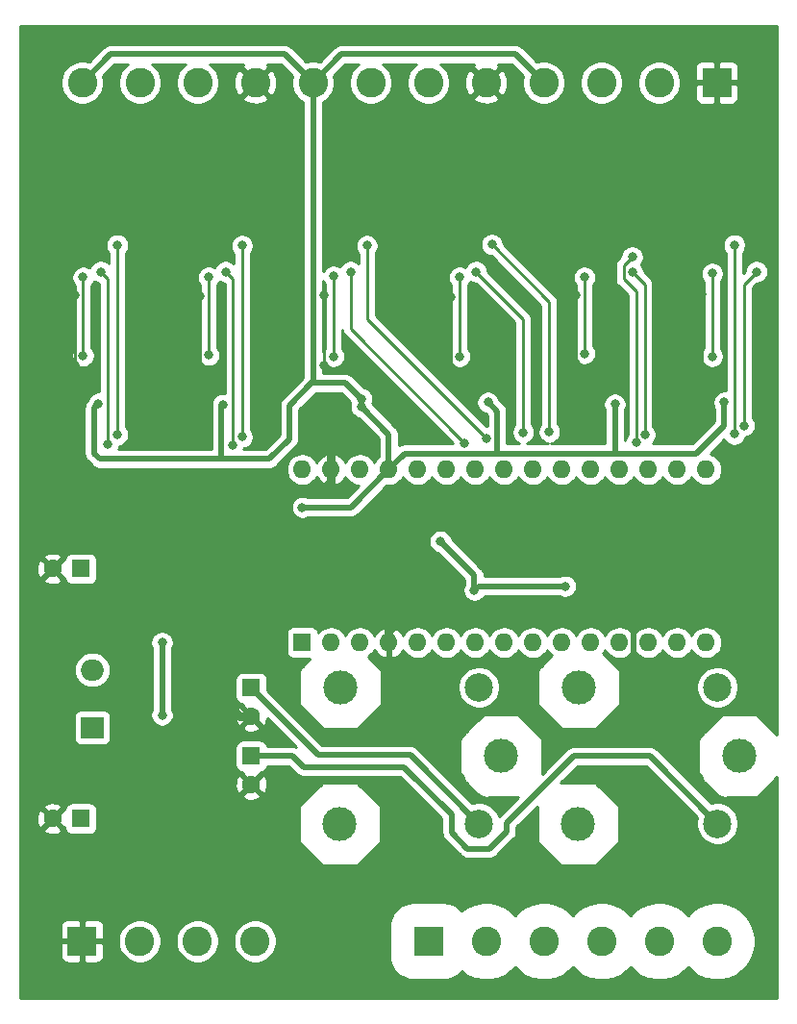
<source format=gbr>
G04 #@! TF.GenerationSoftware,KiCad,Pcbnew,5.1.4-e60b266~84~ubuntu18.04.1*
G04 #@! TF.CreationDate,2019-11-18T12:16:38+01:00*
G04 #@! TF.ProjectId,umi6r2,756d6936-7232-42e6-9b69-6361645f7063,rev?*
G04 #@! TF.SameCoordinates,Original*
G04 #@! TF.FileFunction,Copper,L1,Top*
G04 #@! TF.FilePolarity,Positive*
%FSLAX46Y46*%
G04 Gerber Fmt 4.6, Leading zero omitted, Abs format (unit mm)*
G04 Created by KiCad (PCBNEW 5.1.4-e60b266~84~ubuntu18.04.1) date 2019-11-18 12:16:38*
%MOMM*%
%LPD*%
G04 APERTURE LIST*
%ADD10C,1.600000*%
%ADD11R,1.600000X1.600000*%
%ADD12O,1.600000X1.600000*%
%ADD13R,2.600000X2.600000*%
%ADD14C,2.600000*%
%ADD15C,2.500000*%
%ADD16C,3.000000*%
%ADD17R,2.000000X1.905000*%
%ADD18O,2.000000X1.905000*%
%ADD19C,0.800000*%
%ADD20C,0.250000*%
%ADD21C,0.750000*%
%ADD22C,0.500000*%
G04 APERTURE END LIST*
D10*
X53500000Y-111500000D03*
D11*
X56000000Y-111500000D03*
D10*
X53500000Y-133500000D03*
D11*
X56000000Y-133500000D03*
D10*
X71000000Y-130500000D03*
D11*
X71000000Y-128000000D03*
D10*
X71000000Y-124500000D03*
D11*
X71000000Y-122000000D03*
X75500000Y-118000000D03*
D12*
X108520000Y-102760000D03*
X78040000Y-118000000D03*
X105980000Y-102760000D03*
X80580000Y-118000000D03*
X103440000Y-102760000D03*
X83120000Y-118000000D03*
X100900000Y-102760000D03*
X85660000Y-118000000D03*
X98360000Y-102760000D03*
X88200000Y-118000000D03*
X95820000Y-102760000D03*
X90740000Y-118000000D03*
X93280000Y-102760000D03*
X93280000Y-118000000D03*
X90740000Y-102760000D03*
X95820000Y-118000000D03*
X88200000Y-102760000D03*
X98360000Y-118000000D03*
X85660000Y-102760000D03*
X100900000Y-118000000D03*
X83120000Y-102760000D03*
X103440000Y-118000000D03*
X80580000Y-102760000D03*
X105980000Y-118000000D03*
X78040000Y-102760000D03*
X108520000Y-118000000D03*
X75500000Y-102760000D03*
X111060000Y-118000000D03*
X111060000Y-102760000D03*
D13*
X112000000Y-68700000D03*
D14*
X106920000Y-68700000D03*
X101840000Y-68700000D03*
X96760000Y-68700000D03*
X91680000Y-68700000D03*
X86600000Y-68700000D03*
X81520000Y-68700000D03*
X76440000Y-68700000D03*
X71360000Y-68700000D03*
X66280000Y-68700000D03*
X61200000Y-68700000D03*
X56120000Y-68700000D03*
D13*
X86600000Y-144300000D03*
D14*
X91680000Y-144300000D03*
X96760000Y-144300000D03*
X101840000Y-144300000D03*
X106920000Y-144300000D03*
X112000000Y-144300000D03*
D13*
X56100000Y-144300000D03*
D14*
X61180000Y-144300000D03*
X66260000Y-144300000D03*
X71340000Y-144300000D03*
D15*
X91050000Y-121950000D03*
D16*
X78850000Y-121950000D03*
X78800000Y-134000000D03*
D15*
X91050000Y-133950000D03*
D16*
X93000000Y-128000000D03*
X114000000Y-128000000D03*
D15*
X112050000Y-133950000D03*
D16*
X99800000Y-134000000D03*
X99850000Y-121950000D03*
D15*
X112050000Y-121950000D03*
D17*
X57000000Y-125500000D03*
D18*
X57000000Y-122960000D03*
X57000000Y-120420000D03*
D19*
X110650000Y-87300000D03*
X110700000Y-93700000D03*
X99550000Y-87450000D03*
X99550000Y-93450000D03*
X88550000Y-87550000D03*
X88550000Y-93750000D03*
X77450000Y-87450000D03*
X77450000Y-93600000D03*
X66500000Y-87500000D03*
X66500000Y-93650000D03*
X55450000Y-87450000D03*
X55450000Y-93600000D03*
X78050000Y-96550000D03*
X78850000Y-96550000D03*
X78850000Y-97250000D03*
X78050000Y-97250000D03*
X104550000Y-123750000D03*
X68750000Y-85350000D03*
X69350000Y-100650000D03*
X80700000Y-97250000D03*
X80700000Y-96550000D03*
X91850000Y-96850000D03*
X112650000Y-96850000D03*
X103025000Y-97025000D03*
X57550000Y-96950000D03*
X68500000Y-97050000D03*
X98650000Y-113050000D03*
X90650000Y-113400000D03*
X87650000Y-109100000D03*
X63150000Y-124400000D03*
X63150000Y-118000000D03*
X75500000Y-106100000D03*
X70200000Y-83050000D03*
X70200000Y-99900000D03*
X58350000Y-100550000D03*
X57750000Y-85350000D03*
X59200000Y-83000000D03*
X59200000Y-99700000D03*
X111600000Y-85500000D03*
X111600000Y-92800000D03*
X100350000Y-92550000D03*
X100350000Y-85850000D03*
X89350000Y-92800000D03*
X89350000Y-85850000D03*
X78250000Y-85750000D03*
X78250000Y-92800000D03*
X67250000Y-92700000D03*
X67250000Y-85850000D03*
X56200000Y-92750000D03*
X56200000Y-85850000D03*
X113550000Y-99650000D03*
X113550000Y-83000000D03*
X114400000Y-98900000D03*
X115500000Y-85350000D03*
X105650000Y-99700000D03*
X104550000Y-85350000D03*
X104900000Y-100400000D03*
X104550000Y-84050000D03*
X97250000Y-99450000D03*
X92200000Y-82950000D03*
X94950000Y-99500000D03*
X90800000Y-85350000D03*
X89800000Y-100450000D03*
X79750000Y-85350000D03*
X91700000Y-100000000D03*
X81200000Y-83050000D03*
D20*
X110650000Y-87300000D02*
X110650000Y-93400000D01*
X110650000Y-93400000D02*
X110650000Y-93650000D01*
X110650000Y-93650000D02*
X110700000Y-93700000D01*
X99550000Y-87450000D02*
X99550000Y-93450000D01*
X88550000Y-87550000D02*
X88550000Y-93750000D01*
X77450000Y-87450000D02*
X77450000Y-93600000D01*
X66500000Y-87500000D02*
X66500000Y-93650000D01*
X55450000Y-87450000D02*
X55450000Y-93600000D01*
D21*
X78040000Y-102760000D02*
X78040000Y-96560000D01*
X78040000Y-96560000D02*
X78050000Y-96550000D01*
X78850000Y-96550000D02*
X78850000Y-97250000D01*
X78050000Y-97250000D02*
X78850000Y-97250000D01*
X78050000Y-96550000D02*
X78850000Y-96550000D01*
X71000000Y-124500000D02*
X69950000Y-124500000D01*
X69950000Y-124500000D02*
X69000000Y-123550000D01*
X69000000Y-123550000D02*
X69000000Y-117850000D01*
X69000000Y-117850000D02*
X71300000Y-115550000D01*
X83120000Y-116720000D02*
X83120000Y-118000000D01*
X81950000Y-115550000D02*
X83120000Y-116720000D01*
X78040000Y-102760000D02*
X78040000Y-103810000D01*
X78040000Y-103810000D02*
X77150000Y-104700000D01*
X77150000Y-104700000D02*
X74900000Y-104700000D01*
X74900000Y-104700000D02*
X74250000Y-105350000D01*
X74250000Y-105350000D02*
X74250000Y-115550000D01*
X71300000Y-115550000D02*
X74250000Y-115550000D01*
X74250000Y-115550000D02*
X81950000Y-115550000D01*
X83120000Y-118000000D02*
X83120000Y-116930000D01*
X83120000Y-116930000D02*
X84450000Y-115600000D01*
X84450000Y-115600000D02*
X103900000Y-115600000D01*
D22*
X104700000Y-116400000D02*
X103900000Y-115600000D01*
X104700000Y-123600000D02*
X104700000Y-116400000D01*
X104550000Y-123750000D02*
X104700000Y-123600000D01*
D20*
X69400000Y-86000000D02*
X68750000Y-85350000D01*
X69350000Y-100650000D02*
X69400000Y-100600000D01*
X69400000Y-100600000D02*
X69400000Y-86000000D01*
D22*
X56120000Y-68700000D02*
X58620000Y-66200000D01*
X73940000Y-66200000D02*
X76440000Y-68700000D01*
X58620000Y-66200000D02*
X73940000Y-66200000D01*
X76440000Y-68700000D02*
X78940000Y-66200000D01*
X94260000Y-66200000D02*
X96760000Y-68700000D01*
X78940000Y-66200000D02*
X94260000Y-66200000D01*
X83120000Y-102760000D02*
X83120000Y-99670000D01*
X83120000Y-99670000D02*
X80700000Y-97250000D01*
X80700000Y-97250000D02*
X80700000Y-96550000D01*
X83120000Y-102760000D02*
X84530000Y-101350000D01*
X84530000Y-101350000D02*
X91950000Y-101350000D01*
X110200000Y-101350000D02*
X112650000Y-98900000D01*
X112650000Y-98900000D02*
X112650000Y-96850000D01*
X92650000Y-97650000D02*
X91850000Y-96850000D01*
X91950000Y-101350000D02*
X92650000Y-101350000D01*
X92650000Y-101350000D02*
X92650000Y-97650000D01*
X103025000Y-101325000D02*
X103000000Y-101350000D01*
X103025000Y-97025000D02*
X103025000Y-101325000D01*
X91950000Y-101350000D02*
X103000000Y-101350000D01*
X103000000Y-101350000D02*
X110200000Y-101350000D01*
X80700000Y-96550000D02*
X79300000Y-95150000D01*
X79300000Y-95150000D02*
X76350000Y-95150000D01*
X76350000Y-95150000D02*
X74350000Y-97150000D01*
X74350000Y-97150000D02*
X74350000Y-100100000D01*
X74350000Y-100100000D02*
X72600000Y-101850000D01*
X57650000Y-101850000D02*
X57150000Y-101350000D01*
X57150000Y-101350000D02*
X57150000Y-97350000D01*
X57150000Y-97350000D02*
X57550000Y-96950000D01*
X68350000Y-97200000D02*
X68350000Y-101850000D01*
X68500000Y-97050000D02*
X68350000Y-97200000D01*
X72600000Y-101850000D02*
X68350000Y-101850000D01*
X68350000Y-101850000D02*
X57650000Y-101850000D01*
X76440000Y-95060000D02*
X76350000Y-95150000D01*
X76440000Y-68700000D02*
X76440000Y-95060000D01*
X98650000Y-113050000D02*
X91000000Y-113050000D01*
X91000000Y-113050000D02*
X90650000Y-113400000D01*
X90650000Y-113400000D02*
X90650000Y-112100000D01*
X90650000Y-112100000D02*
X87650000Y-109100000D01*
X79780000Y-106100000D02*
X83120000Y-102760000D01*
X75500000Y-106100000D02*
X79780000Y-106100000D01*
X63150000Y-124400000D02*
X63150000Y-118000000D01*
D20*
X70200000Y-99900000D02*
X70200000Y-83050000D01*
X58350000Y-100550000D02*
X58350000Y-85950000D01*
X58350000Y-85950000D02*
X57750000Y-85350000D01*
X59200000Y-99700000D02*
X59200000Y-83000000D01*
X111600000Y-85500000D02*
X111600000Y-92800000D01*
X100350000Y-92550000D02*
X100350000Y-85850000D01*
X89350000Y-92800000D02*
X89350000Y-85850000D01*
X78250000Y-85750000D02*
X78250000Y-92800000D01*
X67250000Y-92700000D02*
X67250000Y-85850000D01*
X56200000Y-92750000D02*
X56200000Y-85850000D01*
D22*
X71000000Y-122000000D02*
X76900000Y-127900000D01*
X85000000Y-127900000D02*
X91050000Y-133950000D01*
X76900000Y-127900000D02*
X85000000Y-127900000D01*
X71000000Y-128000000D02*
X74650000Y-128000000D01*
X74650000Y-128000000D02*
X75600000Y-128950000D01*
X75600000Y-128950000D02*
X84450000Y-128950000D01*
X84450000Y-128950000D02*
X88650000Y-133150000D01*
X88650000Y-133150000D02*
X88650000Y-134750000D01*
X88650000Y-134750000D02*
X90050000Y-136150000D01*
X90050000Y-136150000D02*
X92000000Y-136150000D01*
X92000000Y-136150000D02*
X93500000Y-134650000D01*
X93500000Y-134650000D02*
X93500000Y-133900000D01*
X93500000Y-133900000D02*
X99400000Y-128000000D01*
X106100000Y-128000000D02*
X112050000Y-133950000D01*
X99400000Y-128000000D02*
X106100000Y-128000000D01*
D20*
X113550000Y-99650000D02*
X113550000Y-87600000D01*
X113550000Y-87600000D02*
X113550000Y-83000000D01*
X114400000Y-98900000D02*
X114400000Y-86450000D01*
X114400000Y-86450000D02*
X115500000Y-85350000D01*
X105650000Y-99700000D02*
X105650000Y-86450000D01*
X105650000Y-86450000D02*
X104550000Y-85350000D01*
X104900000Y-100400000D02*
X104900000Y-87100000D01*
X104900000Y-87100000D02*
X103800000Y-86000000D01*
X103800000Y-86000000D02*
X103800000Y-84800000D01*
X103800000Y-84800000D02*
X104550000Y-84050000D01*
X97250000Y-99450000D02*
X97250000Y-88000000D01*
X97250000Y-88000000D02*
X92200000Y-82950000D01*
X94950000Y-99500000D02*
X94950000Y-89500000D01*
X94950000Y-89500000D02*
X90800000Y-85350000D01*
X89800000Y-100450000D02*
X79750000Y-90400000D01*
X79750000Y-90400000D02*
X79750000Y-85350000D01*
X91700000Y-100000000D02*
X81200000Y-89500000D01*
X81200000Y-89500000D02*
X81200000Y-83050000D01*
G36*
X117325000Y-126148224D02*
G01*
X115588388Y-124411612D01*
X115569446Y-124396066D01*
X115547835Y-124384515D01*
X115524386Y-124377402D01*
X115500000Y-124375000D01*
X112500000Y-124375000D01*
X112475614Y-124377402D01*
X112452165Y-124384515D01*
X112430554Y-124396066D01*
X112411612Y-124411612D01*
X112072362Y-124750862D01*
X112063525Y-124755798D01*
X112056108Y-124761028D01*
X112006213Y-124796731D01*
X111987132Y-124806930D01*
X111912960Y-124867801D01*
X110912962Y-125867800D01*
X110888157Y-125888157D01*
X110863071Y-125918725D01*
X110806930Y-125987132D01*
X110783975Y-126030078D01*
X110773445Y-126049779D01*
X110411612Y-126411612D01*
X110396066Y-126430554D01*
X110384515Y-126452165D01*
X110377402Y-126475614D01*
X110375000Y-126500000D01*
X110375000Y-129500000D01*
X110377402Y-129524386D01*
X110384515Y-129547835D01*
X110396066Y-129569446D01*
X110411612Y-129588388D01*
X110699438Y-129876214D01*
X110700001Y-129881932D01*
X110705092Y-129933624D01*
X110709406Y-129977422D01*
X110746573Y-130099947D01*
X110806930Y-130212868D01*
X110867802Y-130287040D01*
X110867805Y-130287043D01*
X110888158Y-130311843D01*
X110912957Y-130332195D01*
X111912960Y-131332199D01*
X111914721Y-131333644D01*
X111949219Y-131367664D01*
X111988913Y-131399808D01*
X112027370Y-131433458D01*
X112034788Y-131438687D01*
X112119982Y-131497867D01*
X112171359Y-131526564D01*
X112222438Y-131556038D01*
X112230730Y-131559727D01*
X112325796Y-131601233D01*
X112381840Y-131619428D01*
X112437607Y-131638397D01*
X112446445Y-131640402D01*
X112446454Y-131640405D01*
X112446463Y-131640406D01*
X112547775Y-131662655D01*
X112606248Y-131669613D01*
X112664672Y-131677394D01*
X112673744Y-131677645D01*
X112777453Y-131679792D01*
X112836207Y-131675257D01*
X112894988Y-131671544D01*
X112903924Y-131670030D01*
X112903935Y-131670029D01*
X112903945Y-131670026D01*
X113006087Y-131651990D01*
X113062789Y-131636144D01*
X113104924Y-131625000D01*
X115500000Y-131625000D01*
X115524386Y-131622598D01*
X115547835Y-131615485D01*
X115569446Y-131603934D01*
X115588388Y-131588388D01*
X117325000Y-129851776D01*
X117325000Y-149325000D01*
X50675000Y-149325000D01*
X50675000Y-145600000D01*
X54171976Y-145600000D01*
X54184043Y-145722521D01*
X54219781Y-145840334D01*
X54277817Y-145948911D01*
X54355920Y-146044080D01*
X54451089Y-146122183D01*
X54559666Y-146180219D01*
X54677479Y-146215957D01*
X54800000Y-146228024D01*
X55818750Y-146225000D01*
X55975000Y-146068750D01*
X55975000Y-144425000D01*
X56225000Y-144425000D01*
X56225000Y-146068750D01*
X56381250Y-146225000D01*
X57400000Y-146228024D01*
X57522521Y-146215957D01*
X57640334Y-146180219D01*
X57748911Y-146122183D01*
X57844080Y-146044080D01*
X57922183Y-145948911D01*
X57980219Y-145840334D01*
X58015957Y-145722521D01*
X58028024Y-145600000D01*
X58025000Y-144581250D01*
X57868750Y-144425000D01*
X56225000Y-144425000D01*
X55975000Y-144425000D01*
X54331250Y-144425000D01*
X54175000Y-144581250D01*
X54171976Y-145600000D01*
X50675000Y-145600000D01*
X50675000Y-143000000D01*
X54171976Y-143000000D01*
X54175000Y-144018750D01*
X54331250Y-144175000D01*
X55975000Y-144175000D01*
X55975000Y-142531250D01*
X56225000Y-142531250D01*
X56225000Y-144175000D01*
X57868750Y-144175000D01*
X57933346Y-144110404D01*
X59255000Y-144110404D01*
X59255000Y-144489596D01*
X59328977Y-144861502D01*
X59474087Y-145211829D01*
X59684755Y-145527116D01*
X59952884Y-145795245D01*
X60268171Y-146005913D01*
X60618498Y-146151023D01*
X60990404Y-146225000D01*
X61369596Y-146225000D01*
X61741502Y-146151023D01*
X62091829Y-146005913D01*
X62407116Y-145795245D01*
X62675245Y-145527116D01*
X62885913Y-145211829D01*
X63031023Y-144861502D01*
X63105000Y-144489596D01*
X63105000Y-144110404D01*
X64335000Y-144110404D01*
X64335000Y-144489596D01*
X64408977Y-144861502D01*
X64554087Y-145211829D01*
X64764755Y-145527116D01*
X65032884Y-145795245D01*
X65348171Y-146005913D01*
X65698498Y-146151023D01*
X66070404Y-146225000D01*
X66449596Y-146225000D01*
X66821502Y-146151023D01*
X67171829Y-146005913D01*
X67487116Y-145795245D01*
X67755245Y-145527116D01*
X67965913Y-145211829D01*
X68111023Y-144861502D01*
X68185000Y-144489596D01*
X68185000Y-144110404D01*
X69415000Y-144110404D01*
X69415000Y-144489596D01*
X69488977Y-144861502D01*
X69634087Y-145211829D01*
X69844755Y-145527116D01*
X70112884Y-145795245D01*
X70428171Y-146005913D01*
X70778498Y-146151023D01*
X71150404Y-146225000D01*
X71529596Y-146225000D01*
X71901502Y-146151023D01*
X72251829Y-146005913D01*
X72567116Y-145795245D01*
X72835245Y-145527116D01*
X73045913Y-145211829D01*
X73191023Y-144861502D01*
X73265000Y-144489596D01*
X73265000Y-144110404D01*
X73191023Y-143738498D01*
X73045913Y-143388171D01*
X72835245Y-143072884D01*
X72762361Y-143000000D01*
X83164719Y-143000000D01*
X83164719Y-145600000D01*
X83205748Y-146016573D01*
X83327258Y-146417137D01*
X83524579Y-146786299D01*
X83790128Y-147109872D01*
X84113701Y-147375421D01*
X84482863Y-147572742D01*
X84883427Y-147694252D01*
X85300000Y-147735281D01*
X87900000Y-147735281D01*
X88316573Y-147694252D01*
X88717137Y-147572742D01*
X89086299Y-147375421D01*
X89409872Y-147109872D01*
X89519859Y-146975852D01*
X90057654Y-147335196D01*
X90680964Y-147593379D01*
X91342667Y-147725000D01*
X92017333Y-147725000D01*
X92679036Y-147593379D01*
X93302346Y-147335196D01*
X93863310Y-146960371D01*
X94220000Y-146603681D01*
X94576690Y-146960371D01*
X95137654Y-147335196D01*
X95760964Y-147593379D01*
X96422667Y-147725000D01*
X97097333Y-147725000D01*
X97759036Y-147593379D01*
X98382346Y-147335196D01*
X98943310Y-146960371D01*
X99300000Y-146603681D01*
X99656690Y-146960371D01*
X100217654Y-147335196D01*
X100840964Y-147593379D01*
X101502667Y-147725000D01*
X102177333Y-147725000D01*
X102839036Y-147593379D01*
X103462346Y-147335196D01*
X104023310Y-146960371D01*
X104380000Y-146603681D01*
X104736690Y-146960371D01*
X105297654Y-147335196D01*
X105920964Y-147593379D01*
X106582667Y-147725000D01*
X107257333Y-147725000D01*
X107919036Y-147593379D01*
X108542346Y-147335196D01*
X109103310Y-146960371D01*
X109460000Y-146603681D01*
X109816690Y-146960371D01*
X110377654Y-147335196D01*
X111000964Y-147593379D01*
X111662667Y-147725000D01*
X112337333Y-147725000D01*
X112999036Y-147593379D01*
X113622346Y-147335196D01*
X114183310Y-146960371D01*
X114660371Y-146483310D01*
X115035196Y-145922346D01*
X115293379Y-145299036D01*
X115425000Y-144637333D01*
X115425000Y-143962667D01*
X115293379Y-143300964D01*
X115035196Y-142677654D01*
X114660371Y-142116690D01*
X114183310Y-141639629D01*
X113622346Y-141264804D01*
X112999036Y-141006621D01*
X112337333Y-140875000D01*
X111662667Y-140875000D01*
X111000964Y-141006621D01*
X110377654Y-141264804D01*
X109816690Y-141639629D01*
X109460000Y-141996319D01*
X109103310Y-141639629D01*
X108542346Y-141264804D01*
X107919036Y-141006621D01*
X107257333Y-140875000D01*
X106582667Y-140875000D01*
X105920964Y-141006621D01*
X105297654Y-141264804D01*
X104736690Y-141639629D01*
X104380000Y-141996319D01*
X104023310Y-141639629D01*
X103462346Y-141264804D01*
X102839036Y-141006621D01*
X102177333Y-140875000D01*
X101502667Y-140875000D01*
X100840964Y-141006621D01*
X100217654Y-141264804D01*
X99656690Y-141639629D01*
X99300000Y-141996319D01*
X98943310Y-141639629D01*
X98382346Y-141264804D01*
X97759036Y-141006621D01*
X97097333Y-140875000D01*
X96422667Y-140875000D01*
X95760964Y-141006621D01*
X95137654Y-141264804D01*
X94576690Y-141639629D01*
X94220000Y-141996319D01*
X93863310Y-141639629D01*
X93302346Y-141264804D01*
X92679036Y-141006621D01*
X92017333Y-140875000D01*
X91342667Y-140875000D01*
X90680964Y-141006621D01*
X90057654Y-141264804D01*
X89519859Y-141624148D01*
X89409872Y-141490128D01*
X89086299Y-141224579D01*
X88717137Y-141027258D01*
X88316573Y-140905748D01*
X87900000Y-140864719D01*
X85300000Y-140864719D01*
X84883427Y-140905748D01*
X84482863Y-141027258D01*
X84113701Y-141224579D01*
X83790128Y-141490128D01*
X83524579Y-141813701D01*
X83327258Y-142182863D01*
X83205748Y-142583427D01*
X83164719Y-143000000D01*
X72762361Y-143000000D01*
X72567116Y-142804755D01*
X72251829Y-142594087D01*
X71901502Y-142448977D01*
X71529596Y-142375000D01*
X71150404Y-142375000D01*
X70778498Y-142448977D01*
X70428171Y-142594087D01*
X70112884Y-142804755D01*
X69844755Y-143072884D01*
X69634087Y-143388171D01*
X69488977Y-143738498D01*
X69415000Y-144110404D01*
X68185000Y-144110404D01*
X68111023Y-143738498D01*
X67965913Y-143388171D01*
X67755245Y-143072884D01*
X67487116Y-142804755D01*
X67171829Y-142594087D01*
X66821502Y-142448977D01*
X66449596Y-142375000D01*
X66070404Y-142375000D01*
X65698498Y-142448977D01*
X65348171Y-142594087D01*
X65032884Y-142804755D01*
X64764755Y-143072884D01*
X64554087Y-143388171D01*
X64408977Y-143738498D01*
X64335000Y-144110404D01*
X63105000Y-144110404D01*
X63031023Y-143738498D01*
X62885913Y-143388171D01*
X62675245Y-143072884D01*
X62407116Y-142804755D01*
X62091829Y-142594087D01*
X61741502Y-142448977D01*
X61369596Y-142375000D01*
X60990404Y-142375000D01*
X60618498Y-142448977D01*
X60268171Y-142594087D01*
X59952884Y-142804755D01*
X59684755Y-143072884D01*
X59474087Y-143388171D01*
X59328977Y-143738498D01*
X59255000Y-144110404D01*
X57933346Y-144110404D01*
X58025000Y-144018750D01*
X58028024Y-143000000D01*
X58015957Y-142877479D01*
X57980219Y-142759666D01*
X57922183Y-142651089D01*
X57844080Y-142555920D01*
X57748911Y-142477817D01*
X57640334Y-142419781D01*
X57522521Y-142384043D01*
X57400000Y-142371976D01*
X56381250Y-142375000D01*
X56225000Y-142531250D01*
X55975000Y-142531250D01*
X55818750Y-142375000D01*
X54800000Y-142371976D01*
X54677479Y-142384043D01*
X54559666Y-142419781D01*
X54451089Y-142477817D01*
X54355920Y-142555920D01*
X54277817Y-142651089D01*
X54219781Y-142759666D01*
X54184043Y-142877479D01*
X54171976Y-143000000D01*
X50675000Y-143000000D01*
X50675000Y-134486065D01*
X52690712Y-134486065D01*
X52762693Y-134727479D01*
X53016330Y-134847735D01*
X53288553Y-134916198D01*
X53568903Y-134930237D01*
X53846604Y-134889314D01*
X54110986Y-134795000D01*
X54237307Y-134727479D01*
X54309288Y-134486065D01*
X53500000Y-133676777D01*
X52690712Y-134486065D01*
X50675000Y-134486065D01*
X50675000Y-133568903D01*
X52069763Y-133568903D01*
X52110686Y-133846604D01*
X52205000Y-134110986D01*
X52272521Y-134237307D01*
X52513935Y-134309288D01*
X53323223Y-133500000D01*
X53676777Y-133500000D01*
X54486065Y-134309288D01*
X54571976Y-134283672D01*
X54571976Y-134300000D01*
X54584043Y-134422521D01*
X54619781Y-134540334D01*
X54677817Y-134648911D01*
X54755920Y-134744080D01*
X54851089Y-134822183D01*
X54959666Y-134880219D01*
X55077479Y-134915957D01*
X55200000Y-134928024D01*
X56800000Y-134928024D01*
X56922521Y-134915957D01*
X57040334Y-134880219D01*
X57148911Y-134822183D01*
X57244080Y-134744080D01*
X57322183Y-134648911D01*
X57380219Y-134540334D01*
X57415957Y-134422521D01*
X57428024Y-134300000D01*
X57428024Y-132700000D01*
X57415957Y-132577479D01*
X57392455Y-132500000D01*
X75175000Y-132500000D01*
X75175000Y-135500000D01*
X75177402Y-135524386D01*
X75184515Y-135547835D01*
X75196066Y-135569446D01*
X75211612Y-135588388D01*
X77211612Y-137588388D01*
X77230554Y-137603934D01*
X77252165Y-137615485D01*
X77275614Y-137622598D01*
X77300000Y-137625000D01*
X80300000Y-137625000D01*
X80324386Y-137622598D01*
X80347835Y-137615485D01*
X80369446Y-137603934D01*
X80388388Y-137588388D01*
X82388388Y-135588388D01*
X82403934Y-135569446D01*
X82415485Y-135547835D01*
X82422598Y-135524386D01*
X82425000Y-135500000D01*
X82425000Y-132500000D01*
X82422598Y-132475614D01*
X82415485Y-132452165D01*
X82403934Y-132430554D01*
X82388388Y-132411612D01*
X80388388Y-130411612D01*
X80369446Y-130396066D01*
X80347835Y-130384515D01*
X80324386Y-130377402D01*
X80300000Y-130375000D01*
X77300000Y-130375000D01*
X77275614Y-130377402D01*
X77252165Y-130384515D01*
X77230554Y-130396066D01*
X77211612Y-130411612D01*
X75211612Y-132411612D01*
X75196066Y-132430554D01*
X75184515Y-132452165D01*
X75177402Y-132475614D01*
X75175000Y-132500000D01*
X57392455Y-132500000D01*
X57380219Y-132459666D01*
X57322183Y-132351089D01*
X57244080Y-132255920D01*
X57148911Y-132177817D01*
X57040334Y-132119781D01*
X56922521Y-132084043D01*
X56800000Y-132071976D01*
X55200000Y-132071976D01*
X55077479Y-132084043D01*
X54959666Y-132119781D01*
X54851089Y-132177817D01*
X54755920Y-132255920D01*
X54677817Y-132351089D01*
X54619781Y-132459666D01*
X54584043Y-132577479D01*
X54571976Y-132700000D01*
X54571976Y-132716328D01*
X54486065Y-132690712D01*
X53676777Y-133500000D01*
X53323223Y-133500000D01*
X52513935Y-132690712D01*
X52272521Y-132762693D01*
X52152265Y-133016330D01*
X52083802Y-133288553D01*
X52069763Y-133568903D01*
X50675000Y-133568903D01*
X50675000Y-132513935D01*
X52690712Y-132513935D01*
X53500000Y-133323223D01*
X54309288Y-132513935D01*
X54237307Y-132272521D01*
X53983670Y-132152265D01*
X53711447Y-132083802D01*
X53431097Y-132069763D01*
X53153396Y-132110686D01*
X52889014Y-132205000D01*
X52762693Y-132272521D01*
X52690712Y-132513935D01*
X50675000Y-132513935D01*
X50675000Y-131486065D01*
X70190712Y-131486065D01*
X70262693Y-131727479D01*
X70516330Y-131847735D01*
X70788553Y-131916198D01*
X71068903Y-131930237D01*
X71346604Y-131889314D01*
X71610986Y-131795000D01*
X71737307Y-131727479D01*
X71809288Y-131486065D01*
X71000000Y-130676777D01*
X70190712Y-131486065D01*
X50675000Y-131486065D01*
X50675000Y-130568903D01*
X69569763Y-130568903D01*
X69610686Y-130846604D01*
X69705000Y-131110986D01*
X69772521Y-131237307D01*
X70013935Y-131309288D01*
X70823223Y-130500000D01*
X71176777Y-130500000D01*
X71986065Y-131309288D01*
X72227479Y-131237307D01*
X72347735Y-130983670D01*
X72416198Y-130711447D01*
X72430237Y-130431097D01*
X72389314Y-130153396D01*
X72295000Y-129889014D01*
X72227479Y-129762693D01*
X71986065Y-129690712D01*
X71176777Y-130500000D01*
X70823223Y-130500000D01*
X70013935Y-129690712D01*
X69772521Y-129762693D01*
X69652265Y-130016330D01*
X69583802Y-130288553D01*
X69569763Y-130568903D01*
X50675000Y-130568903D01*
X50675000Y-124547500D01*
X55371976Y-124547500D01*
X55371976Y-126452500D01*
X55384043Y-126575021D01*
X55419781Y-126692834D01*
X55477817Y-126801411D01*
X55555920Y-126896580D01*
X55651089Y-126974683D01*
X55759666Y-127032719D01*
X55877479Y-127068457D01*
X56000000Y-127080524D01*
X58000000Y-127080524D01*
X58122521Y-127068457D01*
X58240334Y-127032719D01*
X58348911Y-126974683D01*
X58444080Y-126896580D01*
X58522183Y-126801411D01*
X58580219Y-126692834D01*
X58615957Y-126575021D01*
X58628024Y-126452500D01*
X58628024Y-125486065D01*
X70190712Y-125486065D01*
X70262693Y-125727479D01*
X70516330Y-125847735D01*
X70788553Y-125916198D01*
X71068903Y-125930237D01*
X71346604Y-125889314D01*
X71610986Y-125795000D01*
X71737307Y-125727479D01*
X71809288Y-125486065D01*
X71000000Y-124676777D01*
X70190712Y-125486065D01*
X58628024Y-125486065D01*
X58628024Y-124547500D01*
X58615957Y-124424979D01*
X58580219Y-124307166D01*
X58522183Y-124198589D01*
X58444080Y-124103420D01*
X58348911Y-124025317D01*
X58240334Y-123967281D01*
X58122521Y-123931543D01*
X58000000Y-123919476D01*
X56000000Y-123919476D01*
X55877479Y-123931543D01*
X55759666Y-123967281D01*
X55651089Y-124025317D01*
X55555920Y-124103420D01*
X55477817Y-124198589D01*
X55419781Y-124307166D01*
X55384043Y-124424979D01*
X55371976Y-124547500D01*
X50675000Y-124547500D01*
X50675000Y-120420000D01*
X55367368Y-120420000D01*
X55397826Y-120729244D01*
X55488029Y-121026604D01*
X55634511Y-121300652D01*
X55831642Y-121540858D01*
X56071848Y-121737989D01*
X56345896Y-121884471D01*
X56643256Y-121974674D01*
X56875011Y-121997500D01*
X57124989Y-121997500D01*
X57356744Y-121974674D01*
X57654104Y-121884471D01*
X57928152Y-121737989D01*
X58168358Y-121540858D01*
X58365489Y-121300652D01*
X58511971Y-121026604D01*
X58602174Y-120729244D01*
X58632632Y-120420000D01*
X58602174Y-120110756D01*
X58511971Y-119813396D01*
X58365489Y-119539348D01*
X58168358Y-119299142D01*
X57928152Y-119102011D01*
X57654104Y-118955529D01*
X57356744Y-118865326D01*
X57124989Y-118842500D01*
X56875011Y-118842500D01*
X56643256Y-118865326D01*
X56345896Y-118955529D01*
X56071848Y-119102011D01*
X55831642Y-119299142D01*
X55634511Y-119539348D01*
X55488029Y-119813396D01*
X55397826Y-120110756D01*
X55367368Y-120420000D01*
X50675000Y-120420000D01*
X50675000Y-117899046D01*
X62125000Y-117899046D01*
X62125000Y-118100954D01*
X62164390Y-118298982D01*
X62241656Y-118485520D01*
X62275001Y-118535424D01*
X62275000Y-123864577D01*
X62241656Y-123914480D01*
X62164390Y-124101018D01*
X62125000Y-124299046D01*
X62125000Y-124500954D01*
X62164390Y-124698982D01*
X62241656Y-124885520D01*
X62353830Y-125053400D01*
X62496600Y-125196170D01*
X62664480Y-125308344D01*
X62851018Y-125385610D01*
X63049046Y-125425000D01*
X63250954Y-125425000D01*
X63448982Y-125385610D01*
X63635520Y-125308344D01*
X63803400Y-125196170D01*
X63946170Y-125053400D01*
X64058344Y-124885520D01*
X64135610Y-124698982D01*
X64161484Y-124568903D01*
X69569763Y-124568903D01*
X69610686Y-124846604D01*
X69705000Y-125110986D01*
X69772521Y-125237307D01*
X70013935Y-125309288D01*
X70823223Y-124500000D01*
X70013935Y-123690712D01*
X69772521Y-123762693D01*
X69652265Y-124016330D01*
X69583802Y-124288553D01*
X69569763Y-124568903D01*
X64161484Y-124568903D01*
X64175000Y-124500954D01*
X64175000Y-124299046D01*
X64135610Y-124101018D01*
X64058344Y-123914480D01*
X64025000Y-123864577D01*
X64025000Y-121200000D01*
X69571976Y-121200000D01*
X69571976Y-122800000D01*
X69584043Y-122922521D01*
X69619781Y-123040334D01*
X69677817Y-123148911D01*
X69755920Y-123244080D01*
X69851089Y-123322183D01*
X69959666Y-123380219D01*
X70077479Y-123415957D01*
X70200000Y-123428024D01*
X70216328Y-123428024D01*
X70190712Y-123513935D01*
X71000000Y-124323223D01*
X71014142Y-124309081D01*
X71190919Y-124485858D01*
X71176777Y-124500000D01*
X71986065Y-125309288D01*
X72227479Y-125237307D01*
X72347735Y-124983670D01*
X72416198Y-124711447D01*
X72418955Y-124656391D01*
X74934491Y-127171928D01*
X74821530Y-127137661D01*
X74692979Y-127125000D01*
X74650000Y-127120767D01*
X74607021Y-127125000D01*
X72420637Y-127125000D01*
X72415957Y-127077479D01*
X72380219Y-126959666D01*
X72322183Y-126851089D01*
X72244080Y-126755920D01*
X72148911Y-126677817D01*
X72040334Y-126619781D01*
X71922521Y-126584043D01*
X71800000Y-126571976D01*
X70200000Y-126571976D01*
X70077479Y-126584043D01*
X69959666Y-126619781D01*
X69851089Y-126677817D01*
X69755920Y-126755920D01*
X69677817Y-126851089D01*
X69619781Y-126959666D01*
X69584043Y-127077479D01*
X69571976Y-127200000D01*
X69571976Y-128800000D01*
X69584043Y-128922521D01*
X69619781Y-129040334D01*
X69677817Y-129148911D01*
X69755920Y-129244080D01*
X69851089Y-129322183D01*
X69959666Y-129380219D01*
X70077479Y-129415957D01*
X70200000Y-129428024D01*
X70216328Y-129428024D01*
X70190712Y-129513935D01*
X71000000Y-130323223D01*
X71809288Y-129513935D01*
X71783672Y-129428024D01*
X71800000Y-129428024D01*
X71922521Y-129415957D01*
X72040334Y-129380219D01*
X72148911Y-129322183D01*
X72244080Y-129244080D01*
X72322183Y-129148911D01*
X72380219Y-129040334D01*
X72415957Y-128922521D01*
X72420637Y-128875000D01*
X74287564Y-128875000D01*
X74950888Y-129538325D01*
X74978288Y-129571712D01*
X75111524Y-129681056D01*
X75243018Y-129751340D01*
X75263532Y-129762305D01*
X75428470Y-129812339D01*
X75600000Y-129829233D01*
X75642979Y-129825000D01*
X84087564Y-129825000D01*
X87775000Y-133512437D01*
X87775001Y-134707012D01*
X87770767Y-134750000D01*
X87787661Y-134921529D01*
X87837695Y-135086467D01*
X87875516Y-135157226D01*
X87918945Y-135238476D01*
X88028289Y-135371712D01*
X88061676Y-135399112D01*
X89400888Y-136738325D01*
X89428288Y-136771712D01*
X89561524Y-136881056D01*
X89713532Y-136962305D01*
X89878470Y-137012339D01*
X90050000Y-137029233D01*
X90092979Y-137025000D01*
X91957021Y-137025000D01*
X92000000Y-137029233D01*
X92042979Y-137025000D01*
X92171530Y-137012339D01*
X92336468Y-136962305D01*
X92488476Y-136881056D01*
X92621712Y-136771712D01*
X92649117Y-136738319D01*
X94088320Y-135299116D01*
X94121712Y-135271712D01*
X94231056Y-135138476D01*
X94312305Y-134986468D01*
X94357299Y-134838145D01*
X94362339Y-134821531D01*
X94379233Y-134650001D01*
X94375000Y-134607022D01*
X94375000Y-134262436D01*
X96184186Y-132453251D01*
X96177402Y-132475614D01*
X96175000Y-132500000D01*
X96175000Y-135500000D01*
X96177402Y-135524386D01*
X96184515Y-135547835D01*
X96196066Y-135569446D01*
X96211612Y-135588388D01*
X98211612Y-137588388D01*
X98230554Y-137603934D01*
X98252165Y-137615485D01*
X98275614Y-137622598D01*
X98300000Y-137625000D01*
X101300000Y-137625000D01*
X101324386Y-137622598D01*
X101347835Y-137615485D01*
X101369446Y-137603934D01*
X101388388Y-137588388D01*
X103388388Y-135588388D01*
X103403934Y-135569446D01*
X103415485Y-135547835D01*
X103422598Y-135524386D01*
X103425000Y-135500000D01*
X103425000Y-132500000D01*
X103422598Y-132475614D01*
X103415485Y-132452165D01*
X103403934Y-132430554D01*
X103388388Y-132411612D01*
X101388388Y-130411612D01*
X101369446Y-130396066D01*
X101347835Y-130384515D01*
X101324386Y-130377402D01*
X101300000Y-130375000D01*
X98300000Y-130375000D01*
X98275614Y-130377402D01*
X98253251Y-130384186D01*
X99762437Y-128875000D01*
X105737564Y-128875000D01*
X110252501Y-133389938D01*
X110247056Y-133403083D01*
X110175000Y-133765329D01*
X110175000Y-134134671D01*
X110247056Y-134496917D01*
X110388397Y-134838145D01*
X110593593Y-135145243D01*
X110854757Y-135406407D01*
X111161855Y-135611603D01*
X111503083Y-135752944D01*
X111865329Y-135825000D01*
X112234671Y-135825000D01*
X112596917Y-135752944D01*
X112938145Y-135611603D01*
X113245243Y-135406407D01*
X113506407Y-135145243D01*
X113711603Y-134838145D01*
X113852944Y-134496917D01*
X113925000Y-134134671D01*
X113925000Y-133765329D01*
X113852944Y-133403083D01*
X113711603Y-133061855D01*
X113506407Y-132754757D01*
X113245243Y-132493593D01*
X112938145Y-132288397D01*
X112596917Y-132147056D01*
X112234671Y-132075000D01*
X111865329Y-132075000D01*
X111503083Y-132147056D01*
X111489938Y-132152501D01*
X106749117Y-127411681D01*
X106721712Y-127378288D01*
X106588476Y-127268944D01*
X106436468Y-127187695D01*
X106271530Y-127137661D01*
X106142979Y-127125000D01*
X106100000Y-127120767D01*
X106057021Y-127125000D01*
X99442978Y-127125000D01*
X99399999Y-127120767D01*
X99228470Y-127137661D01*
X99063532Y-127187695D01*
X98911524Y-127268944D01*
X98778288Y-127378288D01*
X98750888Y-127411675D01*
X96615814Y-129546749D01*
X96622598Y-129524386D01*
X96625000Y-129500000D01*
X96625000Y-126500000D01*
X96622598Y-126475614D01*
X96615485Y-126452165D01*
X96603934Y-126430554D01*
X96588388Y-126411612D01*
X94588388Y-124411612D01*
X94569446Y-124396066D01*
X94547835Y-124384515D01*
X94524386Y-124377402D01*
X94500000Y-124375000D01*
X91500000Y-124375000D01*
X91475614Y-124377402D01*
X91452165Y-124384515D01*
X91430554Y-124396066D01*
X91411612Y-124411612D01*
X91072362Y-124750862D01*
X91063525Y-124755798D01*
X91056108Y-124761028D01*
X91006213Y-124796731D01*
X90987132Y-124806930D01*
X90912960Y-124867801D01*
X89912962Y-125867800D01*
X89888157Y-125888157D01*
X89863071Y-125918725D01*
X89806930Y-125987132D01*
X89783975Y-126030078D01*
X89773445Y-126049779D01*
X89411612Y-126411612D01*
X89396066Y-126430554D01*
X89384515Y-126452165D01*
X89377402Y-126475614D01*
X89375000Y-126500000D01*
X89375000Y-129500000D01*
X89377402Y-129524386D01*
X89384515Y-129547835D01*
X89396066Y-129569446D01*
X89411612Y-129588388D01*
X89699438Y-129876214D01*
X89700001Y-129881932D01*
X89705092Y-129933624D01*
X89709406Y-129977422D01*
X89746573Y-130099947D01*
X89806930Y-130212868D01*
X89867802Y-130287040D01*
X89867805Y-130287043D01*
X89888158Y-130311843D01*
X89912957Y-130332195D01*
X90912960Y-131332199D01*
X90914721Y-131333644D01*
X90949219Y-131367664D01*
X90988913Y-131399808D01*
X91027370Y-131433458D01*
X91034788Y-131438687D01*
X91119982Y-131497867D01*
X91171359Y-131526564D01*
X91222438Y-131556038D01*
X91230730Y-131559727D01*
X91325796Y-131601233D01*
X91381840Y-131619428D01*
X91437607Y-131638397D01*
X91446445Y-131640402D01*
X91446454Y-131640405D01*
X91446463Y-131640406D01*
X91547775Y-131662655D01*
X91606248Y-131669613D01*
X91664672Y-131677394D01*
X91673744Y-131677645D01*
X91777453Y-131679792D01*
X91836207Y-131675257D01*
X91894988Y-131671544D01*
X91903924Y-131670030D01*
X91903935Y-131670029D01*
X91903945Y-131670026D01*
X92006087Y-131651990D01*
X92062789Y-131636144D01*
X92104924Y-131625000D01*
X94500000Y-131625000D01*
X94524386Y-131622598D01*
X94546749Y-131615814D01*
X92911676Y-133250888D01*
X92878289Y-133278288D01*
X92827092Y-133340671D01*
X92711603Y-133061855D01*
X92506407Y-132754757D01*
X92245243Y-132493593D01*
X91938145Y-132288397D01*
X91596917Y-132147056D01*
X91234671Y-132075000D01*
X90865329Y-132075000D01*
X90503083Y-132147056D01*
X90489938Y-132152501D01*
X85649117Y-127311681D01*
X85621712Y-127278288D01*
X85488476Y-127168944D01*
X85336468Y-127087695D01*
X85171530Y-127037661D01*
X85042979Y-127025000D01*
X85000000Y-127020767D01*
X84957021Y-127025000D01*
X77262437Y-127025000D01*
X72428024Y-122190588D01*
X72428024Y-121200000D01*
X72415957Y-121077479D01*
X72380219Y-120959666D01*
X72322183Y-120851089D01*
X72244080Y-120755920D01*
X72148911Y-120677817D01*
X72040334Y-120619781D01*
X71922521Y-120584043D01*
X71800000Y-120571976D01*
X70200000Y-120571976D01*
X70077479Y-120584043D01*
X69959666Y-120619781D01*
X69851089Y-120677817D01*
X69755920Y-120755920D01*
X69677817Y-120851089D01*
X69619781Y-120959666D01*
X69584043Y-121077479D01*
X69571976Y-121200000D01*
X64025000Y-121200000D01*
X64025000Y-118535423D01*
X64058344Y-118485520D01*
X64135610Y-118298982D01*
X64175000Y-118100954D01*
X64175000Y-117899046D01*
X64135610Y-117701018D01*
X64058344Y-117514480D01*
X63946170Y-117346600D01*
X63803400Y-117203830D01*
X63797669Y-117200000D01*
X74071976Y-117200000D01*
X74071976Y-118800000D01*
X74084043Y-118922521D01*
X74119781Y-119040334D01*
X74177817Y-119148911D01*
X74255920Y-119244080D01*
X74351089Y-119322183D01*
X74459666Y-119380219D01*
X74577479Y-119415957D01*
X74700000Y-119428024D01*
X76152737Y-119428024D01*
X75517802Y-120062960D01*
X75516362Y-120064715D01*
X75482336Y-120099219D01*
X75450197Y-120138908D01*
X75416542Y-120177370D01*
X75411313Y-120184788D01*
X75352133Y-120269982D01*
X75350730Y-120272494D01*
X75261612Y-120361612D01*
X75246066Y-120380554D01*
X75234515Y-120402165D01*
X75227402Y-120425614D01*
X75225000Y-120450000D01*
X75225000Y-120548222D01*
X75211603Y-120587608D01*
X75209598Y-120596445D01*
X75209595Y-120596454D01*
X75209595Y-120596458D01*
X75187345Y-120697776D01*
X75180387Y-120756243D01*
X75172606Y-120814672D01*
X75172355Y-120823744D01*
X75170208Y-120927454D01*
X75174743Y-120986210D01*
X75178456Y-121044988D01*
X75179970Y-121053924D01*
X75179971Y-121053935D01*
X75179974Y-121053945D01*
X75198010Y-121156087D01*
X75213856Y-121212789D01*
X75225000Y-121254924D01*
X75225000Y-123450000D01*
X75227402Y-123474386D01*
X75234515Y-123497835D01*
X75246066Y-123519446D01*
X75261612Y-123538388D01*
X77261612Y-125538388D01*
X77280554Y-125553934D01*
X77302165Y-125565485D01*
X77325614Y-125572598D01*
X77350000Y-125575000D01*
X80350000Y-125575000D01*
X80374386Y-125572598D01*
X80397835Y-125565485D01*
X80419446Y-125553934D01*
X80438388Y-125538388D01*
X82438388Y-123538388D01*
X82453934Y-123519446D01*
X82465485Y-123497835D01*
X82472598Y-123474386D01*
X82475000Y-123450000D01*
X82475000Y-121765329D01*
X89175000Y-121765329D01*
X89175000Y-122134671D01*
X89247056Y-122496917D01*
X89388397Y-122838145D01*
X89593593Y-123145243D01*
X89854757Y-123406407D01*
X90161855Y-123611603D01*
X90503083Y-123752944D01*
X90865329Y-123825000D01*
X91234671Y-123825000D01*
X91596917Y-123752944D01*
X91938145Y-123611603D01*
X92245243Y-123406407D01*
X92506407Y-123145243D01*
X92711603Y-122838145D01*
X92852944Y-122496917D01*
X92925000Y-122134671D01*
X92925000Y-121765329D01*
X92852944Y-121403083D01*
X92711603Y-121061855D01*
X92506407Y-120754757D01*
X92245243Y-120493593D01*
X91938145Y-120288397D01*
X91596917Y-120147056D01*
X91234671Y-120075000D01*
X90865329Y-120075000D01*
X90503083Y-120147056D01*
X90161855Y-120288397D01*
X89854757Y-120493593D01*
X89593593Y-120754757D01*
X89388397Y-121061855D01*
X89247056Y-121403083D01*
X89175000Y-121765329D01*
X82475000Y-121765329D01*
X82475000Y-120450000D01*
X82472598Y-120425614D01*
X82465485Y-120402165D01*
X82453934Y-120380554D01*
X82438388Y-120361612D01*
X81305029Y-119228253D01*
X81375518Y-119190576D01*
X81592502Y-119012502D01*
X81770576Y-118795518D01*
X81852095Y-118643008D01*
X81974980Y-118848274D01*
X82162471Y-119055357D01*
X82386760Y-119221883D01*
X82639227Y-119341453D01*
X82774479Y-119382476D01*
X82995000Y-119262577D01*
X82995000Y-118125000D01*
X82975000Y-118125000D01*
X82975000Y-117875000D01*
X82995000Y-117875000D01*
X82995000Y-116737423D01*
X83245000Y-116737423D01*
X83245000Y-117875000D01*
X83265000Y-117875000D01*
X83265000Y-118125000D01*
X83245000Y-118125000D01*
X83245000Y-119262577D01*
X83465521Y-119382476D01*
X83600773Y-119341453D01*
X83853240Y-119221883D01*
X84077529Y-119055357D01*
X84265020Y-118848274D01*
X84387905Y-118643008D01*
X84469424Y-118795518D01*
X84647498Y-119012502D01*
X84864482Y-119190576D01*
X85112038Y-119322898D01*
X85380651Y-119404381D01*
X85590003Y-119425000D01*
X85729997Y-119425000D01*
X85939349Y-119404381D01*
X86207962Y-119322898D01*
X86455518Y-119190576D01*
X86672502Y-119012502D01*
X86850576Y-118795518D01*
X86930000Y-118646927D01*
X87009424Y-118795518D01*
X87187498Y-119012502D01*
X87404482Y-119190576D01*
X87652038Y-119322898D01*
X87920651Y-119404381D01*
X88130003Y-119425000D01*
X88269997Y-119425000D01*
X88479349Y-119404381D01*
X88747962Y-119322898D01*
X88995518Y-119190576D01*
X89212502Y-119012502D01*
X89390576Y-118795518D01*
X89470000Y-118646927D01*
X89549424Y-118795518D01*
X89727498Y-119012502D01*
X89944482Y-119190576D01*
X90192038Y-119322898D01*
X90460651Y-119404381D01*
X90670003Y-119425000D01*
X90809997Y-119425000D01*
X91019349Y-119404381D01*
X91287962Y-119322898D01*
X91535518Y-119190576D01*
X91752502Y-119012502D01*
X91930576Y-118795518D01*
X92010000Y-118646927D01*
X92089424Y-118795518D01*
X92267498Y-119012502D01*
X92484482Y-119190576D01*
X92732038Y-119322898D01*
X93000651Y-119404381D01*
X93210003Y-119425000D01*
X93349997Y-119425000D01*
X93559349Y-119404381D01*
X93827962Y-119322898D01*
X94075518Y-119190576D01*
X94292502Y-119012502D01*
X94470576Y-118795518D01*
X94550000Y-118646927D01*
X94629424Y-118795518D01*
X94807498Y-119012502D01*
X95024482Y-119190576D01*
X95272038Y-119322898D01*
X95540651Y-119404381D01*
X95750003Y-119425000D01*
X95889997Y-119425000D01*
X96099349Y-119404381D01*
X96367962Y-119322898D01*
X96615518Y-119190576D01*
X96832502Y-119012502D01*
X97010576Y-118795518D01*
X97090000Y-118646927D01*
X97169424Y-118795518D01*
X97347498Y-119012502D01*
X97468750Y-119112011D01*
X96517802Y-120062960D01*
X96516362Y-120064715D01*
X96482336Y-120099219D01*
X96450197Y-120138908D01*
X96416542Y-120177370D01*
X96411313Y-120184788D01*
X96352133Y-120269982D01*
X96350730Y-120272494D01*
X96261612Y-120361612D01*
X96246066Y-120380554D01*
X96234515Y-120402165D01*
X96227402Y-120425614D01*
X96225000Y-120450000D01*
X96225000Y-120548222D01*
X96211603Y-120587608D01*
X96209598Y-120596445D01*
X96209595Y-120596454D01*
X96209595Y-120596458D01*
X96187345Y-120697776D01*
X96180387Y-120756243D01*
X96172606Y-120814672D01*
X96172355Y-120823744D01*
X96170208Y-120927454D01*
X96174743Y-120986210D01*
X96178456Y-121044988D01*
X96179970Y-121053924D01*
X96179971Y-121053935D01*
X96179974Y-121053945D01*
X96198010Y-121156087D01*
X96213856Y-121212789D01*
X96225000Y-121254924D01*
X96225000Y-123450000D01*
X96227402Y-123474386D01*
X96234515Y-123497835D01*
X96246066Y-123519446D01*
X96261612Y-123538388D01*
X98261612Y-125538388D01*
X98280554Y-125553934D01*
X98302165Y-125565485D01*
X98325614Y-125572598D01*
X98350000Y-125575000D01*
X101350000Y-125575000D01*
X101374386Y-125572598D01*
X101397835Y-125565485D01*
X101419446Y-125553934D01*
X101438388Y-125538388D01*
X103438388Y-123538388D01*
X103453934Y-123519446D01*
X103465485Y-123497835D01*
X103472598Y-123474386D01*
X103475000Y-123450000D01*
X103475000Y-121765329D01*
X110175000Y-121765329D01*
X110175000Y-122134671D01*
X110247056Y-122496917D01*
X110388397Y-122838145D01*
X110593593Y-123145243D01*
X110854757Y-123406407D01*
X111161855Y-123611603D01*
X111503083Y-123752944D01*
X111865329Y-123825000D01*
X112234671Y-123825000D01*
X112596917Y-123752944D01*
X112938145Y-123611603D01*
X113245243Y-123406407D01*
X113506407Y-123145243D01*
X113711603Y-122838145D01*
X113852944Y-122496917D01*
X113925000Y-122134671D01*
X113925000Y-121765329D01*
X113852944Y-121403083D01*
X113711603Y-121061855D01*
X113506407Y-120754757D01*
X113245243Y-120493593D01*
X112938145Y-120288397D01*
X112596917Y-120147056D01*
X112234671Y-120075000D01*
X111865329Y-120075000D01*
X111503083Y-120147056D01*
X111161855Y-120288397D01*
X110854757Y-120493593D01*
X110593593Y-120754757D01*
X110388397Y-121061855D01*
X110247056Y-121403083D01*
X110175000Y-121765329D01*
X103475000Y-121765329D01*
X103475000Y-120450000D01*
X103472598Y-120425614D01*
X103465485Y-120402165D01*
X103453934Y-120380554D01*
X103438388Y-120361612D01*
X101992185Y-118915409D01*
X102090576Y-118795518D01*
X102170000Y-118646927D01*
X102249424Y-118795518D01*
X102427498Y-119012502D01*
X102644482Y-119190576D01*
X102892038Y-119322898D01*
X103160651Y-119404381D01*
X103370003Y-119425000D01*
X103509997Y-119425000D01*
X103719349Y-119404381D01*
X103987962Y-119322898D01*
X104235518Y-119190576D01*
X104452502Y-119012502D01*
X104630576Y-118795518D01*
X104710000Y-118646927D01*
X104789424Y-118795518D01*
X104967498Y-119012502D01*
X105184482Y-119190576D01*
X105432038Y-119322898D01*
X105700651Y-119404381D01*
X105910003Y-119425000D01*
X106049997Y-119425000D01*
X106259349Y-119404381D01*
X106527962Y-119322898D01*
X106775518Y-119190576D01*
X106992502Y-119012502D01*
X107170576Y-118795518D01*
X107250000Y-118646927D01*
X107329424Y-118795518D01*
X107507498Y-119012502D01*
X107724482Y-119190576D01*
X107972038Y-119322898D01*
X108240651Y-119404381D01*
X108450003Y-119425000D01*
X108589997Y-119425000D01*
X108799349Y-119404381D01*
X109067962Y-119322898D01*
X109315518Y-119190576D01*
X109532502Y-119012502D01*
X109710576Y-118795518D01*
X109790000Y-118646927D01*
X109869424Y-118795518D01*
X110047498Y-119012502D01*
X110264482Y-119190576D01*
X110512038Y-119322898D01*
X110780651Y-119404381D01*
X110990003Y-119425000D01*
X111129997Y-119425000D01*
X111339349Y-119404381D01*
X111607962Y-119322898D01*
X111855518Y-119190576D01*
X112072502Y-119012502D01*
X112250576Y-118795518D01*
X112382898Y-118547962D01*
X112464381Y-118279349D01*
X112491894Y-118000000D01*
X112464381Y-117720651D01*
X112382898Y-117452038D01*
X112250576Y-117204482D01*
X112072502Y-116987498D01*
X111855518Y-116809424D01*
X111607962Y-116677102D01*
X111339349Y-116595619D01*
X111129997Y-116575000D01*
X110990003Y-116575000D01*
X110780651Y-116595619D01*
X110512038Y-116677102D01*
X110264482Y-116809424D01*
X110047498Y-116987498D01*
X109869424Y-117204482D01*
X109790000Y-117353073D01*
X109710576Y-117204482D01*
X109532502Y-116987498D01*
X109315518Y-116809424D01*
X109067962Y-116677102D01*
X108799349Y-116595619D01*
X108589997Y-116575000D01*
X108450003Y-116575000D01*
X108240651Y-116595619D01*
X107972038Y-116677102D01*
X107724482Y-116809424D01*
X107507498Y-116987498D01*
X107329424Y-117204482D01*
X107250000Y-117353073D01*
X107170576Y-117204482D01*
X106992502Y-116987498D01*
X106775518Y-116809424D01*
X106527962Y-116677102D01*
X106259349Y-116595619D01*
X106049997Y-116575000D01*
X105910003Y-116575000D01*
X105700651Y-116595619D01*
X105432038Y-116677102D01*
X105184482Y-116809424D01*
X104967498Y-116987498D01*
X104789424Y-117204482D01*
X104710000Y-117353073D01*
X104630576Y-117204482D01*
X104452502Y-116987498D01*
X104235518Y-116809424D01*
X103987962Y-116677102D01*
X103719349Y-116595619D01*
X103509997Y-116575000D01*
X103370003Y-116575000D01*
X103160651Y-116595619D01*
X102892038Y-116677102D01*
X102644482Y-116809424D01*
X102427498Y-116987498D01*
X102249424Y-117204482D01*
X102170000Y-117353073D01*
X102090576Y-117204482D01*
X101912502Y-116987498D01*
X101695518Y-116809424D01*
X101447962Y-116677102D01*
X101179349Y-116595619D01*
X100969997Y-116575000D01*
X100830003Y-116575000D01*
X100620651Y-116595619D01*
X100352038Y-116677102D01*
X100104482Y-116809424D01*
X99887498Y-116987498D01*
X99709424Y-117204482D01*
X99630000Y-117353073D01*
X99550576Y-117204482D01*
X99372502Y-116987498D01*
X99155518Y-116809424D01*
X98907962Y-116677102D01*
X98639349Y-116595619D01*
X98429997Y-116575000D01*
X98290003Y-116575000D01*
X98080651Y-116595619D01*
X97812038Y-116677102D01*
X97564482Y-116809424D01*
X97347498Y-116987498D01*
X97169424Y-117204482D01*
X97090000Y-117353073D01*
X97010576Y-117204482D01*
X96832502Y-116987498D01*
X96615518Y-116809424D01*
X96367962Y-116677102D01*
X96099349Y-116595619D01*
X95889997Y-116575000D01*
X95750003Y-116575000D01*
X95540651Y-116595619D01*
X95272038Y-116677102D01*
X95024482Y-116809424D01*
X94807498Y-116987498D01*
X94629424Y-117204482D01*
X94550000Y-117353073D01*
X94470576Y-117204482D01*
X94292502Y-116987498D01*
X94075518Y-116809424D01*
X93827962Y-116677102D01*
X93559349Y-116595619D01*
X93349997Y-116575000D01*
X93210003Y-116575000D01*
X93000651Y-116595619D01*
X92732038Y-116677102D01*
X92484482Y-116809424D01*
X92267498Y-116987498D01*
X92089424Y-117204482D01*
X92010000Y-117353073D01*
X91930576Y-117204482D01*
X91752502Y-116987498D01*
X91535518Y-116809424D01*
X91287962Y-116677102D01*
X91019349Y-116595619D01*
X90809997Y-116575000D01*
X90670003Y-116575000D01*
X90460651Y-116595619D01*
X90192038Y-116677102D01*
X89944482Y-116809424D01*
X89727498Y-116987498D01*
X89549424Y-117204482D01*
X89470000Y-117353073D01*
X89390576Y-117204482D01*
X89212502Y-116987498D01*
X88995518Y-116809424D01*
X88747962Y-116677102D01*
X88479349Y-116595619D01*
X88269997Y-116575000D01*
X88130003Y-116575000D01*
X87920651Y-116595619D01*
X87652038Y-116677102D01*
X87404482Y-116809424D01*
X87187498Y-116987498D01*
X87009424Y-117204482D01*
X86930000Y-117353073D01*
X86850576Y-117204482D01*
X86672502Y-116987498D01*
X86455518Y-116809424D01*
X86207962Y-116677102D01*
X85939349Y-116595619D01*
X85729997Y-116575000D01*
X85590003Y-116575000D01*
X85380651Y-116595619D01*
X85112038Y-116677102D01*
X84864482Y-116809424D01*
X84647498Y-116987498D01*
X84469424Y-117204482D01*
X84387905Y-117356992D01*
X84265020Y-117151726D01*
X84077529Y-116944643D01*
X83853240Y-116778117D01*
X83600773Y-116658547D01*
X83465521Y-116617524D01*
X83245000Y-116737423D01*
X82995000Y-116737423D01*
X82774479Y-116617524D01*
X82639227Y-116658547D01*
X82386760Y-116778117D01*
X82162471Y-116944643D01*
X81974980Y-117151726D01*
X81852095Y-117356992D01*
X81770576Y-117204482D01*
X81592502Y-116987498D01*
X81375518Y-116809424D01*
X81127962Y-116677102D01*
X80859349Y-116595619D01*
X80649997Y-116575000D01*
X80510003Y-116575000D01*
X80300651Y-116595619D01*
X80032038Y-116677102D01*
X79784482Y-116809424D01*
X79567498Y-116987498D01*
X79389424Y-117204482D01*
X79310000Y-117353073D01*
X79230576Y-117204482D01*
X79052502Y-116987498D01*
X78835518Y-116809424D01*
X78587962Y-116677102D01*
X78319349Y-116595619D01*
X78109997Y-116575000D01*
X77970003Y-116575000D01*
X77760651Y-116595619D01*
X77492038Y-116677102D01*
X77244482Y-116809424D01*
X77027498Y-116987498D01*
X76919996Y-117118490D01*
X76915957Y-117077479D01*
X76880219Y-116959666D01*
X76822183Y-116851089D01*
X76744080Y-116755920D01*
X76648911Y-116677817D01*
X76540334Y-116619781D01*
X76422521Y-116584043D01*
X76300000Y-116571976D01*
X74700000Y-116571976D01*
X74577479Y-116584043D01*
X74459666Y-116619781D01*
X74351089Y-116677817D01*
X74255920Y-116755920D01*
X74177817Y-116851089D01*
X74119781Y-116959666D01*
X74084043Y-117077479D01*
X74071976Y-117200000D01*
X63797669Y-117200000D01*
X63635520Y-117091656D01*
X63448982Y-117014390D01*
X63250954Y-116975000D01*
X63049046Y-116975000D01*
X62851018Y-117014390D01*
X62664480Y-117091656D01*
X62496600Y-117203830D01*
X62353830Y-117346600D01*
X62241656Y-117514480D01*
X62164390Y-117701018D01*
X62125000Y-117899046D01*
X50675000Y-117899046D01*
X50675000Y-112486065D01*
X52690712Y-112486065D01*
X52762693Y-112727479D01*
X53016330Y-112847735D01*
X53288553Y-112916198D01*
X53568903Y-112930237D01*
X53846604Y-112889314D01*
X54110986Y-112795000D01*
X54237307Y-112727479D01*
X54309288Y-112486065D01*
X53500000Y-111676777D01*
X52690712Y-112486065D01*
X50675000Y-112486065D01*
X50675000Y-111568903D01*
X52069763Y-111568903D01*
X52110686Y-111846604D01*
X52205000Y-112110986D01*
X52272521Y-112237307D01*
X52513935Y-112309288D01*
X53323223Y-111500000D01*
X53676777Y-111500000D01*
X54486065Y-112309288D01*
X54571976Y-112283672D01*
X54571976Y-112300000D01*
X54584043Y-112422521D01*
X54619781Y-112540334D01*
X54677817Y-112648911D01*
X54755920Y-112744080D01*
X54851089Y-112822183D01*
X54959666Y-112880219D01*
X55077479Y-112915957D01*
X55200000Y-112928024D01*
X56800000Y-112928024D01*
X56922521Y-112915957D01*
X57040334Y-112880219D01*
X57148911Y-112822183D01*
X57244080Y-112744080D01*
X57322183Y-112648911D01*
X57380219Y-112540334D01*
X57415957Y-112422521D01*
X57428024Y-112300000D01*
X57428024Y-110700000D01*
X57415957Y-110577479D01*
X57380219Y-110459666D01*
X57322183Y-110351089D01*
X57244080Y-110255920D01*
X57148911Y-110177817D01*
X57040334Y-110119781D01*
X56922521Y-110084043D01*
X56800000Y-110071976D01*
X55200000Y-110071976D01*
X55077479Y-110084043D01*
X54959666Y-110119781D01*
X54851089Y-110177817D01*
X54755920Y-110255920D01*
X54677817Y-110351089D01*
X54619781Y-110459666D01*
X54584043Y-110577479D01*
X54571976Y-110700000D01*
X54571976Y-110716328D01*
X54486065Y-110690712D01*
X53676777Y-111500000D01*
X53323223Y-111500000D01*
X52513935Y-110690712D01*
X52272521Y-110762693D01*
X52152265Y-111016330D01*
X52083802Y-111288553D01*
X52069763Y-111568903D01*
X50675000Y-111568903D01*
X50675000Y-110513935D01*
X52690712Y-110513935D01*
X53500000Y-111323223D01*
X54309288Y-110513935D01*
X54237307Y-110272521D01*
X53983670Y-110152265D01*
X53711447Y-110083802D01*
X53431097Y-110069763D01*
X53153396Y-110110686D01*
X52889014Y-110205000D01*
X52762693Y-110272521D01*
X52690712Y-110513935D01*
X50675000Y-110513935D01*
X50675000Y-108999046D01*
X86625000Y-108999046D01*
X86625000Y-109200954D01*
X86664390Y-109398982D01*
X86741656Y-109585520D01*
X86853830Y-109753400D01*
X86996600Y-109896170D01*
X87164480Y-110008344D01*
X87351018Y-110085610D01*
X87409883Y-110097319D01*
X89775001Y-112462438D01*
X89775000Y-112864577D01*
X89741656Y-112914480D01*
X89664390Y-113101018D01*
X89625000Y-113299046D01*
X89625000Y-113500954D01*
X89664390Y-113698982D01*
X89741656Y-113885520D01*
X89853830Y-114053400D01*
X89996600Y-114196170D01*
X90164480Y-114308344D01*
X90351018Y-114385610D01*
X90549046Y-114425000D01*
X90750954Y-114425000D01*
X90948982Y-114385610D01*
X91135520Y-114308344D01*
X91303400Y-114196170D01*
X91446170Y-114053400D01*
X91531964Y-113925000D01*
X98114577Y-113925000D01*
X98164480Y-113958344D01*
X98351018Y-114035610D01*
X98549046Y-114075000D01*
X98750954Y-114075000D01*
X98948982Y-114035610D01*
X99135520Y-113958344D01*
X99303400Y-113846170D01*
X99446170Y-113703400D01*
X99558344Y-113535520D01*
X99635610Y-113348982D01*
X99675000Y-113150954D01*
X99675000Y-112949046D01*
X99635610Y-112751018D01*
X99558344Y-112564480D01*
X99446170Y-112396600D01*
X99303400Y-112253830D01*
X99135520Y-112141656D01*
X98948982Y-112064390D01*
X98750954Y-112025000D01*
X98549046Y-112025000D01*
X98351018Y-112064390D01*
X98164480Y-112141656D01*
X98114577Y-112175000D01*
X91525000Y-112175000D01*
X91525000Y-112142979D01*
X91529233Y-112100000D01*
X91512339Y-111928470D01*
X91462305Y-111763532D01*
X91381056Y-111611524D01*
X91346078Y-111568903D01*
X91271712Y-111478288D01*
X91238325Y-111450888D01*
X88647319Y-108859883D01*
X88635610Y-108801018D01*
X88558344Y-108614480D01*
X88446170Y-108446600D01*
X88303400Y-108303830D01*
X88135520Y-108191656D01*
X87948982Y-108114390D01*
X87750954Y-108075000D01*
X87549046Y-108075000D01*
X87351018Y-108114390D01*
X87164480Y-108191656D01*
X86996600Y-108303830D01*
X86853830Y-108446600D01*
X86741656Y-108614480D01*
X86664390Y-108801018D01*
X86625000Y-108999046D01*
X50675000Y-108999046D01*
X50675000Y-102760000D01*
X74068106Y-102760000D01*
X74095619Y-103039349D01*
X74177102Y-103307962D01*
X74309424Y-103555518D01*
X74487498Y-103772502D01*
X74704482Y-103950576D01*
X74952038Y-104082898D01*
X75220651Y-104164381D01*
X75430003Y-104185000D01*
X75569997Y-104185000D01*
X75779349Y-104164381D01*
X76047962Y-104082898D01*
X76295518Y-103950576D01*
X76512502Y-103772502D01*
X76690576Y-103555518D01*
X76772095Y-103403008D01*
X76894980Y-103608274D01*
X77082471Y-103815357D01*
X77306760Y-103981883D01*
X77559227Y-104101453D01*
X77694479Y-104142476D01*
X77915000Y-104022577D01*
X77915000Y-102885000D01*
X77895000Y-102885000D01*
X77895000Y-102635000D01*
X77915000Y-102635000D01*
X77915000Y-101497423D01*
X77694479Y-101377524D01*
X77559227Y-101418547D01*
X77306760Y-101538117D01*
X77082471Y-101704643D01*
X76894980Y-101911726D01*
X76772095Y-102116992D01*
X76690576Y-101964482D01*
X76512502Y-101747498D01*
X76295518Y-101569424D01*
X76047962Y-101437102D01*
X75779349Y-101355619D01*
X75569997Y-101335000D01*
X75430003Y-101335000D01*
X75220651Y-101355619D01*
X74952038Y-101437102D01*
X74704482Y-101569424D01*
X74487498Y-101747498D01*
X74309424Y-101964482D01*
X74177102Y-102212038D01*
X74095619Y-102480651D01*
X74068106Y-102760000D01*
X50675000Y-102760000D01*
X50675000Y-68510404D01*
X54195000Y-68510404D01*
X54195000Y-68889596D01*
X54268977Y-69261502D01*
X54414087Y-69611829D01*
X54624755Y-69927116D01*
X54892884Y-70195245D01*
X55208171Y-70405913D01*
X55558498Y-70551023D01*
X55930404Y-70625000D01*
X56309596Y-70625000D01*
X56681502Y-70551023D01*
X57031829Y-70405913D01*
X57347116Y-70195245D01*
X57615245Y-69927116D01*
X57825913Y-69611829D01*
X57971023Y-69261502D01*
X58045000Y-68889596D01*
X58045000Y-68510404D01*
X57971023Y-68138498D01*
X57955768Y-68101669D01*
X58982437Y-67075000D01*
X60167076Y-67075000D01*
X59972884Y-67204755D01*
X59704755Y-67472884D01*
X59494087Y-67788171D01*
X59348977Y-68138498D01*
X59275000Y-68510404D01*
X59275000Y-68889596D01*
X59348977Y-69261502D01*
X59494087Y-69611829D01*
X59704755Y-69927116D01*
X59972884Y-70195245D01*
X60288171Y-70405913D01*
X60638498Y-70551023D01*
X61010404Y-70625000D01*
X61389596Y-70625000D01*
X61761502Y-70551023D01*
X62111829Y-70405913D01*
X62427116Y-70195245D01*
X62695245Y-69927116D01*
X62905913Y-69611829D01*
X63051023Y-69261502D01*
X63125000Y-68889596D01*
X63125000Y-68510404D01*
X63051023Y-68138498D01*
X62905913Y-67788171D01*
X62695245Y-67472884D01*
X62427116Y-67204755D01*
X62232924Y-67075000D01*
X65247076Y-67075000D01*
X65052884Y-67204755D01*
X64784755Y-67472884D01*
X64574087Y-67788171D01*
X64428977Y-68138498D01*
X64355000Y-68510404D01*
X64355000Y-68889596D01*
X64428977Y-69261502D01*
X64574087Y-69611829D01*
X64784755Y-69927116D01*
X65052884Y-70195245D01*
X65368171Y-70405913D01*
X65718498Y-70551023D01*
X66090404Y-70625000D01*
X66469596Y-70625000D01*
X66841502Y-70551023D01*
X67191829Y-70405913D01*
X67507116Y-70195245D01*
X67659802Y-70042559D01*
X70194218Y-70042559D01*
X70326542Y-70335095D01*
X70665391Y-70505295D01*
X71030934Y-70606118D01*
X71409122Y-70633690D01*
X71785422Y-70586951D01*
X72145374Y-70467698D01*
X72393458Y-70335095D01*
X72525782Y-70042559D01*
X71360000Y-68876777D01*
X70194218Y-70042559D01*
X67659802Y-70042559D01*
X67775245Y-69927116D01*
X67985913Y-69611829D01*
X68131023Y-69261502D01*
X68205000Y-68889596D01*
X68205000Y-68749122D01*
X69426310Y-68749122D01*
X69473049Y-69125422D01*
X69592302Y-69485374D01*
X69724905Y-69733458D01*
X70017441Y-69865782D01*
X71183223Y-68700000D01*
X71536777Y-68700000D01*
X72702559Y-69865782D01*
X72995095Y-69733458D01*
X73165295Y-69394609D01*
X73266118Y-69029066D01*
X73293690Y-68650878D01*
X73246951Y-68274578D01*
X73127698Y-67914626D01*
X72995095Y-67666542D01*
X72702559Y-67534218D01*
X71536777Y-68700000D01*
X71183223Y-68700000D01*
X70017441Y-67534218D01*
X69724905Y-67666542D01*
X69554705Y-68005391D01*
X69453882Y-68370934D01*
X69426310Y-68749122D01*
X68205000Y-68749122D01*
X68205000Y-68510404D01*
X68131023Y-68138498D01*
X67985913Y-67788171D01*
X67775245Y-67472884D01*
X67507116Y-67204755D01*
X67312924Y-67075000D01*
X70321976Y-67075000D01*
X70194218Y-67357441D01*
X71360000Y-68523223D01*
X72525782Y-67357441D01*
X72398024Y-67075000D01*
X73577564Y-67075000D01*
X74604232Y-68101669D01*
X74588977Y-68138498D01*
X74515000Y-68510404D01*
X74515000Y-68889596D01*
X74588977Y-69261502D01*
X74734087Y-69611829D01*
X74944755Y-69927116D01*
X75212884Y-70195245D01*
X75528171Y-70405913D01*
X75565000Y-70421168D01*
X75565001Y-94697562D01*
X73761680Y-96500883D01*
X73728288Y-96528288D01*
X73618944Y-96661525D01*
X73563914Y-96764480D01*
X73537695Y-96813533D01*
X73487661Y-96978471D01*
X73470767Y-97150000D01*
X73475000Y-97192979D01*
X73475001Y-99737562D01*
X72237564Y-100975000D01*
X70324833Y-100975000D01*
X70335610Y-100948982D01*
X70342004Y-100916835D01*
X70498982Y-100885610D01*
X70685520Y-100808344D01*
X70853400Y-100696170D01*
X70996170Y-100553400D01*
X71108344Y-100385520D01*
X71185610Y-100198982D01*
X71225000Y-100000954D01*
X71225000Y-99799046D01*
X71185610Y-99601018D01*
X71108344Y-99414480D01*
X70996170Y-99246600D01*
X70950000Y-99200430D01*
X70950000Y-83749570D01*
X70996170Y-83703400D01*
X71108344Y-83535520D01*
X71185610Y-83348982D01*
X71225000Y-83150954D01*
X71225000Y-82949046D01*
X71185610Y-82751018D01*
X71108344Y-82564480D01*
X70996170Y-82396600D01*
X70853400Y-82253830D01*
X70685520Y-82141656D01*
X70498982Y-82064390D01*
X70300954Y-82025000D01*
X70099046Y-82025000D01*
X69901018Y-82064390D01*
X69714480Y-82141656D01*
X69546600Y-82253830D01*
X69403830Y-82396600D01*
X69291656Y-82564480D01*
X69214390Y-82751018D01*
X69175000Y-82949046D01*
X69175000Y-83150954D01*
X69214390Y-83348982D01*
X69291656Y-83535520D01*
X69403830Y-83703400D01*
X69450001Y-83749571D01*
X69450001Y-84600431D01*
X69403400Y-84553830D01*
X69235520Y-84441656D01*
X69048982Y-84364390D01*
X68850954Y-84325000D01*
X68649046Y-84325000D01*
X68451018Y-84364390D01*
X68264480Y-84441656D01*
X68096600Y-84553830D01*
X67953830Y-84696600D01*
X67841656Y-84864480D01*
X67793611Y-84980471D01*
X67735520Y-84941656D01*
X67548982Y-84864390D01*
X67350954Y-84825000D01*
X67149046Y-84825000D01*
X66951018Y-84864390D01*
X66764480Y-84941656D01*
X66596600Y-85053830D01*
X66453830Y-85196600D01*
X66341656Y-85364480D01*
X66264390Y-85551018D01*
X66225000Y-85749046D01*
X66225000Y-85950954D01*
X66264390Y-86148982D01*
X66341656Y-86335520D01*
X66453830Y-86503400D01*
X66500001Y-86549571D01*
X66500000Y-92000430D01*
X66453830Y-92046600D01*
X66341656Y-92214480D01*
X66264390Y-92401018D01*
X66225000Y-92599046D01*
X66225000Y-92800954D01*
X66264390Y-92998982D01*
X66341656Y-93185520D01*
X66453830Y-93353400D01*
X66596600Y-93496170D01*
X66764480Y-93608344D01*
X66951018Y-93685610D01*
X67149046Y-93725000D01*
X67350954Y-93725000D01*
X67548982Y-93685610D01*
X67735520Y-93608344D01*
X67903400Y-93496170D01*
X68046170Y-93353400D01*
X68158344Y-93185520D01*
X68235610Y-92998982D01*
X68275000Y-92800954D01*
X68275000Y-92599046D01*
X68235610Y-92401018D01*
X68158344Y-92214480D01*
X68046170Y-92046600D01*
X68000000Y-92000430D01*
X68000000Y-86549570D01*
X68046170Y-86503400D01*
X68158344Y-86335520D01*
X68206389Y-86219529D01*
X68264480Y-86258344D01*
X68451018Y-86335610D01*
X68649046Y-86375000D01*
X68650001Y-86375000D01*
X68650000Y-96034756D01*
X68600954Y-96025000D01*
X68399046Y-96025000D01*
X68201018Y-96064390D01*
X68014480Y-96141656D01*
X67846600Y-96253830D01*
X67703830Y-96396600D01*
X67591656Y-96564480D01*
X67514390Y-96751018D01*
X67475000Y-96949046D01*
X67475000Y-97150954D01*
X67475400Y-97152963D01*
X67470767Y-97200000D01*
X67475000Y-97242979D01*
X67475001Y-100975000D01*
X59283412Y-100975000D01*
X59335610Y-100848982D01*
X59362715Y-100712715D01*
X59498982Y-100685610D01*
X59685520Y-100608344D01*
X59853400Y-100496170D01*
X59996170Y-100353400D01*
X60108344Y-100185520D01*
X60185610Y-99998982D01*
X60225000Y-99800954D01*
X60225000Y-99599046D01*
X60185610Y-99401018D01*
X60108344Y-99214480D01*
X59996170Y-99046600D01*
X59950000Y-99000430D01*
X59950000Y-83699570D01*
X59996170Y-83653400D01*
X60108344Y-83485520D01*
X60185610Y-83298982D01*
X60225000Y-83100954D01*
X60225000Y-82899046D01*
X60185610Y-82701018D01*
X60108344Y-82514480D01*
X59996170Y-82346600D01*
X59853400Y-82203830D01*
X59685520Y-82091656D01*
X59498982Y-82014390D01*
X59300954Y-81975000D01*
X59099046Y-81975000D01*
X58901018Y-82014390D01*
X58714480Y-82091656D01*
X58546600Y-82203830D01*
X58403830Y-82346600D01*
X58291656Y-82514480D01*
X58214390Y-82701018D01*
X58175000Y-82899046D01*
X58175000Y-83100954D01*
X58214390Y-83298982D01*
X58291656Y-83485520D01*
X58403830Y-83653400D01*
X58450001Y-83699571D01*
X58450001Y-84600431D01*
X58403400Y-84553830D01*
X58235520Y-84441656D01*
X58048982Y-84364390D01*
X57850954Y-84325000D01*
X57649046Y-84325000D01*
X57451018Y-84364390D01*
X57264480Y-84441656D01*
X57096600Y-84553830D01*
X56953830Y-84696600D01*
X56841656Y-84864480D01*
X56782773Y-85006638D01*
X56685520Y-84941656D01*
X56498982Y-84864390D01*
X56300954Y-84825000D01*
X56099046Y-84825000D01*
X55901018Y-84864390D01*
X55714480Y-84941656D01*
X55546600Y-85053830D01*
X55403830Y-85196600D01*
X55291656Y-85364480D01*
X55214390Y-85551018D01*
X55175000Y-85749046D01*
X55175000Y-85950954D01*
X55214390Y-86148982D01*
X55291656Y-86335520D01*
X55403830Y-86503400D01*
X55450001Y-86549571D01*
X55450000Y-92050430D01*
X55403830Y-92096600D01*
X55291656Y-92264480D01*
X55214390Y-92451018D01*
X55175000Y-92649046D01*
X55175000Y-92850954D01*
X55214390Y-93048982D01*
X55291656Y-93235520D01*
X55403830Y-93403400D01*
X55546600Y-93546170D01*
X55714480Y-93658344D01*
X55901018Y-93735610D01*
X56099046Y-93775000D01*
X56300954Y-93775000D01*
X56498982Y-93735610D01*
X56685520Y-93658344D01*
X56853400Y-93546170D01*
X56996170Y-93403400D01*
X57108344Y-93235520D01*
X57185610Y-93048982D01*
X57225000Y-92850954D01*
X57225000Y-92649046D01*
X57185610Y-92451018D01*
X57108344Y-92264480D01*
X56996170Y-92096600D01*
X56950000Y-92050430D01*
X56950000Y-86549570D01*
X56996170Y-86503400D01*
X57108344Y-86335520D01*
X57167227Y-86193362D01*
X57264480Y-86258344D01*
X57451018Y-86335610D01*
X57600001Y-86365244D01*
X57600000Y-95925000D01*
X57449046Y-95925000D01*
X57251018Y-95964390D01*
X57064480Y-96041656D01*
X56896600Y-96153830D01*
X56753830Y-96296600D01*
X56641656Y-96464480D01*
X56564390Y-96651018D01*
X56553065Y-96707955D01*
X56528289Y-96728288D01*
X56418945Y-96861524D01*
X56409887Y-96878471D01*
X56337695Y-97013533D01*
X56287661Y-97178471D01*
X56270767Y-97350000D01*
X56275001Y-97392989D01*
X56275000Y-101307021D01*
X56270767Y-101350000D01*
X56275000Y-101392978D01*
X56287661Y-101521529D01*
X56337695Y-101686467D01*
X56418944Y-101838475D01*
X56528288Y-101971712D01*
X56561681Y-101999117D01*
X57000883Y-102438319D01*
X57028288Y-102471712D01*
X57161524Y-102581056D01*
X57313532Y-102662305D01*
X57478470Y-102712339D01*
X57650000Y-102729233D01*
X57692979Y-102725000D01*
X68307021Y-102725000D01*
X68350000Y-102729233D01*
X68392979Y-102725000D01*
X72557021Y-102725000D01*
X72600000Y-102729233D01*
X72642979Y-102725000D01*
X72771530Y-102712339D01*
X72936468Y-102662305D01*
X73088476Y-102581056D01*
X73221712Y-102471712D01*
X73249116Y-102438320D01*
X74938325Y-100749112D01*
X74971712Y-100721712D01*
X75081056Y-100588476D01*
X75162305Y-100436468D01*
X75212339Y-100271530D01*
X75225000Y-100142979D01*
X75229233Y-100100000D01*
X75225000Y-100057021D01*
X75225000Y-97512436D01*
X76712437Y-96025000D01*
X78937564Y-96025000D01*
X79702681Y-96790118D01*
X79714390Y-96848982D01*
X79735522Y-96900000D01*
X79714390Y-96951018D01*
X79675000Y-97149046D01*
X79675000Y-97350954D01*
X79714390Y-97548982D01*
X79791656Y-97735520D01*
X79903830Y-97903400D01*
X80046600Y-98046170D01*
X80214480Y-98158344D01*
X80401018Y-98235610D01*
X80459883Y-98247319D01*
X82245001Y-100032438D01*
X82245000Y-101634653D01*
X82107498Y-101747498D01*
X81929424Y-101964482D01*
X81850000Y-102113073D01*
X81770576Y-101964482D01*
X81592502Y-101747498D01*
X81375518Y-101569424D01*
X81127962Y-101437102D01*
X80859349Y-101355619D01*
X80649997Y-101335000D01*
X80510003Y-101335000D01*
X80300651Y-101355619D01*
X80032038Y-101437102D01*
X79784482Y-101569424D01*
X79567498Y-101747498D01*
X79389424Y-101964482D01*
X79307905Y-102116992D01*
X79185020Y-101911726D01*
X78997529Y-101704643D01*
X78773240Y-101538117D01*
X78520773Y-101418547D01*
X78385521Y-101377524D01*
X78165000Y-101497423D01*
X78165000Y-102635000D01*
X78185000Y-102635000D01*
X78185000Y-102885000D01*
X78165000Y-102885000D01*
X78165000Y-104022577D01*
X78385521Y-104142476D01*
X78520773Y-104101453D01*
X78773240Y-103981883D01*
X78997529Y-103815357D01*
X79185020Y-103608274D01*
X79307905Y-103403008D01*
X79389424Y-103555518D01*
X79567498Y-103772502D01*
X79784482Y-103950576D01*
X80032038Y-104082898D01*
X80300651Y-104164381D01*
X80462266Y-104180298D01*
X79417564Y-105225000D01*
X76035423Y-105225000D01*
X75985520Y-105191656D01*
X75798982Y-105114390D01*
X75600954Y-105075000D01*
X75399046Y-105075000D01*
X75201018Y-105114390D01*
X75014480Y-105191656D01*
X74846600Y-105303830D01*
X74703830Y-105446600D01*
X74591656Y-105614480D01*
X74514390Y-105801018D01*
X74475000Y-105999046D01*
X74475000Y-106200954D01*
X74514390Y-106398982D01*
X74591656Y-106585520D01*
X74703830Y-106753400D01*
X74846600Y-106896170D01*
X75014480Y-107008344D01*
X75201018Y-107085610D01*
X75399046Y-107125000D01*
X75600954Y-107125000D01*
X75798982Y-107085610D01*
X75985520Y-107008344D01*
X76035423Y-106975000D01*
X79737021Y-106975000D01*
X79780000Y-106979233D01*
X79822979Y-106975000D01*
X79951530Y-106962339D01*
X80116468Y-106912305D01*
X80268476Y-106831056D01*
X80401712Y-106721712D01*
X80429117Y-106688319D01*
X82942977Y-104174459D01*
X83050003Y-104185000D01*
X83189997Y-104185000D01*
X83399349Y-104164381D01*
X83667962Y-104082898D01*
X83915518Y-103950576D01*
X84132502Y-103772502D01*
X84310576Y-103555518D01*
X84390000Y-103406927D01*
X84469424Y-103555518D01*
X84647498Y-103772502D01*
X84864482Y-103950576D01*
X85112038Y-104082898D01*
X85380651Y-104164381D01*
X85590003Y-104185000D01*
X85729997Y-104185000D01*
X85939349Y-104164381D01*
X86207962Y-104082898D01*
X86455518Y-103950576D01*
X86672502Y-103772502D01*
X86850576Y-103555518D01*
X86930000Y-103406927D01*
X87009424Y-103555518D01*
X87187498Y-103772502D01*
X87404482Y-103950576D01*
X87652038Y-104082898D01*
X87920651Y-104164381D01*
X88130003Y-104185000D01*
X88269997Y-104185000D01*
X88479349Y-104164381D01*
X88747962Y-104082898D01*
X88995518Y-103950576D01*
X89212502Y-103772502D01*
X89390576Y-103555518D01*
X89470000Y-103406927D01*
X89549424Y-103555518D01*
X89727498Y-103772502D01*
X89944482Y-103950576D01*
X90192038Y-104082898D01*
X90460651Y-104164381D01*
X90670003Y-104185000D01*
X90809997Y-104185000D01*
X91019349Y-104164381D01*
X91287962Y-104082898D01*
X91535518Y-103950576D01*
X91752502Y-103772502D01*
X91930576Y-103555518D01*
X92010000Y-103406927D01*
X92089424Y-103555518D01*
X92267498Y-103772502D01*
X92484482Y-103950576D01*
X92732038Y-104082898D01*
X93000651Y-104164381D01*
X93210003Y-104185000D01*
X93349997Y-104185000D01*
X93559349Y-104164381D01*
X93827962Y-104082898D01*
X94075518Y-103950576D01*
X94292502Y-103772502D01*
X94470576Y-103555518D01*
X94550000Y-103406927D01*
X94629424Y-103555518D01*
X94807498Y-103772502D01*
X95024482Y-103950576D01*
X95272038Y-104082898D01*
X95540651Y-104164381D01*
X95750003Y-104185000D01*
X95889997Y-104185000D01*
X96099349Y-104164381D01*
X96367962Y-104082898D01*
X96615518Y-103950576D01*
X96832502Y-103772502D01*
X97010576Y-103555518D01*
X97090000Y-103406927D01*
X97169424Y-103555518D01*
X97347498Y-103772502D01*
X97564482Y-103950576D01*
X97812038Y-104082898D01*
X98080651Y-104164381D01*
X98290003Y-104185000D01*
X98429997Y-104185000D01*
X98639349Y-104164381D01*
X98907962Y-104082898D01*
X99155518Y-103950576D01*
X99372502Y-103772502D01*
X99550576Y-103555518D01*
X99630000Y-103406927D01*
X99709424Y-103555518D01*
X99887498Y-103772502D01*
X100104482Y-103950576D01*
X100352038Y-104082898D01*
X100620651Y-104164381D01*
X100830003Y-104185000D01*
X100969997Y-104185000D01*
X101179349Y-104164381D01*
X101447962Y-104082898D01*
X101695518Y-103950576D01*
X101912502Y-103772502D01*
X102090576Y-103555518D01*
X102170000Y-103406927D01*
X102249424Y-103555518D01*
X102427498Y-103772502D01*
X102644482Y-103950576D01*
X102892038Y-104082898D01*
X103160651Y-104164381D01*
X103370003Y-104185000D01*
X103509997Y-104185000D01*
X103719349Y-104164381D01*
X103987962Y-104082898D01*
X104235518Y-103950576D01*
X104452502Y-103772502D01*
X104630576Y-103555518D01*
X104710000Y-103406927D01*
X104789424Y-103555518D01*
X104967498Y-103772502D01*
X105184482Y-103950576D01*
X105432038Y-104082898D01*
X105700651Y-104164381D01*
X105910003Y-104185000D01*
X106049997Y-104185000D01*
X106259349Y-104164381D01*
X106527962Y-104082898D01*
X106775518Y-103950576D01*
X106992502Y-103772502D01*
X107170576Y-103555518D01*
X107250000Y-103406927D01*
X107329424Y-103555518D01*
X107507498Y-103772502D01*
X107724482Y-103950576D01*
X107972038Y-104082898D01*
X108240651Y-104164381D01*
X108450003Y-104185000D01*
X108589997Y-104185000D01*
X108799349Y-104164381D01*
X109067962Y-104082898D01*
X109315518Y-103950576D01*
X109532502Y-103772502D01*
X109710576Y-103555518D01*
X109790000Y-103406927D01*
X109869424Y-103555518D01*
X110047498Y-103772502D01*
X110264482Y-103950576D01*
X110512038Y-104082898D01*
X110780651Y-104164381D01*
X110990003Y-104185000D01*
X111129997Y-104185000D01*
X111339349Y-104164381D01*
X111607962Y-104082898D01*
X111855518Y-103950576D01*
X112072502Y-103772502D01*
X112250576Y-103555518D01*
X112382898Y-103307962D01*
X112464381Y-103039349D01*
X112491894Y-102760000D01*
X112464381Y-102480651D01*
X112382898Y-102212038D01*
X112250576Y-101964482D01*
X112072502Y-101747498D01*
X111855518Y-101569424D01*
X111607962Y-101437102D01*
X111410296Y-101377140D01*
X112645766Y-100141671D01*
X112753830Y-100303400D01*
X112896600Y-100446170D01*
X113064480Y-100558344D01*
X113251018Y-100635610D01*
X113449046Y-100675000D01*
X113650954Y-100675000D01*
X113848982Y-100635610D01*
X114035520Y-100558344D01*
X114203400Y-100446170D01*
X114346170Y-100303400D01*
X114458344Y-100135520D01*
X114535610Y-99948982D01*
X114542004Y-99916835D01*
X114698982Y-99885610D01*
X114885520Y-99808344D01*
X115053400Y-99696170D01*
X115196170Y-99553400D01*
X115308344Y-99385520D01*
X115385610Y-99198982D01*
X115425000Y-99000954D01*
X115425000Y-98799046D01*
X115385610Y-98601018D01*
X115308344Y-98414480D01*
X115196170Y-98246600D01*
X115150000Y-98200430D01*
X115150000Y-86760659D01*
X115535660Y-86375000D01*
X115600954Y-86375000D01*
X115798982Y-86335610D01*
X115985520Y-86258344D01*
X116153400Y-86146170D01*
X116296170Y-86003400D01*
X116408344Y-85835520D01*
X116485610Y-85648982D01*
X116525000Y-85450954D01*
X116525000Y-85249046D01*
X116485610Y-85051018D01*
X116408344Y-84864480D01*
X116296170Y-84696600D01*
X116153400Y-84553830D01*
X115985520Y-84441656D01*
X115798982Y-84364390D01*
X115600954Y-84325000D01*
X115399046Y-84325000D01*
X115201018Y-84364390D01*
X115014480Y-84441656D01*
X114846600Y-84553830D01*
X114703830Y-84696600D01*
X114591656Y-84864480D01*
X114514390Y-85051018D01*
X114475000Y-85249046D01*
X114475000Y-85314340D01*
X114300000Y-85489341D01*
X114300000Y-83699570D01*
X114346170Y-83653400D01*
X114458344Y-83485520D01*
X114535610Y-83298982D01*
X114575000Y-83100954D01*
X114575000Y-82899046D01*
X114535610Y-82701018D01*
X114458344Y-82514480D01*
X114346170Y-82346600D01*
X114203400Y-82203830D01*
X114035520Y-82091656D01*
X113848982Y-82014390D01*
X113650954Y-81975000D01*
X113449046Y-81975000D01*
X113251018Y-82014390D01*
X113064480Y-82091656D01*
X112896600Y-82203830D01*
X112753830Y-82346600D01*
X112641656Y-82514480D01*
X112564390Y-82701018D01*
X112525000Y-82899046D01*
X112525000Y-83100954D01*
X112564390Y-83298982D01*
X112641656Y-83485520D01*
X112753830Y-83653400D01*
X112800001Y-83699571D01*
X112800000Y-87636834D01*
X112800001Y-87636844D01*
X112800000Y-95834756D01*
X112750954Y-95825000D01*
X112549046Y-95825000D01*
X112351018Y-95864390D01*
X112164480Y-95941656D01*
X111996600Y-96053830D01*
X111853830Y-96196600D01*
X111741656Y-96364480D01*
X111664390Y-96551018D01*
X111625000Y-96749046D01*
X111625000Y-96950954D01*
X111664390Y-97148982D01*
X111741656Y-97335520D01*
X111775001Y-97385424D01*
X111775000Y-98537563D01*
X109837564Y-100475000D01*
X106324570Y-100475000D01*
X106446170Y-100353400D01*
X106558344Y-100185520D01*
X106635610Y-99998982D01*
X106675000Y-99800954D01*
X106675000Y-99599046D01*
X106635610Y-99401018D01*
X106558344Y-99214480D01*
X106446170Y-99046600D01*
X106400000Y-99000430D01*
X106400000Y-86486827D01*
X106403627Y-86450000D01*
X106400000Y-86413172D01*
X106400000Y-86413165D01*
X106389147Y-86302974D01*
X106346261Y-86161599D01*
X106276619Y-86031307D01*
X106220696Y-85963165D01*
X106206376Y-85945716D01*
X106206374Y-85945714D01*
X106182895Y-85917105D01*
X106154286Y-85893626D01*
X105659706Y-85399046D01*
X110575000Y-85399046D01*
X110575000Y-85600954D01*
X110614390Y-85798982D01*
X110691656Y-85985520D01*
X110803830Y-86153400D01*
X110850000Y-86199570D01*
X110850001Y-92100429D01*
X110803830Y-92146600D01*
X110691656Y-92314480D01*
X110614390Y-92501018D01*
X110575000Y-92699046D01*
X110575000Y-92900954D01*
X110614390Y-93098982D01*
X110691656Y-93285520D01*
X110803830Y-93453400D01*
X110946600Y-93596170D01*
X111114480Y-93708344D01*
X111301018Y-93785610D01*
X111499046Y-93825000D01*
X111700954Y-93825000D01*
X111898982Y-93785610D01*
X112085520Y-93708344D01*
X112253400Y-93596170D01*
X112396170Y-93453400D01*
X112508344Y-93285520D01*
X112585610Y-93098982D01*
X112625000Y-92900954D01*
X112625000Y-92699046D01*
X112585610Y-92501018D01*
X112508344Y-92314480D01*
X112396170Y-92146600D01*
X112350000Y-92100430D01*
X112350000Y-86199570D01*
X112396170Y-86153400D01*
X112508344Y-85985520D01*
X112585610Y-85798982D01*
X112625000Y-85600954D01*
X112625000Y-85399046D01*
X112585610Y-85201018D01*
X112508344Y-85014480D01*
X112396170Y-84846600D01*
X112253400Y-84703830D01*
X112085520Y-84591656D01*
X111898982Y-84514390D01*
X111700954Y-84475000D01*
X111499046Y-84475000D01*
X111301018Y-84514390D01*
X111114480Y-84591656D01*
X110946600Y-84703830D01*
X110803830Y-84846600D01*
X110691656Y-85014480D01*
X110614390Y-85201018D01*
X110575000Y-85399046D01*
X105659706Y-85399046D01*
X105575000Y-85314341D01*
X105575000Y-85249046D01*
X105535610Y-85051018D01*
X105458344Y-84864480D01*
X105348442Y-84700000D01*
X105458344Y-84535520D01*
X105535610Y-84348982D01*
X105575000Y-84150954D01*
X105575000Y-83949046D01*
X105535610Y-83751018D01*
X105458344Y-83564480D01*
X105346170Y-83396600D01*
X105203400Y-83253830D01*
X105035520Y-83141656D01*
X104848982Y-83064390D01*
X104650954Y-83025000D01*
X104449046Y-83025000D01*
X104251018Y-83064390D01*
X104064480Y-83141656D01*
X103896600Y-83253830D01*
X103753830Y-83396600D01*
X103641656Y-83564480D01*
X103564390Y-83751018D01*
X103525000Y-83949046D01*
X103525000Y-84014341D01*
X103295715Y-84243626D01*
X103267106Y-84267105D01*
X103243627Y-84295714D01*
X103243624Y-84295717D01*
X103219592Y-84325000D01*
X103173382Y-84381307D01*
X103141125Y-84441656D01*
X103103739Y-84511600D01*
X103060853Y-84652975D01*
X103046373Y-84800000D01*
X103050001Y-84836837D01*
X103050000Y-85963172D01*
X103046373Y-86000000D01*
X103050000Y-86036827D01*
X103050000Y-86036834D01*
X103060853Y-86147025D01*
X103103739Y-86288400D01*
X103173381Y-86418692D01*
X103267105Y-86532895D01*
X103295719Y-86556378D01*
X104150001Y-87410661D01*
X104150000Y-99700430D01*
X104103830Y-99746600D01*
X103991656Y-99914480D01*
X103914390Y-100101018D01*
X103900000Y-100173362D01*
X103900000Y-97560423D01*
X103933344Y-97510520D01*
X104010610Y-97323982D01*
X104050000Y-97125954D01*
X104050000Y-96924046D01*
X104010610Y-96726018D01*
X103933344Y-96539480D01*
X103821170Y-96371600D01*
X103678400Y-96228830D01*
X103510520Y-96116656D01*
X103323982Y-96039390D01*
X103125954Y-96000000D01*
X102924046Y-96000000D01*
X102726018Y-96039390D01*
X102539480Y-96116656D01*
X102371600Y-96228830D01*
X102228830Y-96371600D01*
X102116656Y-96539480D01*
X102039390Y-96726018D01*
X102000000Y-96924046D01*
X102000000Y-97125954D01*
X102039390Y-97323982D01*
X102116656Y-97510520D01*
X102150000Y-97560423D01*
X102150001Y-100475000D01*
X97350954Y-100475000D01*
X97548982Y-100435610D01*
X97735520Y-100358344D01*
X97903400Y-100246170D01*
X98046170Y-100103400D01*
X98158344Y-99935520D01*
X98235610Y-99748982D01*
X98275000Y-99550954D01*
X98275000Y-99349046D01*
X98235610Y-99151018D01*
X98158344Y-98964480D01*
X98046170Y-98796600D01*
X98000000Y-98750430D01*
X98000000Y-88036816D01*
X98003626Y-87999999D01*
X98000000Y-87963182D01*
X98000000Y-87963165D01*
X97989147Y-87852974D01*
X97946261Y-87711599D01*
X97876619Y-87581307D01*
X97861730Y-87563165D01*
X97806376Y-87495715D01*
X97806369Y-87495708D01*
X97782895Y-87467105D01*
X97754291Y-87443630D01*
X96059707Y-85749046D01*
X99325000Y-85749046D01*
X99325000Y-85950954D01*
X99364390Y-86148982D01*
X99441656Y-86335520D01*
X99553830Y-86503400D01*
X99600001Y-86549571D01*
X99600000Y-91850430D01*
X99553830Y-91896600D01*
X99441656Y-92064480D01*
X99364390Y-92251018D01*
X99325000Y-92449046D01*
X99325000Y-92650954D01*
X99364390Y-92848982D01*
X99441656Y-93035520D01*
X99553830Y-93203400D01*
X99696600Y-93346170D01*
X99864480Y-93458344D01*
X100051018Y-93535610D01*
X100249046Y-93575000D01*
X100450954Y-93575000D01*
X100648982Y-93535610D01*
X100835520Y-93458344D01*
X101003400Y-93346170D01*
X101146170Y-93203400D01*
X101258344Y-93035520D01*
X101335610Y-92848982D01*
X101375000Y-92650954D01*
X101375000Y-92449046D01*
X101335610Y-92251018D01*
X101258344Y-92064480D01*
X101146170Y-91896600D01*
X101100000Y-91850430D01*
X101100000Y-86549570D01*
X101146170Y-86503400D01*
X101258344Y-86335520D01*
X101335610Y-86148982D01*
X101375000Y-85950954D01*
X101375000Y-85749046D01*
X101335610Y-85551018D01*
X101258344Y-85364480D01*
X101146170Y-85196600D01*
X101003400Y-85053830D01*
X100835520Y-84941656D01*
X100648982Y-84864390D01*
X100450954Y-84825000D01*
X100249046Y-84825000D01*
X100051018Y-84864390D01*
X99864480Y-84941656D01*
X99696600Y-85053830D01*
X99553830Y-85196600D01*
X99441656Y-85364480D01*
X99364390Y-85551018D01*
X99325000Y-85749046D01*
X96059707Y-85749046D01*
X93225000Y-82914341D01*
X93225000Y-82849046D01*
X93185610Y-82651018D01*
X93108344Y-82464480D01*
X92996170Y-82296600D01*
X92853400Y-82153830D01*
X92685520Y-82041656D01*
X92498982Y-81964390D01*
X92300954Y-81925000D01*
X92099046Y-81925000D01*
X91901018Y-81964390D01*
X91714480Y-82041656D01*
X91546600Y-82153830D01*
X91403830Y-82296600D01*
X91291656Y-82464480D01*
X91214390Y-82651018D01*
X91175000Y-82849046D01*
X91175000Y-83050954D01*
X91214390Y-83248982D01*
X91291656Y-83435520D01*
X91403830Y-83603400D01*
X91546600Y-83746170D01*
X91714480Y-83858344D01*
X91901018Y-83935610D01*
X92099046Y-83975000D01*
X92164341Y-83975000D01*
X96500001Y-88310662D01*
X96500000Y-98750430D01*
X96453830Y-98796600D01*
X96341656Y-98964480D01*
X96264390Y-99151018D01*
X96225000Y-99349046D01*
X96225000Y-99550954D01*
X96264390Y-99748982D01*
X96341656Y-99935520D01*
X96453830Y-100103400D01*
X96596600Y-100246170D01*
X96764480Y-100358344D01*
X96951018Y-100435610D01*
X97149046Y-100475000D01*
X95274597Y-100475000D01*
X95435520Y-100408344D01*
X95603400Y-100296170D01*
X95746170Y-100153400D01*
X95858344Y-99985520D01*
X95935610Y-99798982D01*
X95975000Y-99600954D01*
X95975000Y-99399046D01*
X95935610Y-99201018D01*
X95858344Y-99014480D01*
X95746170Y-98846600D01*
X95700000Y-98800430D01*
X95700000Y-89536827D01*
X95703627Y-89499999D01*
X95700000Y-89463171D01*
X95700000Y-89463165D01*
X95689147Y-89352974D01*
X95646261Y-89211599D01*
X95576619Y-89081307D01*
X95544236Y-89041849D01*
X95506376Y-88995715D01*
X95506369Y-88995708D01*
X95482895Y-88967105D01*
X95454291Y-88943630D01*
X91825000Y-85314341D01*
X91825000Y-85249046D01*
X91785610Y-85051018D01*
X91708344Y-84864480D01*
X91596170Y-84696600D01*
X91453400Y-84553830D01*
X91285520Y-84441656D01*
X91098982Y-84364390D01*
X90900954Y-84325000D01*
X90699046Y-84325000D01*
X90501018Y-84364390D01*
X90314480Y-84441656D01*
X90146600Y-84553830D01*
X90003830Y-84696600D01*
X89891656Y-84864480D01*
X89854450Y-84954304D01*
X89835520Y-84941656D01*
X89648982Y-84864390D01*
X89450954Y-84825000D01*
X89249046Y-84825000D01*
X89051018Y-84864390D01*
X88864480Y-84941656D01*
X88696600Y-85053830D01*
X88553830Y-85196600D01*
X88441656Y-85364480D01*
X88364390Y-85551018D01*
X88325000Y-85749046D01*
X88325000Y-85950954D01*
X88364390Y-86148982D01*
X88441656Y-86335520D01*
X88553830Y-86503400D01*
X88600001Y-86549571D01*
X88600000Y-92100430D01*
X88553830Y-92146600D01*
X88441656Y-92314480D01*
X88364390Y-92501018D01*
X88325000Y-92699046D01*
X88325000Y-92900954D01*
X88364390Y-93098982D01*
X88441656Y-93285520D01*
X88553830Y-93453400D01*
X88696600Y-93596170D01*
X88864480Y-93708344D01*
X89051018Y-93785610D01*
X89249046Y-93825000D01*
X89450954Y-93825000D01*
X89648982Y-93785610D01*
X89835520Y-93708344D01*
X90003400Y-93596170D01*
X90146170Y-93453400D01*
X90258344Y-93285520D01*
X90335610Y-93098982D01*
X90375000Y-92900954D01*
X90375000Y-92699046D01*
X90335610Y-92501018D01*
X90258344Y-92314480D01*
X90146170Y-92146600D01*
X90100000Y-92100430D01*
X90100000Y-86549570D01*
X90146170Y-86503400D01*
X90258344Y-86335520D01*
X90295550Y-86245696D01*
X90314480Y-86258344D01*
X90501018Y-86335610D01*
X90699046Y-86375000D01*
X90764341Y-86375000D01*
X94200001Y-89810662D01*
X94200000Y-98800430D01*
X94153830Y-98846600D01*
X94041656Y-99014480D01*
X93964390Y-99201018D01*
X93925000Y-99399046D01*
X93925000Y-99600954D01*
X93964390Y-99798982D01*
X94041656Y-99985520D01*
X94153830Y-100153400D01*
X94296600Y-100296170D01*
X94464480Y-100408344D01*
X94625403Y-100475000D01*
X93525000Y-100475000D01*
X93525000Y-97692979D01*
X93529233Y-97650000D01*
X93512339Y-97478470D01*
X93462305Y-97313532D01*
X93444946Y-97281055D01*
X93381056Y-97161524D01*
X93271712Y-97028288D01*
X93238325Y-97000888D01*
X92847319Y-96609882D01*
X92835610Y-96551018D01*
X92758344Y-96364480D01*
X92646170Y-96196600D01*
X92503400Y-96053830D01*
X92335520Y-95941656D01*
X92148982Y-95864390D01*
X91950954Y-95825000D01*
X91749046Y-95825000D01*
X91551018Y-95864390D01*
X91364480Y-95941656D01*
X91196600Y-96053830D01*
X91053830Y-96196600D01*
X90941656Y-96364480D01*
X90864390Y-96551018D01*
X90825000Y-96749046D01*
X90825000Y-96950954D01*
X90864390Y-97148982D01*
X90941656Y-97335520D01*
X91053830Y-97503400D01*
X91196600Y-97646170D01*
X91364480Y-97758344D01*
X91551018Y-97835610D01*
X91609882Y-97847319D01*
X91775001Y-98012438D01*
X91775001Y-98975000D01*
X91735661Y-98975000D01*
X81950000Y-89189341D01*
X81950000Y-83749570D01*
X81996170Y-83703400D01*
X82108344Y-83535520D01*
X82185610Y-83348982D01*
X82225000Y-83150954D01*
X82225000Y-82949046D01*
X82185610Y-82751018D01*
X82108344Y-82564480D01*
X81996170Y-82396600D01*
X81853400Y-82253830D01*
X81685520Y-82141656D01*
X81498982Y-82064390D01*
X81300954Y-82025000D01*
X81099046Y-82025000D01*
X80901018Y-82064390D01*
X80714480Y-82141656D01*
X80546600Y-82253830D01*
X80403830Y-82396600D01*
X80291656Y-82564480D01*
X80214390Y-82751018D01*
X80175000Y-82949046D01*
X80175000Y-83150954D01*
X80214390Y-83348982D01*
X80291656Y-83535520D01*
X80403830Y-83703400D01*
X80450001Y-83749571D01*
X80450001Y-84600431D01*
X80403400Y-84553830D01*
X80235520Y-84441656D01*
X80048982Y-84364390D01*
X79850954Y-84325000D01*
X79649046Y-84325000D01*
X79451018Y-84364390D01*
X79264480Y-84441656D01*
X79096600Y-84553830D01*
X78953830Y-84696600D01*
X78841656Y-84864480D01*
X78826053Y-84902149D01*
X78735520Y-84841656D01*
X78548982Y-84764390D01*
X78350954Y-84725000D01*
X78149046Y-84725000D01*
X77951018Y-84764390D01*
X77764480Y-84841656D01*
X77596600Y-84953830D01*
X77453830Y-85096600D01*
X77341656Y-85264480D01*
X77315000Y-85328834D01*
X77315000Y-70421168D01*
X77351829Y-70405913D01*
X77667116Y-70195245D01*
X77935245Y-69927116D01*
X78145913Y-69611829D01*
X78291023Y-69261502D01*
X78365000Y-68889596D01*
X78365000Y-68510404D01*
X78291023Y-68138498D01*
X78275768Y-68101669D01*
X79302437Y-67075000D01*
X80487076Y-67075000D01*
X80292884Y-67204755D01*
X80024755Y-67472884D01*
X79814087Y-67788171D01*
X79668977Y-68138498D01*
X79595000Y-68510404D01*
X79595000Y-68889596D01*
X79668977Y-69261502D01*
X79814087Y-69611829D01*
X80024755Y-69927116D01*
X80292884Y-70195245D01*
X80608171Y-70405913D01*
X80958498Y-70551023D01*
X81330404Y-70625000D01*
X81709596Y-70625000D01*
X82081502Y-70551023D01*
X82431829Y-70405913D01*
X82747116Y-70195245D01*
X83015245Y-69927116D01*
X83225913Y-69611829D01*
X83371023Y-69261502D01*
X83445000Y-68889596D01*
X83445000Y-68510404D01*
X83371023Y-68138498D01*
X83225913Y-67788171D01*
X83015245Y-67472884D01*
X82747116Y-67204755D01*
X82552924Y-67075000D01*
X85567076Y-67075000D01*
X85372884Y-67204755D01*
X85104755Y-67472884D01*
X84894087Y-67788171D01*
X84748977Y-68138498D01*
X84675000Y-68510404D01*
X84675000Y-68889596D01*
X84748977Y-69261502D01*
X84894087Y-69611829D01*
X85104755Y-69927116D01*
X85372884Y-70195245D01*
X85688171Y-70405913D01*
X86038498Y-70551023D01*
X86410404Y-70625000D01*
X86789596Y-70625000D01*
X87161502Y-70551023D01*
X87511829Y-70405913D01*
X87827116Y-70195245D01*
X87979802Y-70042559D01*
X90514218Y-70042559D01*
X90646542Y-70335095D01*
X90985391Y-70505295D01*
X91350934Y-70606118D01*
X91729122Y-70633690D01*
X92105422Y-70586951D01*
X92465374Y-70467698D01*
X92713458Y-70335095D01*
X92845782Y-70042559D01*
X91680000Y-68876777D01*
X90514218Y-70042559D01*
X87979802Y-70042559D01*
X88095245Y-69927116D01*
X88305913Y-69611829D01*
X88451023Y-69261502D01*
X88525000Y-68889596D01*
X88525000Y-68749122D01*
X89746310Y-68749122D01*
X89793049Y-69125422D01*
X89912302Y-69485374D01*
X90044905Y-69733458D01*
X90337441Y-69865782D01*
X91503223Y-68700000D01*
X91856777Y-68700000D01*
X93022559Y-69865782D01*
X93315095Y-69733458D01*
X93485295Y-69394609D01*
X93586118Y-69029066D01*
X93613690Y-68650878D01*
X93566951Y-68274578D01*
X93447698Y-67914626D01*
X93315095Y-67666542D01*
X93022559Y-67534218D01*
X91856777Y-68700000D01*
X91503223Y-68700000D01*
X90337441Y-67534218D01*
X90044905Y-67666542D01*
X89874705Y-68005391D01*
X89773882Y-68370934D01*
X89746310Y-68749122D01*
X88525000Y-68749122D01*
X88525000Y-68510404D01*
X88451023Y-68138498D01*
X88305913Y-67788171D01*
X88095245Y-67472884D01*
X87827116Y-67204755D01*
X87632924Y-67075000D01*
X90641976Y-67075000D01*
X90514218Y-67357441D01*
X91680000Y-68523223D01*
X92845782Y-67357441D01*
X92718024Y-67075000D01*
X93897564Y-67075000D01*
X94924232Y-68101669D01*
X94908977Y-68138498D01*
X94835000Y-68510404D01*
X94835000Y-68889596D01*
X94908977Y-69261502D01*
X95054087Y-69611829D01*
X95264755Y-69927116D01*
X95532884Y-70195245D01*
X95848171Y-70405913D01*
X96198498Y-70551023D01*
X96570404Y-70625000D01*
X96949596Y-70625000D01*
X97321502Y-70551023D01*
X97671829Y-70405913D01*
X97987116Y-70195245D01*
X98255245Y-69927116D01*
X98465913Y-69611829D01*
X98611023Y-69261502D01*
X98685000Y-68889596D01*
X98685000Y-68510404D01*
X99915000Y-68510404D01*
X99915000Y-68889596D01*
X99988977Y-69261502D01*
X100134087Y-69611829D01*
X100344755Y-69927116D01*
X100612884Y-70195245D01*
X100928171Y-70405913D01*
X101278498Y-70551023D01*
X101650404Y-70625000D01*
X102029596Y-70625000D01*
X102401502Y-70551023D01*
X102751829Y-70405913D01*
X103067116Y-70195245D01*
X103335245Y-69927116D01*
X103545913Y-69611829D01*
X103691023Y-69261502D01*
X103765000Y-68889596D01*
X103765000Y-68510404D01*
X104995000Y-68510404D01*
X104995000Y-68889596D01*
X105068977Y-69261502D01*
X105214087Y-69611829D01*
X105424755Y-69927116D01*
X105692884Y-70195245D01*
X106008171Y-70405913D01*
X106358498Y-70551023D01*
X106730404Y-70625000D01*
X107109596Y-70625000D01*
X107481502Y-70551023D01*
X107831829Y-70405913D01*
X108147116Y-70195245D01*
X108342361Y-70000000D01*
X110071976Y-70000000D01*
X110084043Y-70122521D01*
X110119781Y-70240334D01*
X110177817Y-70348911D01*
X110255920Y-70444080D01*
X110351089Y-70522183D01*
X110459666Y-70580219D01*
X110577479Y-70615957D01*
X110700000Y-70628024D01*
X111718750Y-70625000D01*
X111875000Y-70468750D01*
X111875000Y-68825000D01*
X112125000Y-68825000D01*
X112125000Y-70468750D01*
X112281250Y-70625000D01*
X113300000Y-70628024D01*
X113422521Y-70615957D01*
X113540334Y-70580219D01*
X113648911Y-70522183D01*
X113744080Y-70444080D01*
X113822183Y-70348911D01*
X113880219Y-70240334D01*
X113915957Y-70122521D01*
X113928024Y-70000000D01*
X113925000Y-68981250D01*
X113768750Y-68825000D01*
X112125000Y-68825000D01*
X111875000Y-68825000D01*
X110231250Y-68825000D01*
X110075000Y-68981250D01*
X110071976Y-70000000D01*
X108342361Y-70000000D01*
X108415245Y-69927116D01*
X108625913Y-69611829D01*
X108771023Y-69261502D01*
X108845000Y-68889596D01*
X108845000Y-68510404D01*
X108771023Y-68138498D01*
X108625913Y-67788171D01*
X108415245Y-67472884D01*
X108342361Y-67400000D01*
X110071976Y-67400000D01*
X110075000Y-68418750D01*
X110231250Y-68575000D01*
X111875000Y-68575000D01*
X111875000Y-66931250D01*
X112125000Y-66931250D01*
X112125000Y-68575000D01*
X113768750Y-68575000D01*
X113925000Y-68418750D01*
X113928024Y-67400000D01*
X113915957Y-67277479D01*
X113880219Y-67159666D01*
X113822183Y-67051089D01*
X113744080Y-66955920D01*
X113648911Y-66877817D01*
X113540334Y-66819781D01*
X113422521Y-66784043D01*
X113300000Y-66771976D01*
X112281250Y-66775000D01*
X112125000Y-66931250D01*
X111875000Y-66931250D01*
X111718750Y-66775000D01*
X110700000Y-66771976D01*
X110577479Y-66784043D01*
X110459666Y-66819781D01*
X110351089Y-66877817D01*
X110255920Y-66955920D01*
X110177817Y-67051089D01*
X110119781Y-67159666D01*
X110084043Y-67277479D01*
X110071976Y-67400000D01*
X108342361Y-67400000D01*
X108147116Y-67204755D01*
X107831829Y-66994087D01*
X107481502Y-66848977D01*
X107109596Y-66775000D01*
X106730404Y-66775000D01*
X106358498Y-66848977D01*
X106008171Y-66994087D01*
X105692884Y-67204755D01*
X105424755Y-67472884D01*
X105214087Y-67788171D01*
X105068977Y-68138498D01*
X104995000Y-68510404D01*
X103765000Y-68510404D01*
X103691023Y-68138498D01*
X103545913Y-67788171D01*
X103335245Y-67472884D01*
X103067116Y-67204755D01*
X102751829Y-66994087D01*
X102401502Y-66848977D01*
X102029596Y-66775000D01*
X101650404Y-66775000D01*
X101278498Y-66848977D01*
X100928171Y-66994087D01*
X100612884Y-67204755D01*
X100344755Y-67472884D01*
X100134087Y-67788171D01*
X99988977Y-68138498D01*
X99915000Y-68510404D01*
X98685000Y-68510404D01*
X98611023Y-68138498D01*
X98465913Y-67788171D01*
X98255245Y-67472884D01*
X97987116Y-67204755D01*
X97671829Y-66994087D01*
X97321502Y-66848977D01*
X96949596Y-66775000D01*
X96570404Y-66775000D01*
X96198498Y-66848977D01*
X96161669Y-66864232D01*
X94909117Y-65611681D01*
X94881712Y-65578288D01*
X94748476Y-65468944D01*
X94596468Y-65387695D01*
X94431530Y-65337661D01*
X94302979Y-65325000D01*
X94260000Y-65320767D01*
X94217021Y-65325000D01*
X78982979Y-65325000D01*
X78940000Y-65320767D01*
X78897021Y-65325000D01*
X78768470Y-65337661D01*
X78603532Y-65387695D01*
X78451524Y-65468944D01*
X78318288Y-65578288D01*
X78290888Y-65611675D01*
X77038331Y-66864232D01*
X77001502Y-66848977D01*
X76629596Y-66775000D01*
X76250404Y-66775000D01*
X75878498Y-66848977D01*
X75841669Y-66864232D01*
X74589117Y-65611681D01*
X74561712Y-65578288D01*
X74428476Y-65468944D01*
X74276468Y-65387695D01*
X74111530Y-65337661D01*
X73982979Y-65325000D01*
X73940000Y-65320767D01*
X73897021Y-65325000D01*
X58662979Y-65325000D01*
X58620000Y-65320767D01*
X58577021Y-65325000D01*
X58448470Y-65337661D01*
X58283532Y-65387695D01*
X58131524Y-65468944D01*
X57998288Y-65578288D01*
X57970888Y-65611675D01*
X56718331Y-66864232D01*
X56681502Y-66848977D01*
X56309596Y-66775000D01*
X55930404Y-66775000D01*
X55558498Y-66848977D01*
X55208171Y-66994087D01*
X54892884Y-67204755D01*
X54624755Y-67472884D01*
X54414087Y-67788171D01*
X54268977Y-68138498D01*
X54195000Y-68510404D01*
X50675000Y-68510404D01*
X50675000Y-63675000D01*
X117325001Y-63675000D01*
X117325000Y-126148224D01*
X117325000Y-126148224D01*
G37*
X117325000Y-126148224D02*
X115588388Y-124411612D01*
X115569446Y-124396066D01*
X115547835Y-124384515D01*
X115524386Y-124377402D01*
X115500000Y-124375000D01*
X112500000Y-124375000D01*
X112475614Y-124377402D01*
X112452165Y-124384515D01*
X112430554Y-124396066D01*
X112411612Y-124411612D01*
X112072362Y-124750862D01*
X112063525Y-124755798D01*
X112056108Y-124761028D01*
X112006213Y-124796731D01*
X111987132Y-124806930D01*
X111912960Y-124867801D01*
X110912962Y-125867800D01*
X110888157Y-125888157D01*
X110863071Y-125918725D01*
X110806930Y-125987132D01*
X110783975Y-126030078D01*
X110773445Y-126049779D01*
X110411612Y-126411612D01*
X110396066Y-126430554D01*
X110384515Y-126452165D01*
X110377402Y-126475614D01*
X110375000Y-126500000D01*
X110375000Y-129500000D01*
X110377402Y-129524386D01*
X110384515Y-129547835D01*
X110396066Y-129569446D01*
X110411612Y-129588388D01*
X110699438Y-129876214D01*
X110700001Y-129881932D01*
X110705092Y-129933624D01*
X110709406Y-129977422D01*
X110746573Y-130099947D01*
X110806930Y-130212868D01*
X110867802Y-130287040D01*
X110867805Y-130287043D01*
X110888158Y-130311843D01*
X110912957Y-130332195D01*
X111912960Y-131332199D01*
X111914721Y-131333644D01*
X111949219Y-131367664D01*
X111988913Y-131399808D01*
X112027370Y-131433458D01*
X112034788Y-131438687D01*
X112119982Y-131497867D01*
X112171359Y-131526564D01*
X112222438Y-131556038D01*
X112230730Y-131559727D01*
X112325796Y-131601233D01*
X112381840Y-131619428D01*
X112437607Y-131638397D01*
X112446445Y-131640402D01*
X112446454Y-131640405D01*
X112446463Y-131640406D01*
X112547775Y-131662655D01*
X112606248Y-131669613D01*
X112664672Y-131677394D01*
X112673744Y-131677645D01*
X112777453Y-131679792D01*
X112836207Y-131675257D01*
X112894988Y-131671544D01*
X112903924Y-131670030D01*
X112903935Y-131670029D01*
X112903945Y-131670026D01*
X113006087Y-131651990D01*
X113062789Y-131636144D01*
X113104924Y-131625000D01*
X115500000Y-131625000D01*
X115524386Y-131622598D01*
X115547835Y-131615485D01*
X115569446Y-131603934D01*
X115588388Y-131588388D01*
X117325000Y-129851776D01*
X117325000Y-149325000D01*
X50675000Y-149325000D01*
X50675000Y-145600000D01*
X54171976Y-145600000D01*
X54184043Y-145722521D01*
X54219781Y-145840334D01*
X54277817Y-145948911D01*
X54355920Y-146044080D01*
X54451089Y-146122183D01*
X54559666Y-146180219D01*
X54677479Y-146215957D01*
X54800000Y-146228024D01*
X55818750Y-146225000D01*
X55975000Y-146068750D01*
X55975000Y-144425000D01*
X56225000Y-144425000D01*
X56225000Y-146068750D01*
X56381250Y-146225000D01*
X57400000Y-146228024D01*
X57522521Y-146215957D01*
X57640334Y-146180219D01*
X57748911Y-146122183D01*
X57844080Y-146044080D01*
X57922183Y-145948911D01*
X57980219Y-145840334D01*
X58015957Y-145722521D01*
X58028024Y-145600000D01*
X58025000Y-144581250D01*
X57868750Y-144425000D01*
X56225000Y-144425000D01*
X55975000Y-144425000D01*
X54331250Y-144425000D01*
X54175000Y-144581250D01*
X54171976Y-145600000D01*
X50675000Y-145600000D01*
X50675000Y-143000000D01*
X54171976Y-143000000D01*
X54175000Y-144018750D01*
X54331250Y-144175000D01*
X55975000Y-144175000D01*
X55975000Y-142531250D01*
X56225000Y-142531250D01*
X56225000Y-144175000D01*
X57868750Y-144175000D01*
X57933346Y-144110404D01*
X59255000Y-144110404D01*
X59255000Y-144489596D01*
X59328977Y-144861502D01*
X59474087Y-145211829D01*
X59684755Y-145527116D01*
X59952884Y-145795245D01*
X60268171Y-146005913D01*
X60618498Y-146151023D01*
X60990404Y-146225000D01*
X61369596Y-146225000D01*
X61741502Y-146151023D01*
X62091829Y-146005913D01*
X62407116Y-145795245D01*
X62675245Y-145527116D01*
X62885913Y-145211829D01*
X63031023Y-144861502D01*
X63105000Y-144489596D01*
X63105000Y-144110404D01*
X64335000Y-144110404D01*
X64335000Y-144489596D01*
X64408977Y-144861502D01*
X64554087Y-145211829D01*
X64764755Y-145527116D01*
X65032884Y-145795245D01*
X65348171Y-146005913D01*
X65698498Y-146151023D01*
X66070404Y-146225000D01*
X66449596Y-146225000D01*
X66821502Y-146151023D01*
X67171829Y-146005913D01*
X67487116Y-145795245D01*
X67755245Y-145527116D01*
X67965913Y-145211829D01*
X68111023Y-144861502D01*
X68185000Y-144489596D01*
X68185000Y-144110404D01*
X69415000Y-144110404D01*
X69415000Y-144489596D01*
X69488977Y-144861502D01*
X69634087Y-145211829D01*
X69844755Y-145527116D01*
X70112884Y-145795245D01*
X70428171Y-146005913D01*
X70778498Y-146151023D01*
X71150404Y-146225000D01*
X71529596Y-146225000D01*
X71901502Y-146151023D01*
X72251829Y-146005913D01*
X72567116Y-145795245D01*
X72835245Y-145527116D01*
X73045913Y-145211829D01*
X73191023Y-144861502D01*
X73265000Y-144489596D01*
X73265000Y-144110404D01*
X73191023Y-143738498D01*
X73045913Y-143388171D01*
X72835245Y-143072884D01*
X72762361Y-143000000D01*
X83164719Y-143000000D01*
X83164719Y-145600000D01*
X83205748Y-146016573D01*
X83327258Y-146417137D01*
X83524579Y-146786299D01*
X83790128Y-147109872D01*
X84113701Y-147375421D01*
X84482863Y-147572742D01*
X84883427Y-147694252D01*
X85300000Y-147735281D01*
X87900000Y-147735281D01*
X88316573Y-147694252D01*
X88717137Y-147572742D01*
X89086299Y-147375421D01*
X89409872Y-147109872D01*
X89519859Y-146975852D01*
X90057654Y-147335196D01*
X90680964Y-147593379D01*
X91342667Y-147725000D01*
X92017333Y-147725000D01*
X92679036Y-147593379D01*
X93302346Y-147335196D01*
X93863310Y-146960371D01*
X94220000Y-146603681D01*
X94576690Y-146960371D01*
X95137654Y-147335196D01*
X95760964Y-147593379D01*
X96422667Y-147725000D01*
X97097333Y-147725000D01*
X97759036Y-147593379D01*
X98382346Y-147335196D01*
X98943310Y-146960371D01*
X99300000Y-146603681D01*
X99656690Y-146960371D01*
X100217654Y-147335196D01*
X100840964Y-147593379D01*
X101502667Y-147725000D01*
X102177333Y-147725000D01*
X102839036Y-147593379D01*
X103462346Y-147335196D01*
X104023310Y-146960371D01*
X104380000Y-146603681D01*
X104736690Y-146960371D01*
X105297654Y-147335196D01*
X105920964Y-147593379D01*
X106582667Y-147725000D01*
X107257333Y-147725000D01*
X107919036Y-147593379D01*
X108542346Y-147335196D01*
X109103310Y-146960371D01*
X109460000Y-146603681D01*
X109816690Y-146960371D01*
X110377654Y-147335196D01*
X111000964Y-147593379D01*
X111662667Y-147725000D01*
X112337333Y-147725000D01*
X112999036Y-147593379D01*
X113622346Y-147335196D01*
X114183310Y-146960371D01*
X114660371Y-146483310D01*
X115035196Y-145922346D01*
X115293379Y-145299036D01*
X115425000Y-144637333D01*
X115425000Y-143962667D01*
X115293379Y-143300964D01*
X115035196Y-142677654D01*
X114660371Y-142116690D01*
X114183310Y-141639629D01*
X113622346Y-141264804D01*
X112999036Y-141006621D01*
X112337333Y-140875000D01*
X111662667Y-140875000D01*
X111000964Y-141006621D01*
X110377654Y-141264804D01*
X109816690Y-141639629D01*
X109460000Y-141996319D01*
X109103310Y-141639629D01*
X108542346Y-141264804D01*
X107919036Y-141006621D01*
X107257333Y-140875000D01*
X106582667Y-140875000D01*
X105920964Y-141006621D01*
X105297654Y-141264804D01*
X104736690Y-141639629D01*
X104380000Y-141996319D01*
X104023310Y-141639629D01*
X103462346Y-141264804D01*
X102839036Y-141006621D01*
X102177333Y-140875000D01*
X101502667Y-140875000D01*
X100840964Y-141006621D01*
X100217654Y-141264804D01*
X99656690Y-141639629D01*
X99300000Y-141996319D01*
X98943310Y-141639629D01*
X98382346Y-141264804D01*
X97759036Y-141006621D01*
X97097333Y-140875000D01*
X96422667Y-140875000D01*
X95760964Y-141006621D01*
X95137654Y-141264804D01*
X94576690Y-141639629D01*
X94220000Y-141996319D01*
X93863310Y-141639629D01*
X93302346Y-141264804D01*
X92679036Y-141006621D01*
X92017333Y-140875000D01*
X91342667Y-140875000D01*
X90680964Y-141006621D01*
X90057654Y-141264804D01*
X89519859Y-141624148D01*
X89409872Y-141490128D01*
X89086299Y-141224579D01*
X88717137Y-141027258D01*
X88316573Y-140905748D01*
X87900000Y-140864719D01*
X85300000Y-140864719D01*
X84883427Y-140905748D01*
X84482863Y-141027258D01*
X84113701Y-141224579D01*
X83790128Y-141490128D01*
X83524579Y-141813701D01*
X83327258Y-142182863D01*
X83205748Y-142583427D01*
X83164719Y-143000000D01*
X72762361Y-143000000D01*
X72567116Y-142804755D01*
X72251829Y-142594087D01*
X71901502Y-142448977D01*
X71529596Y-142375000D01*
X71150404Y-142375000D01*
X70778498Y-142448977D01*
X70428171Y-142594087D01*
X70112884Y-142804755D01*
X69844755Y-143072884D01*
X69634087Y-143388171D01*
X69488977Y-143738498D01*
X69415000Y-144110404D01*
X68185000Y-144110404D01*
X68111023Y-143738498D01*
X67965913Y-143388171D01*
X67755245Y-143072884D01*
X67487116Y-142804755D01*
X67171829Y-142594087D01*
X66821502Y-142448977D01*
X66449596Y-142375000D01*
X66070404Y-142375000D01*
X65698498Y-142448977D01*
X65348171Y-142594087D01*
X65032884Y-142804755D01*
X64764755Y-143072884D01*
X64554087Y-143388171D01*
X64408977Y-143738498D01*
X64335000Y-144110404D01*
X63105000Y-144110404D01*
X63031023Y-143738498D01*
X62885913Y-143388171D01*
X62675245Y-143072884D01*
X62407116Y-142804755D01*
X62091829Y-142594087D01*
X61741502Y-142448977D01*
X61369596Y-142375000D01*
X60990404Y-142375000D01*
X60618498Y-142448977D01*
X60268171Y-142594087D01*
X59952884Y-142804755D01*
X59684755Y-143072884D01*
X59474087Y-143388171D01*
X59328977Y-143738498D01*
X59255000Y-144110404D01*
X57933346Y-144110404D01*
X58025000Y-144018750D01*
X58028024Y-143000000D01*
X58015957Y-142877479D01*
X57980219Y-142759666D01*
X57922183Y-142651089D01*
X57844080Y-142555920D01*
X57748911Y-142477817D01*
X57640334Y-142419781D01*
X57522521Y-142384043D01*
X57400000Y-142371976D01*
X56381250Y-142375000D01*
X56225000Y-142531250D01*
X55975000Y-142531250D01*
X55818750Y-142375000D01*
X54800000Y-142371976D01*
X54677479Y-142384043D01*
X54559666Y-142419781D01*
X54451089Y-142477817D01*
X54355920Y-142555920D01*
X54277817Y-142651089D01*
X54219781Y-142759666D01*
X54184043Y-142877479D01*
X54171976Y-143000000D01*
X50675000Y-143000000D01*
X50675000Y-134486065D01*
X52690712Y-134486065D01*
X52762693Y-134727479D01*
X53016330Y-134847735D01*
X53288553Y-134916198D01*
X53568903Y-134930237D01*
X53846604Y-134889314D01*
X54110986Y-134795000D01*
X54237307Y-134727479D01*
X54309288Y-134486065D01*
X53500000Y-133676777D01*
X52690712Y-134486065D01*
X50675000Y-134486065D01*
X50675000Y-133568903D01*
X52069763Y-133568903D01*
X52110686Y-133846604D01*
X52205000Y-134110986D01*
X52272521Y-134237307D01*
X52513935Y-134309288D01*
X53323223Y-133500000D01*
X53676777Y-133500000D01*
X54486065Y-134309288D01*
X54571976Y-134283672D01*
X54571976Y-134300000D01*
X54584043Y-134422521D01*
X54619781Y-134540334D01*
X54677817Y-134648911D01*
X54755920Y-134744080D01*
X54851089Y-134822183D01*
X54959666Y-134880219D01*
X55077479Y-134915957D01*
X55200000Y-134928024D01*
X56800000Y-134928024D01*
X56922521Y-134915957D01*
X57040334Y-134880219D01*
X57148911Y-134822183D01*
X57244080Y-134744080D01*
X57322183Y-134648911D01*
X57380219Y-134540334D01*
X57415957Y-134422521D01*
X57428024Y-134300000D01*
X57428024Y-132700000D01*
X57415957Y-132577479D01*
X57392455Y-132500000D01*
X75175000Y-132500000D01*
X75175000Y-135500000D01*
X75177402Y-135524386D01*
X75184515Y-135547835D01*
X75196066Y-135569446D01*
X75211612Y-135588388D01*
X77211612Y-137588388D01*
X77230554Y-137603934D01*
X77252165Y-137615485D01*
X77275614Y-137622598D01*
X77300000Y-137625000D01*
X80300000Y-137625000D01*
X80324386Y-137622598D01*
X80347835Y-137615485D01*
X80369446Y-137603934D01*
X80388388Y-137588388D01*
X82388388Y-135588388D01*
X82403934Y-135569446D01*
X82415485Y-135547835D01*
X82422598Y-135524386D01*
X82425000Y-135500000D01*
X82425000Y-132500000D01*
X82422598Y-132475614D01*
X82415485Y-132452165D01*
X82403934Y-132430554D01*
X82388388Y-132411612D01*
X80388388Y-130411612D01*
X80369446Y-130396066D01*
X80347835Y-130384515D01*
X80324386Y-130377402D01*
X80300000Y-130375000D01*
X77300000Y-130375000D01*
X77275614Y-130377402D01*
X77252165Y-130384515D01*
X77230554Y-130396066D01*
X77211612Y-130411612D01*
X75211612Y-132411612D01*
X75196066Y-132430554D01*
X75184515Y-132452165D01*
X75177402Y-132475614D01*
X75175000Y-132500000D01*
X57392455Y-132500000D01*
X57380219Y-132459666D01*
X57322183Y-132351089D01*
X57244080Y-132255920D01*
X57148911Y-132177817D01*
X57040334Y-132119781D01*
X56922521Y-132084043D01*
X56800000Y-132071976D01*
X55200000Y-132071976D01*
X55077479Y-132084043D01*
X54959666Y-132119781D01*
X54851089Y-132177817D01*
X54755920Y-132255920D01*
X54677817Y-132351089D01*
X54619781Y-132459666D01*
X54584043Y-132577479D01*
X54571976Y-132700000D01*
X54571976Y-132716328D01*
X54486065Y-132690712D01*
X53676777Y-133500000D01*
X53323223Y-133500000D01*
X52513935Y-132690712D01*
X52272521Y-132762693D01*
X52152265Y-133016330D01*
X52083802Y-133288553D01*
X52069763Y-133568903D01*
X50675000Y-133568903D01*
X50675000Y-132513935D01*
X52690712Y-132513935D01*
X53500000Y-133323223D01*
X54309288Y-132513935D01*
X54237307Y-132272521D01*
X53983670Y-132152265D01*
X53711447Y-132083802D01*
X53431097Y-132069763D01*
X53153396Y-132110686D01*
X52889014Y-132205000D01*
X52762693Y-132272521D01*
X52690712Y-132513935D01*
X50675000Y-132513935D01*
X50675000Y-131486065D01*
X70190712Y-131486065D01*
X70262693Y-131727479D01*
X70516330Y-131847735D01*
X70788553Y-131916198D01*
X71068903Y-131930237D01*
X71346604Y-131889314D01*
X71610986Y-131795000D01*
X71737307Y-131727479D01*
X71809288Y-131486065D01*
X71000000Y-130676777D01*
X70190712Y-131486065D01*
X50675000Y-131486065D01*
X50675000Y-130568903D01*
X69569763Y-130568903D01*
X69610686Y-130846604D01*
X69705000Y-131110986D01*
X69772521Y-131237307D01*
X70013935Y-131309288D01*
X70823223Y-130500000D01*
X71176777Y-130500000D01*
X71986065Y-131309288D01*
X72227479Y-131237307D01*
X72347735Y-130983670D01*
X72416198Y-130711447D01*
X72430237Y-130431097D01*
X72389314Y-130153396D01*
X72295000Y-129889014D01*
X72227479Y-129762693D01*
X71986065Y-129690712D01*
X71176777Y-130500000D01*
X70823223Y-130500000D01*
X70013935Y-129690712D01*
X69772521Y-129762693D01*
X69652265Y-130016330D01*
X69583802Y-130288553D01*
X69569763Y-130568903D01*
X50675000Y-130568903D01*
X50675000Y-124547500D01*
X55371976Y-124547500D01*
X55371976Y-126452500D01*
X55384043Y-126575021D01*
X55419781Y-126692834D01*
X55477817Y-126801411D01*
X55555920Y-126896580D01*
X55651089Y-126974683D01*
X55759666Y-127032719D01*
X55877479Y-127068457D01*
X56000000Y-127080524D01*
X58000000Y-127080524D01*
X58122521Y-127068457D01*
X58240334Y-127032719D01*
X58348911Y-126974683D01*
X58444080Y-126896580D01*
X58522183Y-126801411D01*
X58580219Y-126692834D01*
X58615957Y-126575021D01*
X58628024Y-126452500D01*
X58628024Y-125486065D01*
X70190712Y-125486065D01*
X70262693Y-125727479D01*
X70516330Y-125847735D01*
X70788553Y-125916198D01*
X71068903Y-125930237D01*
X71346604Y-125889314D01*
X71610986Y-125795000D01*
X71737307Y-125727479D01*
X71809288Y-125486065D01*
X71000000Y-124676777D01*
X70190712Y-125486065D01*
X58628024Y-125486065D01*
X58628024Y-124547500D01*
X58615957Y-124424979D01*
X58580219Y-124307166D01*
X58522183Y-124198589D01*
X58444080Y-124103420D01*
X58348911Y-124025317D01*
X58240334Y-123967281D01*
X58122521Y-123931543D01*
X58000000Y-123919476D01*
X56000000Y-123919476D01*
X55877479Y-123931543D01*
X55759666Y-123967281D01*
X55651089Y-124025317D01*
X55555920Y-124103420D01*
X55477817Y-124198589D01*
X55419781Y-124307166D01*
X55384043Y-124424979D01*
X55371976Y-124547500D01*
X50675000Y-124547500D01*
X50675000Y-120420000D01*
X55367368Y-120420000D01*
X55397826Y-120729244D01*
X55488029Y-121026604D01*
X55634511Y-121300652D01*
X55831642Y-121540858D01*
X56071848Y-121737989D01*
X56345896Y-121884471D01*
X56643256Y-121974674D01*
X56875011Y-121997500D01*
X57124989Y-121997500D01*
X57356744Y-121974674D01*
X57654104Y-121884471D01*
X57928152Y-121737989D01*
X58168358Y-121540858D01*
X58365489Y-121300652D01*
X58511971Y-121026604D01*
X58602174Y-120729244D01*
X58632632Y-120420000D01*
X58602174Y-120110756D01*
X58511971Y-119813396D01*
X58365489Y-119539348D01*
X58168358Y-119299142D01*
X57928152Y-119102011D01*
X57654104Y-118955529D01*
X57356744Y-118865326D01*
X57124989Y-118842500D01*
X56875011Y-118842500D01*
X56643256Y-118865326D01*
X56345896Y-118955529D01*
X56071848Y-119102011D01*
X55831642Y-119299142D01*
X55634511Y-119539348D01*
X55488029Y-119813396D01*
X55397826Y-120110756D01*
X55367368Y-120420000D01*
X50675000Y-120420000D01*
X50675000Y-117899046D01*
X62125000Y-117899046D01*
X62125000Y-118100954D01*
X62164390Y-118298982D01*
X62241656Y-118485520D01*
X62275001Y-118535424D01*
X62275000Y-123864577D01*
X62241656Y-123914480D01*
X62164390Y-124101018D01*
X62125000Y-124299046D01*
X62125000Y-124500954D01*
X62164390Y-124698982D01*
X62241656Y-124885520D01*
X62353830Y-125053400D01*
X62496600Y-125196170D01*
X62664480Y-125308344D01*
X62851018Y-125385610D01*
X63049046Y-125425000D01*
X63250954Y-125425000D01*
X63448982Y-125385610D01*
X63635520Y-125308344D01*
X63803400Y-125196170D01*
X63946170Y-125053400D01*
X64058344Y-124885520D01*
X64135610Y-124698982D01*
X64161484Y-124568903D01*
X69569763Y-124568903D01*
X69610686Y-124846604D01*
X69705000Y-125110986D01*
X69772521Y-125237307D01*
X70013935Y-125309288D01*
X70823223Y-124500000D01*
X70013935Y-123690712D01*
X69772521Y-123762693D01*
X69652265Y-124016330D01*
X69583802Y-124288553D01*
X69569763Y-124568903D01*
X64161484Y-124568903D01*
X64175000Y-124500954D01*
X64175000Y-124299046D01*
X64135610Y-124101018D01*
X64058344Y-123914480D01*
X64025000Y-123864577D01*
X64025000Y-121200000D01*
X69571976Y-121200000D01*
X69571976Y-122800000D01*
X69584043Y-122922521D01*
X69619781Y-123040334D01*
X69677817Y-123148911D01*
X69755920Y-123244080D01*
X69851089Y-123322183D01*
X69959666Y-123380219D01*
X70077479Y-123415957D01*
X70200000Y-123428024D01*
X70216328Y-123428024D01*
X70190712Y-123513935D01*
X71000000Y-124323223D01*
X71014142Y-124309081D01*
X71190919Y-124485858D01*
X71176777Y-124500000D01*
X71986065Y-125309288D01*
X72227479Y-125237307D01*
X72347735Y-124983670D01*
X72416198Y-124711447D01*
X72418955Y-124656391D01*
X74934491Y-127171928D01*
X74821530Y-127137661D01*
X74692979Y-127125000D01*
X74650000Y-127120767D01*
X74607021Y-127125000D01*
X72420637Y-127125000D01*
X72415957Y-127077479D01*
X72380219Y-126959666D01*
X72322183Y-126851089D01*
X72244080Y-126755920D01*
X72148911Y-126677817D01*
X72040334Y-126619781D01*
X71922521Y-126584043D01*
X71800000Y-126571976D01*
X70200000Y-126571976D01*
X70077479Y-126584043D01*
X69959666Y-126619781D01*
X69851089Y-126677817D01*
X69755920Y-126755920D01*
X69677817Y-126851089D01*
X69619781Y-126959666D01*
X69584043Y-127077479D01*
X69571976Y-127200000D01*
X69571976Y-128800000D01*
X69584043Y-128922521D01*
X69619781Y-129040334D01*
X69677817Y-129148911D01*
X69755920Y-129244080D01*
X69851089Y-129322183D01*
X69959666Y-129380219D01*
X70077479Y-129415957D01*
X70200000Y-129428024D01*
X70216328Y-129428024D01*
X70190712Y-129513935D01*
X71000000Y-130323223D01*
X71809288Y-129513935D01*
X71783672Y-129428024D01*
X71800000Y-129428024D01*
X71922521Y-129415957D01*
X72040334Y-129380219D01*
X72148911Y-129322183D01*
X72244080Y-129244080D01*
X72322183Y-129148911D01*
X72380219Y-129040334D01*
X72415957Y-128922521D01*
X72420637Y-128875000D01*
X74287564Y-128875000D01*
X74950888Y-129538325D01*
X74978288Y-129571712D01*
X75111524Y-129681056D01*
X75243018Y-129751340D01*
X75263532Y-129762305D01*
X75428470Y-129812339D01*
X75600000Y-129829233D01*
X75642979Y-129825000D01*
X84087564Y-129825000D01*
X87775000Y-133512437D01*
X87775001Y-134707012D01*
X87770767Y-134750000D01*
X87787661Y-134921529D01*
X87837695Y-135086467D01*
X87875516Y-135157226D01*
X87918945Y-135238476D01*
X88028289Y-135371712D01*
X88061676Y-135399112D01*
X89400888Y-136738325D01*
X89428288Y-136771712D01*
X89561524Y-136881056D01*
X89713532Y-136962305D01*
X89878470Y-137012339D01*
X90050000Y-137029233D01*
X90092979Y-137025000D01*
X91957021Y-137025000D01*
X92000000Y-137029233D01*
X92042979Y-137025000D01*
X92171530Y-137012339D01*
X92336468Y-136962305D01*
X92488476Y-136881056D01*
X92621712Y-136771712D01*
X92649117Y-136738319D01*
X94088320Y-135299116D01*
X94121712Y-135271712D01*
X94231056Y-135138476D01*
X94312305Y-134986468D01*
X94357299Y-134838145D01*
X94362339Y-134821531D01*
X94379233Y-134650001D01*
X94375000Y-134607022D01*
X94375000Y-134262436D01*
X96184186Y-132453251D01*
X96177402Y-132475614D01*
X96175000Y-132500000D01*
X96175000Y-135500000D01*
X96177402Y-135524386D01*
X96184515Y-135547835D01*
X96196066Y-135569446D01*
X96211612Y-135588388D01*
X98211612Y-137588388D01*
X98230554Y-137603934D01*
X98252165Y-137615485D01*
X98275614Y-137622598D01*
X98300000Y-137625000D01*
X101300000Y-137625000D01*
X101324386Y-137622598D01*
X101347835Y-137615485D01*
X101369446Y-137603934D01*
X101388388Y-137588388D01*
X103388388Y-135588388D01*
X103403934Y-135569446D01*
X103415485Y-135547835D01*
X103422598Y-135524386D01*
X103425000Y-135500000D01*
X103425000Y-132500000D01*
X103422598Y-132475614D01*
X103415485Y-132452165D01*
X103403934Y-132430554D01*
X103388388Y-132411612D01*
X101388388Y-130411612D01*
X101369446Y-130396066D01*
X101347835Y-130384515D01*
X101324386Y-130377402D01*
X101300000Y-130375000D01*
X98300000Y-130375000D01*
X98275614Y-130377402D01*
X98253251Y-130384186D01*
X99762437Y-128875000D01*
X105737564Y-128875000D01*
X110252501Y-133389938D01*
X110247056Y-133403083D01*
X110175000Y-133765329D01*
X110175000Y-134134671D01*
X110247056Y-134496917D01*
X110388397Y-134838145D01*
X110593593Y-135145243D01*
X110854757Y-135406407D01*
X111161855Y-135611603D01*
X111503083Y-135752944D01*
X111865329Y-135825000D01*
X112234671Y-135825000D01*
X112596917Y-135752944D01*
X112938145Y-135611603D01*
X113245243Y-135406407D01*
X113506407Y-135145243D01*
X113711603Y-134838145D01*
X113852944Y-134496917D01*
X113925000Y-134134671D01*
X113925000Y-133765329D01*
X113852944Y-133403083D01*
X113711603Y-133061855D01*
X113506407Y-132754757D01*
X113245243Y-132493593D01*
X112938145Y-132288397D01*
X112596917Y-132147056D01*
X112234671Y-132075000D01*
X111865329Y-132075000D01*
X111503083Y-132147056D01*
X111489938Y-132152501D01*
X106749117Y-127411681D01*
X106721712Y-127378288D01*
X106588476Y-127268944D01*
X106436468Y-127187695D01*
X106271530Y-127137661D01*
X106142979Y-127125000D01*
X106100000Y-127120767D01*
X106057021Y-127125000D01*
X99442978Y-127125000D01*
X99399999Y-127120767D01*
X99228470Y-127137661D01*
X99063532Y-127187695D01*
X98911524Y-127268944D01*
X98778288Y-127378288D01*
X98750888Y-127411675D01*
X96615814Y-129546749D01*
X96622598Y-129524386D01*
X96625000Y-129500000D01*
X96625000Y-126500000D01*
X96622598Y-126475614D01*
X96615485Y-126452165D01*
X96603934Y-126430554D01*
X96588388Y-126411612D01*
X94588388Y-124411612D01*
X94569446Y-124396066D01*
X94547835Y-124384515D01*
X94524386Y-124377402D01*
X94500000Y-124375000D01*
X91500000Y-124375000D01*
X91475614Y-124377402D01*
X91452165Y-124384515D01*
X91430554Y-124396066D01*
X91411612Y-124411612D01*
X91072362Y-124750862D01*
X91063525Y-124755798D01*
X91056108Y-124761028D01*
X91006213Y-124796731D01*
X90987132Y-124806930D01*
X90912960Y-124867801D01*
X89912962Y-125867800D01*
X89888157Y-125888157D01*
X89863071Y-125918725D01*
X89806930Y-125987132D01*
X89783975Y-126030078D01*
X89773445Y-126049779D01*
X89411612Y-126411612D01*
X89396066Y-126430554D01*
X89384515Y-126452165D01*
X89377402Y-126475614D01*
X89375000Y-126500000D01*
X89375000Y-129500000D01*
X89377402Y-129524386D01*
X89384515Y-129547835D01*
X89396066Y-129569446D01*
X89411612Y-129588388D01*
X89699438Y-129876214D01*
X89700001Y-129881932D01*
X89705092Y-129933624D01*
X89709406Y-129977422D01*
X89746573Y-130099947D01*
X89806930Y-130212868D01*
X89867802Y-130287040D01*
X89867805Y-130287043D01*
X89888158Y-130311843D01*
X89912957Y-130332195D01*
X90912960Y-131332199D01*
X90914721Y-131333644D01*
X90949219Y-131367664D01*
X90988913Y-131399808D01*
X91027370Y-131433458D01*
X91034788Y-131438687D01*
X91119982Y-131497867D01*
X91171359Y-131526564D01*
X91222438Y-131556038D01*
X91230730Y-131559727D01*
X91325796Y-131601233D01*
X91381840Y-131619428D01*
X91437607Y-131638397D01*
X91446445Y-131640402D01*
X91446454Y-131640405D01*
X91446463Y-131640406D01*
X91547775Y-131662655D01*
X91606248Y-131669613D01*
X91664672Y-131677394D01*
X91673744Y-131677645D01*
X91777453Y-131679792D01*
X91836207Y-131675257D01*
X91894988Y-131671544D01*
X91903924Y-131670030D01*
X91903935Y-131670029D01*
X91903945Y-131670026D01*
X92006087Y-131651990D01*
X92062789Y-131636144D01*
X92104924Y-131625000D01*
X94500000Y-131625000D01*
X94524386Y-131622598D01*
X94546749Y-131615814D01*
X92911676Y-133250888D01*
X92878289Y-133278288D01*
X92827092Y-133340671D01*
X92711603Y-133061855D01*
X92506407Y-132754757D01*
X92245243Y-132493593D01*
X91938145Y-132288397D01*
X91596917Y-132147056D01*
X91234671Y-132075000D01*
X90865329Y-132075000D01*
X90503083Y-132147056D01*
X90489938Y-132152501D01*
X85649117Y-127311681D01*
X85621712Y-127278288D01*
X85488476Y-127168944D01*
X85336468Y-127087695D01*
X85171530Y-127037661D01*
X85042979Y-127025000D01*
X85000000Y-127020767D01*
X84957021Y-127025000D01*
X77262437Y-127025000D01*
X72428024Y-122190588D01*
X72428024Y-121200000D01*
X72415957Y-121077479D01*
X72380219Y-120959666D01*
X72322183Y-120851089D01*
X72244080Y-120755920D01*
X72148911Y-120677817D01*
X72040334Y-120619781D01*
X71922521Y-120584043D01*
X71800000Y-120571976D01*
X70200000Y-120571976D01*
X70077479Y-120584043D01*
X69959666Y-120619781D01*
X69851089Y-120677817D01*
X69755920Y-120755920D01*
X69677817Y-120851089D01*
X69619781Y-120959666D01*
X69584043Y-121077479D01*
X69571976Y-121200000D01*
X64025000Y-121200000D01*
X64025000Y-118535423D01*
X64058344Y-118485520D01*
X64135610Y-118298982D01*
X64175000Y-118100954D01*
X64175000Y-117899046D01*
X64135610Y-117701018D01*
X64058344Y-117514480D01*
X63946170Y-117346600D01*
X63803400Y-117203830D01*
X63797669Y-117200000D01*
X74071976Y-117200000D01*
X74071976Y-118800000D01*
X74084043Y-118922521D01*
X74119781Y-119040334D01*
X74177817Y-119148911D01*
X74255920Y-119244080D01*
X74351089Y-119322183D01*
X74459666Y-119380219D01*
X74577479Y-119415957D01*
X74700000Y-119428024D01*
X76152737Y-119428024D01*
X75517802Y-120062960D01*
X75516362Y-120064715D01*
X75482336Y-120099219D01*
X75450197Y-120138908D01*
X75416542Y-120177370D01*
X75411313Y-120184788D01*
X75352133Y-120269982D01*
X75350730Y-120272494D01*
X75261612Y-120361612D01*
X75246066Y-120380554D01*
X75234515Y-120402165D01*
X75227402Y-120425614D01*
X75225000Y-120450000D01*
X75225000Y-120548222D01*
X75211603Y-120587608D01*
X75209598Y-120596445D01*
X75209595Y-120596454D01*
X75209595Y-120596458D01*
X75187345Y-120697776D01*
X75180387Y-120756243D01*
X75172606Y-120814672D01*
X75172355Y-120823744D01*
X75170208Y-120927454D01*
X75174743Y-120986210D01*
X75178456Y-121044988D01*
X75179970Y-121053924D01*
X75179971Y-121053935D01*
X75179974Y-121053945D01*
X75198010Y-121156087D01*
X75213856Y-121212789D01*
X75225000Y-121254924D01*
X75225000Y-123450000D01*
X75227402Y-123474386D01*
X75234515Y-123497835D01*
X75246066Y-123519446D01*
X75261612Y-123538388D01*
X77261612Y-125538388D01*
X77280554Y-125553934D01*
X77302165Y-125565485D01*
X77325614Y-125572598D01*
X77350000Y-125575000D01*
X80350000Y-125575000D01*
X80374386Y-125572598D01*
X80397835Y-125565485D01*
X80419446Y-125553934D01*
X80438388Y-125538388D01*
X82438388Y-123538388D01*
X82453934Y-123519446D01*
X82465485Y-123497835D01*
X82472598Y-123474386D01*
X82475000Y-123450000D01*
X82475000Y-121765329D01*
X89175000Y-121765329D01*
X89175000Y-122134671D01*
X89247056Y-122496917D01*
X89388397Y-122838145D01*
X89593593Y-123145243D01*
X89854757Y-123406407D01*
X90161855Y-123611603D01*
X90503083Y-123752944D01*
X90865329Y-123825000D01*
X91234671Y-123825000D01*
X91596917Y-123752944D01*
X91938145Y-123611603D01*
X92245243Y-123406407D01*
X92506407Y-123145243D01*
X92711603Y-122838145D01*
X92852944Y-122496917D01*
X92925000Y-122134671D01*
X92925000Y-121765329D01*
X92852944Y-121403083D01*
X92711603Y-121061855D01*
X92506407Y-120754757D01*
X92245243Y-120493593D01*
X91938145Y-120288397D01*
X91596917Y-120147056D01*
X91234671Y-120075000D01*
X90865329Y-120075000D01*
X90503083Y-120147056D01*
X90161855Y-120288397D01*
X89854757Y-120493593D01*
X89593593Y-120754757D01*
X89388397Y-121061855D01*
X89247056Y-121403083D01*
X89175000Y-121765329D01*
X82475000Y-121765329D01*
X82475000Y-120450000D01*
X82472598Y-120425614D01*
X82465485Y-120402165D01*
X82453934Y-120380554D01*
X82438388Y-120361612D01*
X81305029Y-119228253D01*
X81375518Y-119190576D01*
X81592502Y-119012502D01*
X81770576Y-118795518D01*
X81852095Y-118643008D01*
X81974980Y-118848274D01*
X82162471Y-119055357D01*
X82386760Y-119221883D01*
X82639227Y-119341453D01*
X82774479Y-119382476D01*
X82995000Y-119262577D01*
X82995000Y-118125000D01*
X82975000Y-118125000D01*
X82975000Y-117875000D01*
X82995000Y-117875000D01*
X82995000Y-116737423D01*
X83245000Y-116737423D01*
X83245000Y-117875000D01*
X83265000Y-117875000D01*
X83265000Y-118125000D01*
X83245000Y-118125000D01*
X83245000Y-119262577D01*
X83465521Y-119382476D01*
X83600773Y-119341453D01*
X83853240Y-119221883D01*
X84077529Y-119055357D01*
X84265020Y-118848274D01*
X84387905Y-118643008D01*
X84469424Y-118795518D01*
X84647498Y-119012502D01*
X84864482Y-119190576D01*
X85112038Y-119322898D01*
X85380651Y-119404381D01*
X85590003Y-119425000D01*
X85729997Y-119425000D01*
X85939349Y-119404381D01*
X86207962Y-119322898D01*
X86455518Y-119190576D01*
X86672502Y-119012502D01*
X86850576Y-118795518D01*
X86930000Y-118646927D01*
X87009424Y-118795518D01*
X87187498Y-119012502D01*
X87404482Y-119190576D01*
X87652038Y-119322898D01*
X87920651Y-119404381D01*
X88130003Y-119425000D01*
X88269997Y-119425000D01*
X88479349Y-119404381D01*
X88747962Y-119322898D01*
X88995518Y-119190576D01*
X89212502Y-119012502D01*
X89390576Y-118795518D01*
X89470000Y-118646927D01*
X89549424Y-118795518D01*
X89727498Y-119012502D01*
X89944482Y-119190576D01*
X90192038Y-119322898D01*
X90460651Y-119404381D01*
X90670003Y-119425000D01*
X90809997Y-119425000D01*
X91019349Y-119404381D01*
X91287962Y-119322898D01*
X91535518Y-119190576D01*
X91752502Y-119012502D01*
X91930576Y-118795518D01*
X92010000Y-118646927D01*
X92089424Y-118795518D01*
X92267498Y-119012502D01*
X92484482Y-119190576D01*
X92732038Y-119322898D01*
X93000651Y-119404381D01*
X93210003Y-119425000D01*
X93349997Y-119425000D01*
X93559349Y-119404381D01*
X93827962Y-119322898D01*
X94075518Y-119190576D01*
X94292502Y-119012502D01*
X94470576Y-118795518D01*
X94550000Y-118646927D01*
X94629424Y-118795518D01*
X94807498Y-119012502D01*
X95024482Y-119190576D01*
X95272038Y-119322898D01*
X95540651Y-119404381D01*
X95750003Y-119425000D01*
X95889997Y-119425000D01*
X96099349Y-119404381D01*
X96367962Y-119322898D01*
X96615518Y-119190576D01*
X96832502Y-119012502D01*
X97010576Y-118795518D01*
X97090000Y-118646927D01*
X97169424Y-118795518D01*
X97347498Y-119012502D01*
X97468750Y-119112011D01*
X96517802Y-120062960D01*
X96516362Y-120064715D01*
X96482336Y-120099219D01*
X96450197Y-120138908D01*
X96416542Y-120177370D01*
X96411313Y-120184788D01*
X96352133Y-120269982D01*
X96350730Y-120272494D01*
X96261612Y-120361612D01*
X96246066Y-120380554D01*
X96234515Y-120402165D01*
X96227402Y-120425614D01*
X96225000Y-120450000D01*
X96225000Y-120548222D01*
X96211603Y-120587608D01*
X96209598Y-120596445D01*
X96209595Y-120596454D01*
X96209595Y-120596458D01*
X96187345Y-120697776D01*
X96180387Y-120756243D01*
X96172606Y-120814672D01*
X96172355Y-120823744D01*
X96170208Y-120927454D01*
X96174743Y-120986210D01*
X96178456Y-121044988D01*
X96179970Y-121053924D01*
X96179971Y-121053935D01*
X96179974Y-121053945D01*
X96198010Y-121156087D01*
X96213856Y-121212789D01*
X96225000Y-121254924D01*
X96225000Y-123450000D01*
X96227402Y-123474386D01*
X96234515Y-123497835D01*
X96246066Y-123519446D01*
X96261612Y-123538388D01*
X98261612Y-125538388D01*
X98280554Y-125553934D01*
X98302165Y-125565485D01*
X98325614Y-125572598D01*
X98350000Y-125575000D01*
X101350000Y-125575000D01*
X101374386Y-125572598D01*
X101397835Y-125565485D01*
X101419446Y-125553934D01*
X101438388Y-125538388D01*
X103438388Y-123538388D01*
X103453934Y-123519446D01*
X103465485Y-123497835D01*
X103472598Y-123474386D01*
X103475000Y-123450000D01*
X103475000Y-121765329D01*
X110175000Y-121765329D01*
X110175000Y-122134671D01*
X110247056Y-122496917D01*
X110388397Y-122838145D01*
X110593593Y-123145243D01*
X110854757Y-123406407D01*
X111161855Y-123611603D01*
X111503083Y-123752944D01*
X111865329Y-123825000D01*
X112234671Y-123825000D01*
X112596917Y-123752944D01*
X112938145Y-123611603D01*
X113245243Y-123406407D01*
X113506407Y-123145243D01*
X113711603Y-122838145D01*
X113852944Y-122496917D01*
X113925000Y-122134671D01*
X113925000Y-121765329D01*
X113852944Y-121403083D01*
X113711603Y-121061855D01*
X113506407Y-120754757D01*
X113245243Y-120493593D01*
X112938145Y-120288397D01*
X112596917Y-120147056D01*
X112234671Y-120075000D01*
X111865329Y-120075000D01*
X111503083Y-120147056D01*
X111161855Y-120288397D01*
X110854757Y-120493593D01*
X110593593Y-120754757D01*
X110388397Y-121061855D01*
X110247056Y-121403083D01*
X110175000Y-121765329D01*
X103475000Y-121765329D01*
X103475000Y-120450000D01*
X103472598Y-120425614D01*
X103465485Y-120402165D01*
X103453934Y-120380554D01*
X103438388Y-120361612D01*
X101992185Y-118915409D01*
X102090576Y-118795518D01*
X102170000Y-118646927D01*
X102249424Y-118795518D01*
X102427498Y-119012502D01*
X102644482Y-119190576D01*
X102892038Y-119322898D01*
X103160651Y-119404381D01*
X103370003Y-119425000D01*
X103509997Y-119425000D01*
X103719349Y-119404381D01*
X103987962Y-119322898D01*
X104235518Y-119190576D01*
X104452502Y-119012502D01*
X104630576Y-118795518D01*
X104710000Y-118646927D01*
X104789424Y-118795518D01*
X104967498Y-119012502D01*
X105184482Y-119190576D01*
X105432038Y-119322898D01*
X105700651Y-119404381D01*
X105910003Y-119425000D01*
X106049997Y-119425000D01*
X106259349Y-119404381D01*
X106527962Y-119322898D01*
X106775518Y-119190576D01*
X106992502Y-119012502D01*
X107170576Y-118795518D01*
X107250000Y-118646927D01*
X107329424Y-118795518D01*
X107507498Y-119012502D01*
X107724482Y-119190576D01*
X107972038Y-119322898D01*
X108240651Y-119404381D01*
X108450003Y-119425000D01*
X108589997Y-119425000D01*
X108799349Y-119404381D01*
X109067962Y-119322898D01*
X109315518Y-119190576D01*
X109532502Y-119012502D01*
X109710576Y-118795518D01*
X109790000Y-118646927D01*
X109869424Y-118795518D01*
X110047498Y-119012502D01*
X110264482Y-119190576D01*
X110512038Y-119322898D01*
X110780651Y-119404381D01*
X110990003Y-119425000D01*
X111129997Y-119425000D01*
X111339349Y-119404381D01*
X111607962Y-119322898D01*
X111855518Y-119190576D01*
X112072502Y-119012502D01*
X112250576Y-118795518D01*
X112382898Y-118547962D01*
X112464381Y-118279349D01*
X112491894Y-118000000D01*
X112464381Y-117720651D01*
X112382898Y-117452038D01*
X112250576Y-117204482D01*
X112072502Y-116987498D01*
X111855518Y-116809424D01*
X111607962Y-116677102D01*
X111339349Y-116595619D01*
X111129997Y-116575000D01*
X110990003Y-116575000D01*
X110780651Y-116595619D01*
X110512038Y-116677102D01*
X110264482Y-116809424D01*
X110047498Y-116987498D01*
X109869424Y-117204482D01*
X109790000Y-117353073D01*
X109710576Y-117204482D01*
X109532502Y-116987498D01*
X109315518Y-116809424D01*
X109067962Y-116677102D01*
X108799349Y-116595619D01*
X108589997Y-116575000D01*
X108450003Y-116575000D01*
X108240651Y-116595619D01*
X107972038Y-116677102D01*
X107724482Y-116809424D01*
X107507498Y-116987498D01*
X107329424Y-117204482D01*
X107250000Y-117353073D01*
X107170576Y-117204482D01*
X106992502Y-116987498D01*
X106775518Y-116809424D01*
X106527962Y-116677102D01*
X106259349Y-116595619D01*
X106049997Y-116575000D01*
X105910003Y-116575000D01*
X105700651Y-116595619D01*
X105432038Y-116677102D01*
X105184482Y-116809424D01*
X104967498Y-116987498D01*
X104789424Y-117204482D01*
X104710000Y-117353073D01*
X104630576Y-117204482D01*
X104452502Y-116987498D01*
X104235518Y-116809424D01*
X103987962Y-116677102D01*
X103719349Y-116595619D01*
X103509997Y-116575000D01*
X103370003Y-116575000D01*
X103160651Y-116595619D01*
X102892038Y-116677102D01*
X102644482Y-116809424D01*
X102427498Y-116987498D01*
X102249424Y-117204482D01*
X102170000Y-117353073D01*
X102090576Y-117204482D01*
X101912502Y-116987498D01*
X101695518Y-116809424D01*
X101447962Y-116677102D01*
X101179349Y-116595619D01*
X100969997Y-116575000D01*
X100830003Y-116575000D01*
X100620651Y-116595619D01*
X100352038Y-116677102D01*
X100104482Y-116809424D01*
X99887498Y-116987498D01*
X99709424Y-117204482D01*
X99630000Y-117353073D01*
X99550576Y-117204482D01*
X99372502Y-116987498D01*
X99155518Y-116809424D01*
X98907962Y-116677102D01*
X98639349Y-116595619D01*
X98429997Y-116575000D01*
X98290003Y-116575000D01*
X98080651Y-116595619D01*
X97812038Y-116677102D01*
X97564482Y-116809424D01*
X97347498Y-116987498D01*
X97169424Y-117204482D01*
X97090000Y-117353073D01*
X97010576Y-117204482D01*
X96832502Y-116987498D01*
X96615518Y-116809424D01*
X96367962Y-116677102D01*
X96099349Y-116595619D01*
X95889997Y-116575000D01*
X95750003Y-116575000D01*
X95540651Y-116595619D01*
X95272038Y-116677102D01*
X95024482Y-116809424D01*
X94807498Y-116987498D01*
X94629424Y-117204482D01*
X94550000Y-117353073D01*
X94470576Y-117204482D01*
X94292502Y-116987498D01*
X94075518Y-116809424D01*
X93827962Y-116677102D01*
X93559349Y-116595619D01*
X93349997Y-116575000D01*
X93210003Y-116575000D01*
X93000651Y-116595619D01*
X92732038Y-116677102D01*
X92484482Y-116809424D01*
X92267498Y-116987498D01*
X92089424Y-117204482D01*
X92010000Y-117353073D01*
X91930576Y-117204482D01*
X91752502Y-116987498D01*
X91535518Y-116809424D01*
X91287962Y-116677102D01*
X91019349Y-116595619D01*
X90809997Y-116575000D01*
X90670003Y-116575000D01*
X90460651Y-116595619D01*
X90192038Y-116677102D01*
X89944482Y-116809424D01*
X89727498Y-116987498D01*
X89549424Y-117204482D01*
X89470000Y-117353073D01*
X89390576Y-117204482D01*
X89212502Y-116987498D01*
X88995518Y-116809424D01*
X88747962Y-116677102D01*
X88479349Y-116595619D01*
X88269997Y-116575000D01*
X88130003Y-116575000D01*
X87920651Y-116595619D01*
X87652038Y-116677102D01*
X87404482Y-116809424D01*
X87187498Y-116987498D01*
X87009424Y-117204482D01*
X86930000Y-117353073D01*
X86850576Y-117204482D01*
X86672502Y-116987498D01*
X86455518Y-116809424D01*
X86207962Y-116677102D01*
X85939349Y-116595619D01*
X85729997Y-116575000D01*
X85590003Y-116575000D01*
X85380651Y-116595619D01*
X85112038Y-116677102D01*
X84864482Y-116809424D01*
X84647498Y-116987498D01*
X84469424Y-117204482D01*
X84387905Y-117356992D01*
X84265020Y-117151726D01*
X84077529Y-116944643D01*
X83853240Y-116778117D01*
X83600773Y-116658547D01*
X83465521Y-116617524D01*
X83245000Y-116737423D01*
X82995000Y-116737423D01*
X82774479Y-116617524D01*
X82639227Y-116658547D01*
X82386760Y-116778117D01*
X82162471Y-116944643D01*
X81974980Y-117151726D01*
X81852095Y-117356992D01*
X81770576Y-117204482D01*
X81592502Y-116987498D01*
X81375518Y-116809424D01*
X81127962Y-116677102D01*
X80859349Y-116595619D01*
X80649997Y-116575000D01*
X80510003Y-116575000D01*
X80300651Y-116595619D01*
X80032038Y-116677102D01*
X79784482Y-116809424D01*
X79567498Y-116987498D01*
X79389424Y-117204482D01*
X79310000Y-117353073D01*
X79230576Y-117204482D01*
X79052502Y-116987498D01*
X78835518Y-116809424D01*
X78587962Y-116677102D01*
X78319349Y-116595619D01*
X78109997Y-116575000D01*
X77970003Y-116575000D01*
X77760651Y-116595619D01*
X77492038Y-116677102D01*
X77244482Y-116809424D01*
X77027498Y-116987498D01*
X76919996Y-117118490D01*
X76915957Y-117077479D01*
X76880219Y-116959666D01*
X76822183Y-116851089D01*
X76744080Y-116755920D01*
X76648911Y-116677817D01*
X76540334Y-116619781D01*
X76422521Y-116584043D01*
X76300000Y-116571976D01*
X74700000Y-116571976D01*
X74577479Y-116584043D01*
X74459666Y-116619781D01*
X74351089Y-116677817D01*
X74255920Y-116755920D01*
X74177817Y-116851089D01*
X74119781Y-116959666D01*
X74084043Y-117077479D01*
X74071976Y-117200000D01*
X63797669Y-117200000D01*
X63635520Y-117091656D01*
X63448982Y-117014390D01*
X63250954Y-116975000D01*
X63049046Y-116975000D01*
X62851018Y-117014390D01*
X62664480Y-117091656D01*
X62496600Y-117203830D01*
X62353830Y-117346600D01*
X62241656Y-117514480D01*
X62164390Y-117701018D01*
X62125000Y-117899046D01*
X50675000Y-117899046D01*
X50675000Y-112486065D01*
X52690712Y-112486065D01*
X52762693Y-112727479D01*
X53016330Y-112847735D01*
X53288553Y-112916198D01*
X53568903Y-112930237D01*
X53846604Y-112889314D01*
X54110986Y-112795000D01*
X54237307Y-112727479D01*
X54309288Y-112486065D01*
X53500000Y-111676777D01*
X52690712Y-112486065D01*
X50675000Y-112486065D01*
X50675000Y-111568903D01*
X52069763Y-111568903D01*
X52110686Y-111846604D01*
X52205000Y-112110986D01*
X52272521Y-112237307D01*
X52513935Y-112309288D01*
X53323223Y-111500000D01*
X53676777Y-111500000D01*
X54486065Y-112309288D01*
X54571976Y-112283672D01*
X54571976Y-112300000D01*
X54584043Y-112422521D01*
X54619781Y-112540334D01*
X54677817Y-112648911D01*
X54755920Y-112744080D01*
X54851089Y-112822183D01*
X54959666Y-112880219D01*
X55077479Y-112915957D01*
X55200000Y-112928024D01*
X56800000Y-112928024D01*
X56922521Y-112915957D01*
X57040334Y-112880219D01*
X57148911Y-112822183D01*
X57244080Y-112744080D01*
X57322183Y-112648911D01*
X57380219Y-112540334D01*
X57415957Y-112422521D01*
X57428024Y-112300000D01*
X57428024Y-110700000D01*
X57415957Y-110577479D01*
X57380219Y-110459666D01*
X57322183Y-110351089D01*
X57244080Y-110255920D01*
X57148911Y-110177817D01*
X57040334Y-110119781D01*
X56922521Y-110084043D01*
X56800000Y-110071976D01*
X55200000Y-110071976D01*
X55077479Y-110084043D01*
X54959666Y-110119781D01*
X54851089Y-110177817D01*
X54755920Y-110255920D01*
X54677817Y-110351089D01*
X54619781Y-110459666D01*
X54584043Y-110577479D01*
X54571976Y-110700000D01*
X54571976Y-110716328D01*
X54486065Y-110690712D01*
X53676777Y-111500000D01*
X53323223Y-111500000D01*
X52513935Y-110690712D01*
X52272521Y-110762693D01*
X52152265Y-111016330D01*
X52083802Y-111288553D01*
X52069763Y-111568903D01*
X50675000Y-111568903D01*
X50675000Y-110513935D01*
X52690712Y-110513935D01*
X53500000Y-111323223D01*
X54309288Y-110513935D01*
X54237307Y-110272521D01*
X53983670Y-110152265D01*
X53711447Y-110083802D01*
X53431097Y-110069763D01*
X53153396Y-110110686D01*
X52889014Y-110205000D01*
X52762693Y-110272521D01*
X52690712Y-110513935D01*
X50675000Y-110513935D01*
X50675000Y-108999046D01*
X86625000Y-108999046D01*
X86625000Y-109200954D01*
X86664390Y-109398982D01*
X86741656Y-109585520D01*
X86853830Y-109753400D01*
X86996600Y-109896170D01*
X87164480Y-110008344D01*
X87351018Y-110085610D01*
X87409883Y-110097319D01*
X89775001Y-112462438D01*
X89775000Y-112864577D01*
X89741656Y-112914480D01*
X89664390Y-113101018D01*
X89625000Y-113299046D01*
X89625000Y-113500954D01*
X89664390Y-113698982D01*
X89741656Y-113885520D01*
X89853830Y-114053400D01*
X89996600Y-114196170D01*
X90164480Y-114308344D01*
X90351018Y-114385610D01*
X90549046Y-114425000D01*
X90750954Y-114425000D01*
X90948982Y-114385610D01*
X91135520Y-114308344D01*
X91303400Y-114196170D01*
X91446170Y-114053400D01*
X91531964Y-113925000D01*
X98114577Y-113925000D01*
X98164480Y-113958344D01*
X98351018Y-114035610D01*
X98549046Y-114075000D01*
X98750954Y-114075000D01*
X98948982Y-114035610D01*
X99135520Y-113958344D01*
X99303400Y-113846170D01*
X99446170Y-113703400D01*
X99558344Y-113535520D01*
X99635610Y-113348982D01*
X99675000Y-113150954D01*
X99675000Y-112949046D01*
X99635610Y-112751018D01*
X99558344Y-112564480D01*
X99446170Y-112396600D01*
X99303400Y-112253830D01*
X99135520Y-112141656D01*
X98948982Y-112064390D01*
X98750954Y-112025000D01*
X98549046Y-112025000D01*
X98351018Y-112064390D01*
X98164480Y-112141656D01*
X98114577Y-112175000D01*
X91525000Y-112175000D01*
X91525000Y-112142979D01*
X91529233Y-112100000D01*
X91512339Y-111928470D01*
X91462305Y-111763532D01*
X91381056Y-111611524D01*
X91346078Y-111568903D01*
X91271712Y-111478288D01*
X91238325Y-111450888D01*
X88647319Y-108859883D01*
X88635610Y-108801018D01*
X88558344Y-108614480D01*
X88446170Y-108446600D01*
X88303400Y-108303830D01*
X88135520Y-108191656D01*
X87948982Y-108114390D01*
X87750954Y-108075000D01*
X87549046Y-108075000D01*
X87351018Y-108114390D01*
X87164480Y-108191656D01*
X86996600Y-108303830D01*
X86853830Y-108446600D01*
X86741656Y-108614480D01*
X86664390Y-108801018D01*
X86625000Y-108999046D01*
X50675000Y-108999046D01*
X50675000Y-102760000D01*
X74068106Y-102760000D01*
X74095619Y-103039349D01*
X74177102Y-103307962D01*
X74309424Y-103555518D01*
X74487498Y-103772502D01*
X74704482Y-103950576D01*
X74952038Y-104082898D01*
X75220651Y-104164381D01*
X75430003Y-104185000D01*
X75569997Y-104185000D01*
X75779349Y-104164381D01*
X76047962Y-104082898D01*
X76295518Y-103950576D01*
X76512502Y-103772502D01*
X76690576Y-103555518D01*
X76772095Y-103403008D01*
X76894980Y-103608274D01*
X77082471Y-103815357D01*
X77306760Y-103981883D01*
X77559227Y-104101453D01*
X77694479Y-104142476D01*
X77915000Y-104022577D01*
X77915000Y-102885000D01*
X77895000Y-102885000D01*
X77895000Y-102635000D01*
X77915000Y-102635000D01*
X77915000Y-101497423D01*
X77694479Y-101377524D01*
X77559227Y-101418547D01*
X77306760Y-101538117D01*
X77082471Y-101704643D01*
X76894980Y-101911726D01*
X76772095Y-102116992D01*
X76690576Y-101964482D01*
X76512502Y-101747498D01*
X76295518Y-101569424D01*
X76047962Y-101437102D01*
X75779349Y-101355619D01*
X75569997Y-101335000D01*
X75430003Y-101335000D01*
X75220651Y-101355619D01*
X74952038Y-101437102D01*
X74704482Y-101569424D01*
X74487498Y-101747498D01*
X74309424Y-101964482D01*
X74177102Y-102212038D01*
X74095619Y-102480651D01*
X74068106Y-102760000D01*
X50675000Y-102760000D01*
X50675000Y-68510404D01*
X54195000Y-68510404D01*
X54195000Y-68889596D01*
X54268977Y-69261502D01*
X54414087Y-69611829D01*
X54624755Y-69927116D01*
X54892884Y-70195245D01*
X55208171Y-70405913D01*
X55558498Y-70551023D01*
X55930404Y-70625000D01*
X56309596Y-70625000D01*
X56681502Y-70551023D01*
X57031829Y-70405913D01*
X57347116Y-70195245D01*
X57615245Y-69927116D01*
X57825913Y-69611829D01*
X57971023Y-69261502D01*
X58045000Y-68889596D01*
X58045000Y-68510404D01*
X57971023Y-68138498D01*
X57955768Y-68101669D01*
X58982437Y-67075000D01*
X60167076Y-67075000D01*
X59972884Y-67204755D01*
X59704755Y-67472884D01*
X59494087Y-67788171D01*
X59348977Y-68138498D01*
X59275000Y-68510404D01*
X59275000Y-68889596D01*
X59348977Y-69261502D01*
X59494087Y-69611829D01*
X59704755Y-69927116D01*
X59972884Y-70195245D01*
X60288171Y-70405913D01*
X60638498Y-70551023D01*
X61010404Y-70625000D01*
X61389596Y-70625000D01*
X61761502Y-70551023D01*
X62111829Y-70405913D01*
X62427116Y-70195245D01*
X62695245Y-69927116D01*
X62905913Y-69611829D01*
X63051023Y-69261502D01*
X63125000Y-68889596D01*
X63125000Y-68510404D01*
X63051023Y-68138498D01*
X62905913Y-67788171D01*
X62695245Y-67472884D01*
X62427116Y-67204755D01*
X62232924Y-67075000D01*
X65247076Y-67075000D01*
X65052884Y-67204755D01*
X64784755Y-67472884D01*
X64574087Y-67788171D01*
X64428977Y-68138498D01*
X64355000Y-68510404D01*
X64355000Y-68889596D01*
X64428977Y-69261502D01*
X64574087Y-69611829D01*
X64784755Y-69927116D01*
X65052884Y-70195245D01*
X65368171Y-70405913D01*
X65718498Y-70551023D01*
X66090404Y-70625000D01*
X66469596Y-70625000D01*
X66841502Y-70551023D01*
X67191829Y-70405913D01*
X67507116Y-70195245D01*
X67659802Y-70042559D01*
X70194218Y-70042559D01*
X70326542Y-70335095D01*
X70665391Y-70505295D01*
X71030934Y-70606118D01*
X71409122Y-70633690D01*
X71785422Y-70586951D01*
X72145374Y-70467698D01*
X72393458Y-70335095D01*
X72525782Y-70042559D01*
X71360000Y-68876777D01*
X70194218Y-70042559D01*
X67659802Y-70042559D01*
X67775245Y-69927116D01*
X67985913Y-69611829D01*
X68131023Y-69261502D01*
X68205000Y-68889596D01*
X68205000Y-68749122D01*
X69426310Y-68749122D01*
X69473049Y-69125422D01*
X69592302Y-69485374D01*
X69724905Y-69733458D01*
X70017441Y-69865782D01*
X71183223Y-68700000D01*
X71536777Y-68700000D01*
X72702559Y-69865782D01*
X72995095Y-69733458D01*
X73165295Y-69394609D01*
X73266118Y-69029066D01*
X73293690Y-68650878D01*
X73246951Y-68274578D01*
X73127698Y-67914626D01*
X72995095Y-67666542D01*
X72702559Y-67534218D01*
X71536777Y-68700000D01*
X71183223Y-68700000D01*
X70017441Y-67534218D01*
X69724905Y-67666542D01*
X69554705Y-68005391D01*
X69453882Y-68370934D01*
X69426310Y-68749122D01*
X68205000Y-68749122D01*
X68205000Y-68510404D01*
X68131023Y-68138498D01*
X67985913Y-67788171D01*
X67775245Y-67472884D01*
X67507116Y-67204755D01*
X67312924Y-67075000D01*
X70321976Y-67075000D01*
X70194218Y-67357441D01*
X71360000Y-68523223D01*
X72525782Y-67357441D01*
X72398024Y-67075000D01*
X73577564Y-67075000D01*
X74604232Y-68101669D01*
X74588977Y-68138498D01*
X74515000Y-68510404D01*
X74515000Y-68889596D01*
X74588977Y-69261502D01*
X74734087Y-69611829D01*
X74944755Y-69927116D01*
X75212884Y-70195245D01*
X75528171Y-70405913D01*
X75565000Y-70421168D01*
X75565001Y-94697562D01*
X73761680Y-96500883D01*
X73728288Y-96528288D01*
X73618944Y-96661525D01*
X73563914Y-96764480D01*
X73537695Y-96813533D01*
X73487661Y-96978471D01*
X73470767Y-97150000D01*
X73475000Y-97192979D01*
X73475001Y-99737562D01*
X72237564Y-100975000D01*
X70324833Y-100975000D01*
X70335610Y-100948982D01*
X70342004Y-100916835D01*
X70498982Y-100885610D01*
X70685520Y-100808344D01*
X70853400Y-100696170D01*
X70996170Y-100553400D01*
X71108344Y-100385520D01*
X71185610Y-100198982D01*
X71225000Y-100000954D01*
X71225000Y-99799046D01*
X71185610Y-99601018D01*
X71108344Y-99414480D01*
X70996170Y-99246600D01*
X70950000Y-99200430D01*
X70950000Y-83749570D01*
X70996170Y-83703400D01*
X71108344Y-83535520D01*
X71185610Y-83348982D01*
X71225000Y-83150954D01*
X71225000Y-82949046D01*
X71185610Y-82751018D01*
X71108344Y-82564480D01*
X70996170Y-82396600D01*
X70853400Y-82253830D01*
X70685520Y-82141656D01*
X70498982Y-82064390D01*
X70300954Y-82025000D01*
X70099046Y-82025000D01*
X69901018Y-82064390D01*
X69714480Y-82141656D01*
X69546600Y-82253830D01*
X69403830Y-82396600D01*
X69291656Y-82564480D01*
X69214390Y-82751018D01*
X69175000Y-82949046D01*
X69175000Y-83150954D01*
X69214390Y-83348982D01*
X69291656Y-83535520D01*
X69403830Y-83703400D01*
X69450001Y-83749571D01*
X69450001Y-84600431D01*
X69403400Y-84553830D01*
X69235520Y-84441656D01*
X69048982Y-84364390D01*
X68850954Y-84325000D01*
X68649046Y-84325000D01*
X68451018Y-84364390D01*
X68264480Y-84441656D01*
X68096600Y-84553830D01*
X67953830Y-84696600D01*
X67841656Y-84864480D01*
X67793611Y-84980471D01*
X67735520Y-84941656D01*
X67548982Y-84864390D01*
X67350954Y-84825000D01*
X67149046Y-84825000D01*
X66951018Y-84864390D01*
X66764480Y-84941656D01*
X66596600Y-85053830D01*
X66453830Y-85196600D01*
X66341656Y-85364480D01*
X66264390Y-85551018D01*
X66225000Y-85749046D01*
X66225000Y-85950954D01*
X66264390Y-86148982D01*
X66341656Y-86335520D01*
X66453830Y-86503400D01*
X66500001Y-86549571D01*
X66500000Y-92000430D01*
X66453830Y-92046600D01*
X66341656Y-92214480D01*
X66264390Y-92401018D01*
X66225000Y-92599046D01*
X66225000Y-92800954D01*
X66264390Y-92998982D01*
X66341656Y-93185520D01*
X66453830Y-93353400D01*
X66596600Y-93496170D01*
X66764480Y-93608344D01*
X66951018Y-93685610D01*
X67149046Y-93725000D01*
X67350954Y-93725000D01*
X67548982Y-93685610D01*
X67735520Y-93608344D01*
X67903400Y-93496170D01*
X68046170Y-93353400D01*
X68158344Y-93185520D01*
X68235610Y-92998982D01*
X68275000Y-92800954D01*
X68275000Y-92599046D01*
X68235610Y-92401018D01*
X68158344Y-92214480D01*
X68046170Y-92046600D01*
X68000000Y-92000430D01*
X68000000Y-86549570D01*
X68046170Y-86503400D01*
X68158344Y-86335520D01*
X68206389Y-86219529D01*
X68264480Y-86258344D01*
X68451018Y-86335610D01*
X68649046Y-86375000D01*
X68650001Y-86375000D01*
X68650000Y-96034756D01*
X68600954Y-96025000D01*
X68399046Y-96025000D01*
X68201018Y-96064390D01*
X68014480Y-96141656D01*
X67846600Y-96253830D01*
X67703830Y-96396600D01*
X67591656Y-96564480D01*
X67514390Y-96751018D01*
X67475000Y-96949046D01*
X67475000Y-97150954D01*
X67475400Y-97152963D01*
X67470767Y-97200000D01*
X67475000Y-97242979D01*
X67475001Y-100975000D01*
X59283412Y-100975000D01*
X59335610Y-100848982D01*
X59362715Y-100712715D01*
X59498982Y-100685610D01*
X59685520Y-100608344D01*
X59853400Y-100496170D01*
X59996170Y-100353400D01*
X60108344Y-100185520D01*
X60185610Y-99998982D01*
X60225000Y-99800954D01*
X60225000Y-99599046D01*
X60185610Y-99401018D01*
X60108344Y-99214480D01*
X59996170Y-99046600D01*
X59950000Y-99000430D01*
X59950000Y-83699570D01*
X59996170Y-83653400D01*
X60108344Y-83485520D01*
X60185610Y-83298982D01*
X60225000Y-83100954D01*
X60225000Y-82899046D01*
X60185610Y-82701018D01*
X60108344Y-82514480D01*
X59996170Y-82346600D01*
X59853400Y-82203830D01*
X59685520Y-82091656D01*
X59498982Y-82014390D01*
X59300954Y-81975000D01*
X59099046Y-81975000D01*
X58901018Y-82014390D01*
X58714480Y-82091656D01*
X58546600Y-82203830D01*
X58403830Y-82346600D01*
X58291656Y-82514480D01*
X58214390Y-82701018D01*
X58175000Y-82899046D01*
X58175000Y-83100954D01*
X58214390Y-83298982D01*
X58291656Y-83485520D01*
X58403830Y-83653400D01*
X58450001Y-83699571D01*
X58450001Y-84600431D01*
X58403400Y-84553830D01*
X58235520Y-84441656D01*
X58048982Y-84364390D01*
X57850954Y-84325000D01*
X57649046Y-84325000D01*
X57451018Y-84364390D01*
X57264480Y-84441656D01*
X57096600Y-84553830D01*
X56953830Y-84696600D01*
X56841656Y-84864480D01*
X56782773Y-85006638D01*
X56685520Y-84941656D01*
X56498982Y-84864390D01*
X56300954Y-84825000D01*
X56099046Y-84825000D01*
X55901018Y-84864390D01*
X55714480Y-84941656D01*
X55546600Y-85053830D01*
X55403830Y-85196600D01*
X55291656Y-85364480D01*
X55214390Y-85551018D01*
X55175000Y-85749046D01*
X55175000Y-85950954D01*
X55214390Y-86148982D01*
X55291656Y-86335520D01*
X55403830Y-86503400D01*
X55450001Y-86549571D01*
X55450000Y-92050430D01*
X55403830Y-92096600D01*
X55291656Y-92264480D01*
X55214390Y-92451018D01*
X55175000Y-92649046D01*
X55175000Y-92850954D01*
X55214390Y-93048982D01*
X55291656Y-93235520D01*
X55403830Y-93403400D01*
X55546600Y-93546170D01*
X55714480Y-93658344D01*
X55901018Y-93735610D01*
X56099046Y-93775000D01*
X56300954Y-93775000D01*
X56498982Y-93735610D01*
X56685520Y-93658344D01*
X56853400Y-93546170D01*
X56996170Y-93403400D01*
X57108344Y-93235520D01*
X57185610Y-93048982D01*
X57225000Y-92850954D01*
X57225000Y-92649046D01*
X57185610Y-92451018D01*
X57108344Y-92264480D01*
X56996170Y-92096600D01*
X56950000Y-92050430D01*
X56950000Y-86549570D01*
X56996170Y-86503400D01*
X57108344Y-86335520D01*
X57167227Y-86193362D01*
X57264480Y-86258344D01*
X57451018Y-86335610D01*
X57600001Y-86365244D01*
X57600000Y-95925000D01*
X57449046Y-95925000D01*
X57251018Y-95964390D01*
X57064480Y-96041656D01*
X56896600Y-96153830D01*
X56753830Y-96296600D01*
X56641656Y-96464480D01*
X56564390Y-96651018D01*
X56553065Y-96707955D01*
X56528289Y-96728288D01*
X56418945Y-96861524D01*
X56409887Y-96878471D01*
X56337695Y-97013533D01*
X56287661Y-97178471D01*
X56270767Y-97350000D01*
X56275001Y-97392989D01*
X56275000Y-101307021D01*
X56270767Y-101350000D01*
X56275000Y-101392978D01*
X56287661Y-101521529D01*
X56337695Y-101686467D01*
X56418944Y-101838475D01*
X56528288Y-101971712D01*
X56561681Y-101999117D01*
X57000883Y-102438319D01*
X57028288Y-102471712D01*
X57161524Y-102581056D01*
X57313532Y-102662305D01*
X57478470Y-102712339D01*
X57650000Y-102729233D01*
X57692979Y-102725000D01*
X68307021Y-102725000D01*
X68350000Y-102729233D01*
X68392979Y-102725000D01*
X72557021Y-102725000D01*
X72600000Y-102729233D01*
X72642979Y-102725000D01*
X72771530Y-102712339D01*
X72936468Y-102662305D01*
X73088476Y-102581056D01*
X73221712Y-102471712D01*
X73249116Y-102438320D01*
X74938325Y-100749112D01*
X74971712Y-100721712D01*
X75081056Y-100588476D01*
X75162305Y-100436468D01*
X75212339Y-100271530D01*
X75225000Y-100142979D01*
X75229233Y-100100000D01*
X75225000Y-100057021D01*
X75225000Y-97512436D01*
X76712437Y-96025000D01*
X78937564Y-96025000D01*
X79702681Y-96790118D01*
X79714390Y-96848982D01*
X79735522Y-96900000D01*
X79714390Y-96951018D01*
X79675000Y-97149046D01*
X79675000Y-97350954D01*
X79714390Y-97548982D01*
X79791656Y-97735520D01*
X79903830Y-97903400D01*
X80046600Y-98046170D01*
X80214480Y-98158344D01*
X80401018Y-98235610D01*
X80459883Y-98247319D01*
X82245001Y-100032438D01*
X82245000Y-101634653D01*
X82107498Y-101747498D01*
X81929424Y-101964482D01*
X81850000Y-102113073D01*
X81770576Y-101964482D01*
X81592502Y-101747498D01*
X81375518Y-101569424D01*
X81127962Y-101437102D01*
X80859349Y-101355619D01*
X80649997Y-101335000D01*
X80510003Y-101335000D01*
X80300651Y-101355619D01*
X80032038Y-101437102D01*
X79784482Y-101569424D01*
X79567498Y-101747498D01*
X79389424Y-101964482D01*
X79307905Y-102116992D01*
X79185020Y-101911726D01*
X78997529Y-101704643D01*
X78773240Y-101538117D01*
X78520773Y-101418547D01*
X78385521Y-101377524D01*
X78165000Y-101497423D01*
X78165000Y-102635000D01*
X78185000Y-102635000D01*
X78185000Y-102885000D01*
X78165000Y-102885000D01*
X78165000Y-104022577D01*
X78385521Y-104142476D01*
X78520773Y-104101453D01*
X78773240Y-103981883D01*
X78997529Y-103815357D01*
X79185020Y-103608274D01*
X79307905Y-103403008D01*
X79389424Y-103555518D01*
X79567498Y-103772502D01*
X79784482Y-103950576D01*
X80032038Y-104082898D01*
X80300651Y-104164381D01*
X80462266Y-104180298D01*
X79417564Y-105225000D01*
X76035423Y-105225000D01*
X75985520Y-105191656D01*
X75798982Y-105114390D01*
X75600954Y-105075000D01*
X75399046Y-105075000D01*
X75201018Y-105114390D01*
X75014480Y-105191656D01*
X74846600Y-105303830D01*
X74703830Y-105446600D01*
X74591656Y-105614480D01*
X74514390Y-105801018D01*
X74475000Y-105999046D01*
X74475000Y-106200954D01*
X74514390Y-106398982D01*
X74591656Y-106585520D01*
X74703830Y-106753400D01*
X74846600Y-106896170D01*
X75014480Y-107008344D01*
X75201018Y-107085610D01*
X75399046Y-107125000D01*
X75600954Y-107125000D01*
X75798982Y-107085610D01*
X75985520Y-107008344D01*
X76035423Y-106975000D01*
X79737021Y-106975000D01*
X79780000Y-106979233D01*
X79822979Y-106975000D01*
X79951530Y-106962339D01*
X80116468Y-106912305D01*
X80268476Y-106831056D01*
X80401712Y-106721712D01*
X80429117Y-106688319D01*
X82942977Y-104174459D01*
X83050003Y-104185000D01*
X83189997Y-104185000D01*
X83399349Y-104164381D01*
X83667962Y-104082898D01*
X83915518Y-103950576D01*
X84132502Y-103772502D01*
X84310576Y-103555518D01*
X84390000Y-103406927D01*
X84469424Y-103555518D01*
X84647498Y-103772502D01*
X84864482Y-103950576D01*
X85112038Y-104082898D01*
X85380651Y-104164381D01*
X85590003Y-104185000D01*
X85729997Y-104185000D01*
X85939349Y-104164381D01*
X86207962Y-104082898D01*
X86455518Y-103950576D01*
X86672502Y-103772502D01*
X86850576Y-103555518D01*
X86930000Y-103406927D01*
X87009424Y-103555518D01*
X87187498Y-103772502D01*
X87404482Y-103950576D01*
X87652038Y-104082898D01*
X87920651Y-104164381D01*
X88130003Y-104185000D01*
X88269997Y-104185000D01*
X88479349Y-104164381D01*
X88747962Y-104082898D01*
X88995518Y-103950576D01*
X89212502Y-103772502D01*
X89390576Y-103555518D01*
X89470000Y-103406927D01*
X89549424Y-103555518D01*
X89727498Y-103772502D01*
X89944482Y-103950576D01*
X90192038Y-104082898D01*
X90460651Y-104164381D01*
X90670003Y-104185000D01*
X90809997Y-104185000D01*
X91019349Y-104164381D01*
X91287962Y-104082898D01*
X91535518Y-103950576D01*
X91752502Y-103772502D01*
X91930576Y-103555518D01*
X92010000Y-103406927D01*
X92089424Y-103555518D01*
X92267498Y-103772502D01*
X92484482Y-103950576D01*
X92732038Y-104082898D01*
X93000651Y-104164381D01*
X93210003Y-104185000D01*
X93349997Y-104185000D01*
X93559349Y-104164381D01*
X93827962Y-104082898D01*
X94075518Y-103950576D01*
X94292502Y-103772502D01*
X94470576Y-103555518D01*
X94550000Y-103406927D01*
X94629424Y-103555518D01*
X94807498Y-103772502D01*
X95024482Y-103950576D01*
X95272038Y-104082898D01*
X95540651Y-104164381D01*
X95750003Y-104185000D01*
X95889997Y-104185000D01*
X96099349Y-104164381D01*
X96367962Y-104082898D01*
X96615518Y-103950576D01*
X96832502Y-103772502D01*
X97010576Y-103555518D01*
X97090000Y-103406927D01*
X97169424Y-103555518D01*
X97347498Y-103772502D01*
X97564482Y-103950576D01*
X97812038Y-104082898D01*
X98080651Y-104164381D01*
X98290003Y-104185000D01*
X98429997Y-104185000D01*
X98639349Y-104164381D01*
X98907962Y-104082898D01*
X99155518Y-103950576D01*
X99372502Y-103772502D01*
X99550576Y-103555518D01*
X99630000Y-103406927D01*
X99709424Y-103555518D01*
X99887498Y-103772502D01*
X100104482Y-103950576D01*
X100352038Y-104082898D01*
X100620651Y-104164381D01*
X100830003Y-104185000D01*
X100969997Y-104185000D01*
X101179349Y-104164381D01*
X101447962Y-104082898D01*
X101695518Y-103950576D01*
X101912502Y-103772502D01*
X102090576Y-103555518D01*
X102170000Y-103406927D01*
X102249424Y-103555518D01*
X102427498Y-103772502D01*
X102644482Y-103950576D01*
X102892038Y-104082898D01*
X103160651Y-104164381D01*
X103370003Y-104185000D01*
X103509997Y-104185000D01*
X103719349Y-104164381D01*
X103987962Y-104082898D01*
X104235518Y-103950576D01*
X104452502Y-103772502D01*
X104630576Y-103555518D01*
X104710000Y-103406927D01*
X104789424Y-103555518D01*
X104967498Y-103772502D01*
X105184482Y-103950576D01*
X105432038Y-104082898D01*
X105700651Y-104164381D01*
X105910003Y-104185000D01*
X106049997Y-104185000D01*
X106259349Y-104164381D01*
X106527962Y-104082898D01*
X106775518Y-103950576D01*
X106992502Y-103772502D01*
X107170576Y-103555518D01*
X107250000Y-103406927D01*
X107329424Y-103555518D01*
X107507498Y-103772502D01*
X107724482Y-103950576D01*
X107972038Y-104082898D01*
X108240651Y-104164381D01*
X108450003Y-104185000D01*
X108589997Y-104185000D01*
X108799349Y-104164381D01*
X109067962Y-104082898D01*
X109315518Y-103950576D01*
X109532502Y-103772502D01*
X109710576Y-103555518D01*
X109790000Y-103406927D01*
X109869424Y-103555518D01*
X110047498Y-103772502D01*
X110264482Y-103950576D01*
X110512038Y-104082898D01*
X110780651Y-104164381D01*
X110990003Y-104185000D01*
X111129997Y-104185000D01*
X111339349Y-104164381D01*
X111607962Y-104082898D01*
X111855518Y-103950576D01*
X112072502Y-103772502D01*
X112250576Y-103555518D01*
X112382898Y-103307962D01*
X112464381Y-103039349D01*
X112491894Y-102760000D01*
X112464381Y-102480651D01*
X112382898Y-102212038D01*
X112250576Y-101964482D01*
X112072502Y-101747498D01*
X111855518Y-101569424D01*
X111607962Y-101437102D01*
X111410296Y-101377140D01*
X112645766Y-100141671D01*
X112753830Y-100303400D01*
X112896600Y-100446170D01*
X113064480Y-100558344D01*
X113251018Y-100635610D01*
X113449046Y-100675000D01*
X113650954Y-100675000D01*
X113848982Y-100635610D01*
X114035520Y-100558344D01*
X114203400Y-100446170D01*
X114346170Y-100303400D01*
X114458344Y-100135520D01*
X114535610Y-99948982D01*
X114542004Y-99916835D01*
X114698982Y-99885610D01*
X114885520Y-99808344D01*
X115053400Y-99696170D01*
X115196170Y-99553400D01*
X115308344Y-99385520D01*
X115385610Y-99198982D01*
X115425000Y-99000954D01*
X115425000Y-98799046D01*
X115385610Y-98601018D01*
X115308344Y-98414480D01*
X115196170Y-98246600D01*
X115150000Y-98200430D01*
X115150000Y-86760659D01*
X115535660Y-86375000D01*
X115600954Y-86375000D01*
X115798982Y-86335610D01*
X115985520Y-86258344D01*
X116153400Y-86146170D01*
X116296170Y-86003400D01*
X116408344Y-85835520D01*
X116485610Y-85648982D01*
X116525000Y-85450954D01*
X116525000Y-85249046D01*
X116485610Y-85051018D01*
X116408344Y-84864480D01*
X116296170Y-84696600D01*
X116153400Y-84553830D01*
X115985520Y-84441656D01*
X115798982Y-84364390D01*
X115600954Y-84325000D01*
X115399046Y-84325000D01*
X115201018Y-84364390D01*
X115014480Y-84441656D01*
X114846600Y-84553830D01*
X114703830Y-84696600D01*
X114591656Y-84864480D01*
X114514390Y-85051018D01*
X114475000Y-85249046D01*
X114475000Y-85314340D01*
X114300000Y-85489341D01*
X114300000Y-83699570D01*
X114346170Y-83653400D01*
X114458344Y-83485520D01*
X114535610Y-83298982D01*
X114575000Y-83100954D01*
X114575000Y-82899046D01*
X114535610Y-82701018D01*
X114458344Y-82514480D01*
X114346170Y-82346600D01*
X114203400Y-82203830D01*
X114035520Y-82091656D01*
X113848982Y-82014390D01*
X113650954Y-81975000D01*
X113449046Y-81975000D01*
X113251018Y-82014390D01*
X113064480Y-82091656D01*
X112896600Y-82203830D01*
X112753830Y-82346600D01*
X112641656Y-82514480D01*
X112564390Y-82701018D01*
X112525000Y-82899046D01*
X112525000Y-83100954D01*
X112564390Y-83298982D01*
X112641656Y-83485520D01*
X112753830Y-83653400D01*
X112800001Y-83699571D01*
X112800000Y-87636834D01*
X112800001Y-87636844D01*
X112800000Y-95834756D01*
X112750954Y-95825000D01*
X112549046Y-95825000D01*
X112351018Y-95864390D01*
X112164480Y-95941656D01*
X111996600Y-96053830D01*
X111853830Y-96196600D01*
X111741656Y-96364480D01*
X111664390Y-96551018D01*
X111625000Y-96749046D01*
X111625000Y-96950954D01*
X111664390Y-97148982D01*
X111741656Y-97335520D01*
X111775001Y-97385424D01*
X111775000Y-98537563D01*
X109837564Y-100475000D01*
X106324570Y-100475000D01*
X106446170Y-100353400D01*
X106558344Y-100185520D01*
X106635610Y-99998982D01*
X106675000Y-99800954D01*
X106675000Y-99599046D01*
X106635610Y-99401018D01*
X106558344Y-99214480D01*
X106446170Y-99046600D01*
X106400000Y-99000430D01*
X106400000Y-86486827D01*
X106403627Y-86450000D01*
X106400000Y-86413172D01*
X106400000Y-86413165D01*
X106389147Y-86302974D01*
X106346261Y-86161599D01*
X106276619Y-86031307D01*
X106220696Y-85963165D01*
X106206376Y-85945716D01*
X106206374Y-85945714D01*
X106182895Y-85917105D01*
X106154286Y-85893626D01*
X105659706Y-85399046D01*
X110575000Y-85399046D01*
X110575000Y-85600954D01*
X110614390Y-85798982D01*
X110691656Y-85985520D01*
X110803830Y-86153400D01*
X110850000Y-86199570D01*
X110850001Y-92100429D01*
X110803830Y-92146600D01*
X110691656Y-92314480D01*
X110614390Y-92501018D01*
X110575000Y-92699046D01*
X110575000Y-92900954D01*
X110614390Y-93098982D01*
X110691656Y-93285520D01*
X110803830Y-93453400D01*
X110946600Y-93596170D01*
X111114480Y-93708344D01*
X111301018Y-93785610D01*
X111499046Y-93825000D01*
X111700954Y-93825000D01*
X111898982Y-93785610D01*
X112085520Y-93708344D01*
X112253400Y-93596170D01*
X112396170Y-93453400D01*
X112508344Y-93285520D01*
X112585610Y-93098982D01*
X112625000Y-92900954D01*
X112625000Y-92699046D01*
X112585610Y-92501018D01*
X112508344Y-92314480D01*
X112396170Y-92146600D01*
X112350000Y-92100430D01*
X112350000Y-86199570D01*
X112396170Y-86153400D01*
X112508344Y-85985520D01*
X112585610Y-85798982D01*
X112625000Y-85600954D01*
X112625000Y-85399046D01*
X112585610Y-85201018D01*
X112508344Y-85014480D01*
X112396170Y-84846600D01*
X112253400Y-84703830D01*
X112085520Y-84591656D01*
X111898982Y-84514390D01*
X111700954Y-84475000D01*
X111499046Y-84475000D01*
X111301018Y-84514390D01*
X111114480Y-84591656D01*
X110946600Y-84703830D01*
X110803830Y-84846600D01*
X110691656Y-85014480D01*
X110614390Y-85201018D01*
X110575000Y-85399046D01*
X105659706Y-85399046D01*
X105575000Y-85314341D01*
X105575000Y-85249046D01*
X105535610Y-85051018D01*
X105458344Y-84864480D01*
X105348442Y-84700000D01*
X105458344Y-84535520D01*
X105535610Y-84348982D01*
X105575000Y-84150954D01*
X105575000Y-83949046D01*
X105535610Y-83751018D01*
X105458344Y-83564480D01*
X105346170Y-83396600D01*
X105203400Y-83253830D01*
X105035520Y-83141656D01*
X104848982Y-83064390D01*
X104650954Y-83025000D01*
X104449046Y-83025000D01*
X104251018Y-83064390D01*
X104064480Y-83141656D01*
X103896600Y-83253830D01*
X103753830Y-83396600D01*
X103641656Y-83564480D01*
X103564390Y-83751018D01*
X103525000Y-83949046D01*
X103525000Y-84014341D01*
X103295715Y-84243626D01*
X103267106Y-84267105D01*
X103243627Y-84295714D01*
X103243624Y-84295717D01*
X103219592Y-84325000D01*
X103173382Y-84381307D01*
X103141125Y-84441656D01*
X103103739Y-84511600D01*
X103060853Y-84652975D01*
X103046373Y-84800000D01*
X103050001Y-84836837D01*
X103050000Y-85963172D01*
X103046373Y-86000000D01*
X103050000Y-86036827D01*
X103050000Y-86036834D01*
X103060853Y-86147025D01*
X103103739Y-86288400D01*
X103173381Y-86418692D01*
X103267105Y-86532895D01*
X103295719Y-86556378D01*
X104150001Y-87410661D01*
X104150000Y-99700430D01*
X104103830Y-99746600D01*
X103991656Y-99914480D01*
X103914390Y-100101018D01*
X103900000Y-100173362D01*
X103900000Y-97560423D01*
X103933344Y-97510520D01*
X104010610Y-97323982D01*
X104050000Y-97125954D01*
X104050000Y-96924046D01*
X104010610Y-96726018D01*
X103933344Y-96539480D01*
X103821170Y-96371600D01*
X103678400Y-96228830D01*
X103510520Y-96116656D01*
X103323982Y-96039390D01*
X103125954Y-96000000D01*
X102924046Y-96000000D01*
X102726018Y-96039390D01*
X102539480Y-96116656D01*
X102371600Y-96228830D01*
X102228830Y-96371600D01*
X102116656Y-96539480D01*
X102039390Y-96726018D01*
X102000000Y-96924046D01*
X102000000Y-97125954D01*
X102039390Y-97323982D01*
X102116656Y-97510520D01*
X102150000Y-97560423D01*
X102150001Y-100475000D01*
X97350954Y-100475000D01*
X97548982Y-100435610D01*
X97735520Y-100358344D01*
X97903400Y-100246170D01*
X98046170Y-100103400D01*
X98158344Y-99935520D01*
X98235610Y-99748982D01*
X98275000Y-99550954D01*
X98275000Y-99349046D01*
X98235610Y-99151018D01*
X98158344Y-98964480D01*
X98046170Y-98796600D01*
X98000000Y-98750430D01*
X98000000Y-88036816D01*
X98003626Y-87999999D01*
X98000000Y-87963182D01*
X98000000Y-87963165D01*
X97989147Y-87852974D01*
X97946261Y-87711599D01*
X97876619Y-87581307D01*
X97861730Y-87563165D01*
X97806376Y-87495715D01*
X97806369Y-87495708D01*
X97782895Y-87467105D01*
X97754291Y-87443630D01*
X96059707Y-85749046D01*
X99325000Y-85749046D01*
X99325000Y-85950954D01*
X99364390Y-86148982D01*
X99441656Y-86335520D01*
X99553830Y-86503400D01*
X99600001Y-86549571D01*
X99600000Y-91850430D01*
X99553830Y-91896600D01*
X99441656Y-92064480D01*
X99364390Y-92251018D01*
X99325000Y-92449046D01*
X99325000Y-92650954D01*
X99364390Y-92848982D01*
X99441656Y-93035520D01*
X99553830Y-93203400D01*
X99696600Y-93346170D01*
X99864480Y-93458344D01*
X100051018Y-93535610D01*
X100249046Y-93575000D01*
X100450954Y-93575000D01*
X100648982Y-93535610D01*
X100835520Y-93458344D01*
X101003400Y-93346170D01*
X101146170Y-93203400D01*
X101258344Y-93035520D01*
X101335610Y-92848982D01*
X101375000Y-92650954D01*
X101375000Y-92449046D01*
X101335610Y-92251018D01*
X101258344Y-92064480D01*
X101146170Y-91896600D01*
X101100000Y-91850430D01*
X101100000Y-86549570D01*
X101146170Y-86503400D01*
X101258344Y-86335520D01*
X101335610Y-86148982D01*
X101375000Y-85950954D01*
X101375000Y-85749046D01*
X101335610Y-85551018D01*
X101258344Y-85364480D01*
X101146170Y-85196600D01*
X101003400Y-85053830D01*
X100835520Y-84941656D01*
X100648982Y-84864390D01*
X100450954Y-84825000D01*
X100249046Y-84825000D01*
X100051018Y-84864390D01*
X99864480Y-84941656D01*
X99696600Y-85053830D01*
X99553830Y-85196600D01*
X99441656Y-85364480D01*
X99364390Y-85551018D01*
X99325000Y-85749046D01*
X96059707Y-85749046D01*
X93225000Y-82914341D01*
X93225000Y-82849046D01*
X93185610Y-82651018D01*
X93108344Y-82464480D01*
X92996170Y-82296600D01*
X92853400Y-82153830D01*
X92685520Y-82041656D01*
X92498982Y-81964390D01*
X92300954Y-81925000D01*
X92099046Y-81925000D01*
X91901018Y-81964390D01*
X91714480Y-82041656D01*
X91546600Y-82153830D01*
X91403830Y-82296600D01*
X91291656Y-82464480D01*
X91214390Y-82651018D01*
X91175000Y-82849046D01*
X91175000Y-83050954D01*
X91214390Y-83248982D01*
X91291656Y-83435520D01*
X91403830Y-83603400D01*
X91546600Y-83746170D01*
X91714480Y-83858344D01*
X91901018Y-83935610D01*
X92099046Y-83975000D01*
X92164341Y-83975000D01*
X96500001Y-88310662D01*
X96500000Y-98750430D01*
X96453830Y-98796600D01*
X96341656Y-98964480D01*
X96264390Y-99151018D01*
X96225000Y-99349046D01*
X96225000Y-99550954D01*
X96264390Y-99748982D01*
X96341656Y-99935520D01*
X96453830Y-100103400D01*
X96596600Y-100246170D01*
X96764480Y-100358344D01*
X96951018Y-100435610D01*
X97149046Y-100475000D01*
X95274597Y-100475000D01*
X95435520Y-100408344D01*
X95603400Y-100296170D01*
X95746170Y-100153400D01*
X95858344Y-99985520D01*
X95935610Y-99798982D01*
X95975000Y-99600954D01*
X95975000Y-99399046D01*
X95935610Y-99201018D01*
X95858344Y-99014480D01*
X95746170Y-98846600D01*
X95700000Y-98800430D01*
X95700000Y-89536827D01*
X95703627Y-89499999D01*
X95700000Y-89463171D01*
X95700000Y-89463165D01*
X95689147Y-89352974D01*
X95646261Y-89211599D01*
X95576619Y-89081307D01*
X95544236Y-89041849D01*
X95506376Y-88995715D01*
X95506369Y-88995708D01*
X95482895Y-88967105D01*
X95454291Y-88943630D01*
X91825000Y-85314341D01*
X91825000Y-85249046D01*
X91785610Y-85051018D01*
X91708344Y-84864480D01*
X91596170Y-84696600D01*
X91453400Y-84553830D01*
X91285520Y-84441656D01*
X91098982Y-84364390D01*
X90900954Y-84325000D01*
X90699046Y-84325000D01*
X90501018Y-84364390D01*
X90314480Y-84441656D01*
X90146600Y-84553830D01*
X90003830Y-84696600D01*
X89891656Y-84864480D01*
X89854450Y-84954304D01*
X89835520Y-84941656D01*
X89648982Y-84864390D01*
X89450954Y-84825000D01*
X89249046Y-84825000D01*
X89051018Y-84864390D01*
X88864480Y-84941656D01*
X88696600Y-85053830D01*
X88553830Y-85196600D01*
X88441656Y-85364480D01*
X88364390Y-85551018D01*
X88325000Y-85749046D01*
X88325000Y-85950954D01*
X88364390Y-86148982D01*
X88441656Y-86335520D01*
X88553830Y-86503400D01*
X88600001Y-86549571D01*
X88600000Y-92100430D01*
X88553830Y-92146600D01*
X88441656Y-92314480D01*
X88364390Y-92501018D01*
X88325000Y-92699046D01*
X88325000Y-92900954D01*
X88364390Y-93098982D01*
X88441656Y-93285520D01*
X88553830Y-93453400D01*
X88696600Y-93596170D01*
X88864480Y-93708344D01*
X89051018Y-93785610D01*
X89249046Y-93825000D01*
X89450954Y-93825000D01*
X89648982Y-93785610D01*
X89835520Y-93708344D01*
X90003400Y-93596170D01*
X90146170Y-93453400D01*
X90258344Y-93285520D01*
X90335610Y-93098982D01*
X90375000Y-92900954D01*
X90375000Y-92699046D01*
X90335610Y-92501018D01*
X90258344Y-92314480D01*
X90146170Y-92146600D01*
X90100000Y-92100430D01*
X90100000Y-86549570D01*
X90146170Y-86503400D01*
X90258344Y-86335520D01*
X90295550Y-86245696D01*
X90314480Y-86258344D01*
X90501018Y-86335610D01*
X90699046Y-86375000D01*
X90764341Y-86375000D01*
X94200001Y-89810662D01*
X94200000Y-98800430D01*
X94153830Y-98846600D01*
X94041656Y-99014480D01*
X93964390Y-99201018D01*
X93925000Y-99399046D01*
X93925000Y-99600954D01*
X93964390Y-99798982D01*
X94041656Y-99985520D01*
X94153830Y-100153400D01*
X94296600Y-100296170D01*
X94464480Y-100408344D01*
X94625403Y-100475000D01*
X93525000Y-100475000D01*
X93525000Y-97692979D01*
X93529233Y-97650000D01*
X93512339Y-97478470D01*
X93462305Y-97313532D01*
X93444946Y-97281055D01*
X93381056Y-97161524D01*
X93271712Y-97028288D01*
X93238325Y-97000888D01*
X92847319Y-96609882D01*
X92835610Y-96551018D01*
X92758344Y-96364480D01*
X92646170Y-96196600D01*
X92503400Y-96053830D01*
X92335520Y-95941656D01*
X92148982Y-95864390D01*
X91950954Y-95825000D01*
X91749046Y-95825000D01*
X91551018Y-95864390D01*
X91364480Y-95941656D01*
X91196600Y-96053830D01*
X91053830Y-96196600D01*
X90941656Y-96364480D01*
X90864390Y-96551018D01*
X90825000Y-96749046D01*
X90825000Y-96950954D01*
X90864390Y-97148982D01*
X90941656Y-97335520D01*
X91053830Y-97503400D01*
X91196600Y-97646170D01*
X91364480Y-97758344D01*
X91551018Y-97835610D01*
X91609882Y-97847319D01*
X91775001Y-98012438D01*
X91775001Y-98975000D01*
X91735661Y-98975000D01*
X81950000Y-89189341D01*
X81950000Y-83749570D01*
X81996170Y-83703400D01*
X82108344Y-83535520D01*
X82185610Y-83348982D01*
X82225000Y-83150954D01*
X82225000Y-82949046D01*
X82185610Y-82751018D01*
X82108344Y-82564480D01*
X81996170Y-82396600D01*
X81853400Y-82253830D01*
X81685520Y-82141656D01*
X81498982Y-82064390D01*
X81300954Y-82025000D01*
X81099046Y-82025000D01*
X80901018Y-82064390D01*
X80714480Y-82141656D01*
X80546600Y-82253830D01*
X80403830Y-82396600D01*
X80291656Y-82564480D01*
X80214390Y-82751018D01*
X80175000Y-82949046D01*
X80175000Y-83150954D01*
X80214390Y-83348982D01*
X80291656Y-83535520D01*
X80403830Y-83703400D01*
X80450001Y-83749571D01*
X80450001Y-84600431D01*
X80403400Y-84553830D01*
X80235520Y-84441656D01*
X80048982Y-84364390D01*
X79850954Y-84325000D01*
X79649046Y-84325000D01*
X79451018Y-84364390D01*
X79264480Y-84441656D01*
X79096600Y-84553830D01*
X78953830Y-84696600D01*
X78841656Y-84864480D01*
X78826053Y-84902149D01*
X78735520Y-84841656D01*
X78548982Y-84764390D01*
X78350954Y-84725000D01*
X78149046Y-84725000D01*
X77951018Y-84764390D01*
X77764480Y-84841656D01*
X77596600Y-84953830D01*
X77453830Y-85096600D01*
X77341656Y-85264480D01*
X77315000Y-85328834D01*
X77315000Y-70421168D01*
X77351829Y-70405913D01*
X77667116Y-70195245D01*
X77935245Y-69927116D01*
X78145913Y-69611829D01*
X78291023Y-69261502D01*
X78365000Y-68889596D01*
X78365000Y-68510404D01*
X78291023Y-68138498D01*
X78275768Y-68101669D01*
X79302437Y-67075000D01*
X80487076Y-67075000D01*
X80292884Y-67204755D01*
X80024755Y-67472884D01*
X79814087Y-67788171D01*
X79668977Y-68138498D01*
X79595000Y-68510404D01*
X79595000Y-68889596D01*
X79668977Y-69261502D01*
X79814087Y-69611829D01*
X80024755Y-69927116D01*
X80292884Y-70195245D01*
X80608171Y-70405913D01*
X80958498Y-70551023D01*
X81330404Y-70625000D01*
X81709596Y-70625000D01*
X82081502Y-70551023D01*
X82431829Y-70405913D01*
X82747116Y-70195245D01*
X83015245Y-69927116D01*
X83225913Y-69611829D01*
X83371023Y-69261502D01*
X83445000Y-68889596D01*
X83445000Y-68510404D01*
X83371023Y-68138498D01*
X83225913Y-67788171D01*
X83015245Y-67472884D01*
X82747116Y-67204755D01*
X82552924Y-67075000D01*
X85567076Y-67075000D01*
X85372884Y-67204755D01*
X85104755Y-67472884D01*
X84894087Y-67788171D01*
X84748977Y-68138498D01*
X84675000Y-68510404D01*
X84675000Y-68889596D01*
X84748977Y-69261502D01*
X84894087Y-69611829D01*
X85104755Y-69927116D01*
X85372884Y-70195245D01*
X85688171Y-70405913D01*
X86038498Y-70551023D01*
X86410404Y-70625000D01*
X86789596Y-70625000D01*
X87161502Y-70551023D01*
X87511829Y-70405913D01*
X87827116Y-70195245D01*
X87979802Y-70042559D01*
X90514218Y-70042559D01*
X90646542Y-70335095D01*
X90985391Y-70505295D01*
X91350934Y-70606118D01*
X91729122Y-70633690D01*
X92105422Y-70586951D01*
X92465374Y-70467698D01*
X92713458Y-70335095D01*
X92845782Y-70042559D01*
X91680000Y-68876777D01*
X90514218Y-70042559D01*
X87979802Y-70042559D01*
X88095245Y-69927116D01*
X88305913Y-69611829D01*
X88451023Y-69261502D01*
X88525000Y-68889596D01*
X88525000Y-68749122D01*
X89746310Y-68749122D01*
X89793049Y-69125422D01*
X89912302Y-69485374D01*
X90044905Y-69733458D01*
X90337441Y-69865782D01*
X91503223Y-68700000D01*
X91856777Y-68700000D01*
X93022559Y-69865782D01*
X93315095Y-69733458D01*
X93485295Y-69394609D01*
X93586118Y-69029066D01*
X93613690Y-68650878D01*
X93566951Y-68274578D01*
X93447698Y-67914626D01*
X93315095Y-67666542D01*
X93022559Y-67534218D01*
X91856777Y-68700000D01*
X91503223Y-68700000D01*
X90337441Y-67534218D01*
X90044905Y-67666542D01*
X89874705Y-68005391D01*
X89773882Y-68370934D01*
X89746310Y-68749122D01*
X88525000Y-68749122D01*
X88525000Y-68510404D01*
X88451023Y-68138498D01*
X88305913Y-67788171D01*
X88095245Y-67472884D01*
X87827116Y-67204755D01*
X87632924Y-67075000D01*
X90641976Y-67075000D01*
X90514218Y-67357441D01*
X91680000Y-68523223D01*
X92845782Y-67357441D01*
X92718024Y-67075000D01*
X93897564Y-67075000D01*
X94924232Y-68101669D01*
X94908977Y-68138498D01*
X94835000Y-68510404D01*
X94835000Y-68889596D01*
X94908977Y-69261502D01*
X95054087Y-69611829D01*
X95264755Y-69927116D01*
X95532884Y-70195245D01*
X95848171Y-70405913D01*
X96198498Y-70551023D01*
X96570404Y-70625000D01*
X96949596Y-70625000D01*
X97321502Y-70551023D01*
X97671829Y-70405913D01*
X97987116Y-70195245D01*
X98255245Y-69927116D01*
X98465913Y-69611829D01*
X98611023Y-69261502D01*
X98685000Y-68889596D01*
X98685000Y-68510404D01*
X99915000Y-68510404D01*
X99915000Y-68889596D01*
X99988977Y-69261502D01*
X100134087Y-69611829D01*
X100344755Y-69927116D01*
X100612884Y-70195245D01*
X100928171Y-70405913D01*
X101278498Y-70551023D01*
X101650404Y-70625000D01*
X102029596Y-70625000D01*
X102401502Y-70551023D01*
X102751829Y-70405913D01*
X103067116Y-70195245D01*
X103335245Y-69927116D01*
X103545913Y-69611829D01*
X103691023Y-69261502D01*
X103765000Y-68889596D01*
X103765000Y-68510404D01*
X104995000Y-68510404D01*
X104995000Y-68889596D01*
X105068977Y-69261502D01*
X105214087Y-69611829D01*
X105424755Y-69927116D01*
X105692884Y-70195245D01*
X106008171Y-70405913D01*
X106358498Y-70551023D01*
X106730404Y-70625000D01*
X107109596Y-70625000D01*
X107481502Y-70551023D01*
X107831829Y-70405913D01*
X108147116Y-70195245D01*
X108342361Y-70000000D01*
X110071976Y-70000000D01*
X110084043Y-70122521D01*
X110119781Y-70240334D01*
X110177817Y-70348911D01*
X110255920Y-70444080D01*
X110351089Y-70522183D01*
X110459666Y-70580219D01*
X110577479Y-70615957D01*
X110700000Y-70628024D01*
X111718750Y-70625000D01*
X111875000Y-70468750D01*
X111875000Y-68825000D01*
X112125000Y-68825000D01*
X112125000Y-70468750D01*
X112281250Y-70625000D01*
X113300000Y-70628024D01*
X113422521Y-70615957D01*
X113540334Y-70580219D01*
X113648911Y-70522183D01*
X113744080Y-70444080D01*
X113822183Y-70348911D01*
X113880219Y-70240334D01*
X113915957Y-70122521D01*
X113928024Y-70000000D01*
X113925000Y-68981250D01*
X113768750Y-68825000D01*
X112125000Y-68825000D01*
X111875000Y-68825000D01*
X110231250Y-68825000D01*
X110075000Y-68981250D01*
X110071976Y-70000000D01*
X108342361Y-70000000D01*
X108415245Y-69927116D01*
X108625913Y-69611829D01*
X108771023Y-69261502D01*
X108845000Y-68889596D01*
X108845000Y-68510404D01*
X108771023Y-68138498D01*
X108625913Y-67788171D01*
X108415245Y-67472884D01*
X108342361Y-67400000D01*
X110071976Y-67400000D01*
X110075000Y-68418750D01*
X110231250Y-68575000D01*
X111875000Y-68575000D01*
X111875000Y-66931250D01*
X112125000Y-66931250D01*
X112125000Y-68575000D01*
X113768750Y-68575000D01*
X113925000Y-68418750D01*
X113928024Y-67400000D01*
X113915957Y-67277479D01*
X113880219Y-67159666D01*
X113822183Y-67051089D01*
X113744080Y-66955920D01*
X113648911Y-66877817D01*
X113540334Y-66819781D01*
X113422521Y-66784043D01*
X113300000Y-66771976D01*
X112281250Y-66775000D01*
X112125000Y-66931250D01*
X111875000Y-66931250D01*
X111718750Y-66775000D01*
X110700000Y-66771976D01*
X110577479Y-66784043D01*
X110459666Y-66819781D01*
X110351089Y-66877817D01*
X110255920Y-66955920D01*
X110177817Y-67051089D01*
X110119781Y-67159666D01*
X110084043Y-67277479D01*
X110071976Y-67400000D01*
X108342361Y-67400000D01*
X108147116Y-67204755D01*
X107831829Y-66994087D01*
X107481502Y-66848977D01*
X107109596Y-66775000D01*
X106730404Y-66775000D01*
X106358498Y-66848977D01*
X106008171Y-66994087D01*
X105692884Y-67204755D01*
X105424755Y-67472884D01*
X105214087Y-67788171D01*
X105068977Y-68138498D01*
X104995000Y-68510404D01*
X103765000Y-68510404D01*
X103691023Y-68138498D01*
X103545913Y-67788171D01*
X103335245Y-67472884D01*
X103067116Y-67204755D01*
X102751829Y-66994087D01*
X102401502Y-66848977D01*
X102029596Y-66775000D01*
X101650404Y-66775000D01*
X101278498Y-66848977D01*
X100928171Y-66994087D01*
X100612884Y-67204755D01*
X100344755Y-67472884D01*
X100134087Y-67788171D01*
X99988977Y-68138498D01*
X99915000Y-68510404D01*
X98685000Y-68510404D01*
X98611023Y-68138498D01*
X98465913Y-67788171D01*
X98255245Y-67472884D01*
X97987116Y-67204755D01*
X97671829Y-66994087D01*
X97321502Y-66848977D01*
X96949596Y-66775000D01*
X96570404Y-66775000D01*
X96198498Y-66848977D01*
X96161669Y-66864232D01*
X94909117Y-65611681D01*
X94881712Y-65578288D01*
X94748476Y-65468944D01*
X94596468Y-65387695D01*
X94431530Y-65337661D01*
X94302979Y-65325000D01*
X94260000Y-65320767D01*
X94217021Y-65325000D01*
X78982979Y-65325000D01*
X78940000Y-65320767D01*
X78897021Y-65325000D01*
X78768470Y-65337661D01*
X78603532Y-65387695D01*
X78451524Y-65468944D01*
X78318288Y-65578288D01*
X78290888Y-65611675D01*
X77038331Y-66864232D01*
X77001502Y-66848977D01*
X76629596Y-66775000D01*
X76250404Y-66775000D01*
X75878498Y-66848977D01*
X75841669Y-66864232D01*
X74589117Y-65611681D01*
X74561712Y-65578288D01*
X74428476Y-65468944D01*
X74276468Y-65387695D01*
X74111530Y-65337661D01*
X73982979Y-65325000D01*
X73940000Y-65320767D01*
X73897021Y-65325000D01*
X58662979Y-65325000D01*
X58620000Y-65320767D01*
X58577021Y-65325000D01*
X58448470Y-65337661D01*
X58283532Y-65387695D01*
X58131524Y-65468944D01*
X57998288Y-65578288D01*
X57970888Y-65611675D01*
X56718331Y-66864232D01*
X56681502Y-66848977D01*
X56309596Y-66775000D01*
X55930404Y-66775000D01*
X55558498Y-66848977D01*
X55208171Y-66994087D01*
X54892884Y-67204755D01*
X54624755Y-67472884D01*
X54414087Y-67788171D01*
X54268977Y-68138498D01*
X54195000Y-68510404D01*
X50675000Y-68510404D01*
X50675000Y-63675000D01*
X117325001Y-63675000D01*
X117325000Y-126148224D01*
G36*
X79010853Y-90547025D02*
G01*
X79053739Y-90688400D01*
X79123381Y-90818692D01*
X79217105Y-90932895D01*
X79245720Y-90956379D01*
X88764339Y-100475000D01*
X84572978Y-100475000D01*
X84529999Y-100470767D01*
X84358469Y-100487661D01*
X84235381Y-100525000D01*
X84193532Y-100537695D01*
X84041524Y-100618944D01*
X83995000Y-100657125D01*
X83995000Y-99712979D01*
X83999233Y-99670000D01*
X83982339Y-99498470D01*
X83932305Y-99333532D01*
X83881061Y-99237661D01*
X83851056Y-99181524D01*
X83741712Y-99048288D01*
X83708325Y-99020888D01*
X81697319Y-97009883D01*
X81685610Y-96951018D01*
X81664478Y-96900000D01*
X81685610Y-96848982D01*
X81725000Y-96650954D01*
X81725000Y-96449046D01*
X81685610Y-96251018D01*
X81608344Y-96064480D01*
X81496170Y-95896600D01*
X81353400Y-95753830D01*
X81185520Y-95641656D01*
X80998982Y-95564390D01*
X80940118Y-95552681D01*
X79949116Y-94561680D01*
X79921712Y-94528288D01*
X79788476Y-94418944D01*
X79636468Y-94337695D01*
X79471530Y-94287661D01*
X79342979Y-94275000D01*
X79300000Y-94270767D01*
X79257021Y-94275000D01*
X77315000Y-94275000D01*
X77315000Y-93221166D01*
X77341656Y-93285520D01*
X77453830Y-93453400D01*
X77596600Y-93596170D01*
X77764480Y-93708344D01*
X77951018Y-93785610D01*
X78149046Y-93825000D01*
X78350954Y-93825000D01*
X78548982Y-93785610D01*
X78735520Y-93708344D01*
X78903400Y-93596170D01*
X79046170Y-93453400D01*
X79158344Y-93285520D01*
X79235610Y-93098982D01*
X79275000Y-92900954D01*
X79275000Y-92699046D01*
X79235610Y-92501018D01*
X79158344Y-92314480D01*
X79046170Y-92146600D01*
X79000000Y-92100430D01*
X79000000Y-90436834D01*
X79010853Y-90547025D01*
X79010853Y-90547025D01*
G37*
X79010853Y-90547025D02*
X79053739Y-90688400D01*
X79123381Y-90818692D01*
X79217105Y-90932895D01*
X79245720Y-90956379D01*
X88764339Y-100475000D01*
X84572978Y-100475000D01*
X84529999Y-100470767D01*
X84358469Y-100487661D01*
X84235381Y-100525000D01*
X84193532Y-100537695D01*
X84041524Y-100618944D01*
X83995000Y-100657125D01*
X83995000Y-99712979D01*
X83999233Y-99670000D01*
X83982339Y-99498470D01*
X83932305Y-99333532D01*
X83881061Y-99237661D01*
X83851056Y-99181524D01*
X83741712Y-99048288D01*
X83708325Y-99020888D01*
X81697319Y-97009883D01*
X81685610Y-96951018D01*
X81664478Y-96900000D01*
X81685610Y-96848982D01*
X81725000Y-96650954D01*
X81725000Y-96449046D01*
X81685610Y-96251018D01*
X81608344Y-96064480D01*
X81496170Y-95896600D01*
X81353400Y-95753830D01*
X81185520Y-95641656D01*
X80998982Y-95564390D01*
X80940118Y-95552681D01*
X79949116Y-94561680D01*
X79921712Y-94528288D01*
X79788476Y-94418944D01*
X79636468Y-94337695D01*
X79471530Y-94287661D01*
X79342979Y-94275000D01*
X79300000Y-94270767D01*
X79257021Y-94275000D01*
X77315000Y-94275000D01*
X77315000Y-93221166D01*
X77341656Y-93285520D01*
X77453830Y-93453400D01*
X77596600Y-93596170D01*
X77764480Y-93708344D01*
X77951018Y-93785610D01*
X78149046Y-93825000D01*
X78350954Y-93825000D01*
X78548982Y-93785610D01*
X78735520Y-93708344D01*
X78903400Y-93596170D01*
X79046170Y-93453400D01*
X79158344Y-93285520D01*
X79235610Y-93098982D01*
X79275000Y-92900954D01*
X79275000Y-92699046D01*
X79235610Y-92501018D01*
X79158344Y-92314480D01*
X79046170Y-92146600D01*
X79000000Y-92100430D01*
X79000000Y-90436834D01*
X79010853Y-90547025D01*
G36*
X77341656Y-86235520D02*
G01*
X77453830Y-86403400D01*
X77500000Y-86449570D01*
X77500001Y-92100429D01*
X77453830Y-92146600D01*
X77341656Y-92314480D01*
X77315000Y-92378834D01*
X77315000Y-86171166D01*
X77341656Y-86235520D01*
X77341656Y-86235520D01*
G37*
X77341656Y-86235520D02*
X77453830Y-86403400D01*
X77500000Y-86449570D01*
X77500001Y-92100429D01*
X77453830Y-92146600D01*
X77341656Y-92314480D01*
X77315000Y-92378834D01*
X77315000Y-86171166D01*
X77341656Y-86235520D01*
M02*

</source>
